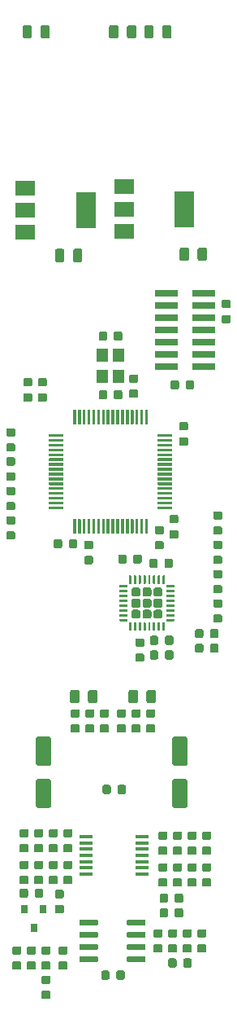
<source format=gbr>
G04 #@! TF.GenerationSoftware,KiCad,Pcbnew,(5.1.5)-3*
G04 #@! TF.CreationDate,2020-03-27T15:51:16+00:00*
G04 #@! TF.ProjectId,wagyu,77616779-752e-46b6-9963-61645f706362,rev?*
G04 #@! TF.SameCoordinates,Original*
G04 #@! TF.FileFunction,Paste,Bot*
G04 #@! TF.FilePolarity,Positive*
%FSLAX46Y46*%
G04 Gerber Fmt 4.6, Leading zero omitted, Abs format (unit mm)*
G04 Created by KiCad (PCBNEW (5.1.5)-3) date 2020-03-27 15:51:16*
%MOMM*%
%LPD*%
G04 APERTURE LIST*
%ADD10C,0.100000*%
%ADD11R,0.800000X0.900000*%
%ADD12R,1.200000X1.400000*%
%ADD13R,2.000000X1.500000*%
%ADD14R,2.000000X3.800000*%
%ADD15R,2.400000X0.740000*%
%ADD16R,1.450000X0.450000*%
G04 APERTURE END LIST*
D10*
G36*
X45096691Y-118525053D02*
G01*
X45117926Y-118528203D01*
X45138750Y-118533419D01*
X45158962Y-118540651D01*
X45178368Y-118549830D01*
X45196781Y-118560866D01*
X45214024Y-118573654D01*
X45229930Y-118588070D01*
X45244346Y-118603976D01*
X45257134Y-118621219D01*
X45268170Y-118639632D01*
X45277349Y-118659038D01*
X45284581Y-118679250D01*
X45289797Y-118700074D01*
X45292947Y-118721309D01*
X45294000Y-118742750D01*
X45294000Y-119255250D01*
X45292947Y-119276691D01*
X45289797Y-119297926D01*
X45284581Y-119318750D01*
X45277349Y-119338962D01*
X45268170Y-119358368D01*
X45257134Y-119376781D01*
X45244346Y-119394024D01*
X45229930Y-119409930D01*
X45214024Y-119424346D01*
X45196781Y-119437134D01*
X45178368Y-119448170D01*
X45158962Y-119457349D01*
X45138750Y-119464581D01*
X45117926Y-119469797D01*
X45096691Y-119472947D01*
X45075250Y-119474000D01*
X44637750Y-119474000D01*
X44616309Y-119472947D01*
X44595074Y-119469797D01*
X44574250Y-119464581D01*
X44554038Y-119457349D01*
X44534632Y-119448170D01*
X44516219Y-119437134D01*
X44498976Y-119424346D01*
X44483070Y-119409930D01*
X44468654Y-119394024D01*
X44455866Y-119376781D01*
X44444830Y-119358368D01*
X44435651Y-119338962D01*
X44428419Y-119318750D01*
X44423203Y-119297926D01*
X44420053Y-119276691D01*
X44419000Y-119255250D01*
X44419000Y-118742750D01*
X44420053Y-118721309D01*
X44423203Y-118700074D01*
X44428419Y-118679250D01*
X44435651Y-118659038D01*
X44444830Y-118639632D01*
X44455866Y-118621219D01*
X44468654Y-118603976D01*
X44483070Y-118588070D01*
X44498976Y-118573654D01*
X44516219Y-118560866D01*
X44534632Y-118549830D01*
X44554038Y-118540651D01*
X44574250Y-118533419D01*
X44595074Y-118528203D01*
X44616309Y-118525053D01*
X44637750Y-118524000D01*
X45075250Y-118524000D01*
X45096691Y-118525053D01*
G37*
G36*
X43521691Y-118525053D02*
G01*
X43542926Y-118528203D01*
X43563750Y-118533419D01*
X43583962Y-118540651D01*
X43603368Y-118549830D01*
X43621781Y-118560866D01*
X43639024Y-118573654D01*
X43654930Y-118588070D01*
X43669346Y-118603976D01*
X43682134Y-118621219D01*
X43693170Y-118639632D01*
X43702349Y-118659038D01*
X43709581Y-118679250D01*
X43714797Y-118700074D01*
X43717947Y-118721309D01*
X43719000Y-118742750D01*
X43719000Y-119255250D01*
X43717947Y-119276691D01*
X43714797Y-119297926D01*
X43709581Y-119318750D01*
X43702349Y-119338962D01*
X43693170Y-119358368D01*
X43682134Y-119376781D01*
X43669346Y-119394024D01*
X43654930Y-119409930D01*
X43639024Y-119424346D01*
X43621781Y-119437134D01*
X43603368Y-119448170D01*
X43583962Y-119457349D01*
X43563750Y-119464581D01*
X43542926Y-119469797D01*
X43521691Y-119472947D01*
X43500250Y-119474000D01*
X43062750Y-119474000D01*
X43041309Y-119472947D01*
X43020074Y-119469797D01*
X42999250Y-119464581D01*
X42979038Y-119457349D01*
X42959632Y-119448170D01*
X42941219Y-119437134D01*
X42923976Y-119424346D01*
X42908070Y-119409930D01*
X42893654Y-119394024D01*
X42880866Y-119376781D01*
X42869830Y-119358368D01*
X42860651Y-119338962D01*
X42853419Y-119318750D01*
X42848203Y-119297926D01*
X42845053Y-119276691D01*
X42844000Y-119255250D01*
X42844000Y-118742750D01*
X42845053Y-118721309D01*
X42848203Y-118700074D01*
X42853419Y-118679250D01*
X42860651Y-118659038D01*
X42869830Y-118639632D01*
X42880866Y-118621219D01*
X42893654Y-118603976D01*
X42908070Y-118588070D01*
X42923976Y-118573654D01*
X42941219Y-118560866D01*
X42959632Y-118549830D01*
X42979038Y-118540651D01*
X42999250Y-118533419D01*
X43020074Y-118528203D01*
X43041309Y-118525053D01*
X43062750Y-118524000D01*
X43500250Y-118524000D01*
X43521691Y-118525053D01*
G37*
G36*
X43521691Y-117001053D02*
G01*
X43542926Y-117004203D01*
X43563750Y-117009419D01*
X43583962Y-117016651D01*
X43603368Y-117025830D01*
X43621781Y-117036866D01*
X43639024Y-117049654D01*
X43654930Y-117064070D01*
X43669346Y-117079976D01*
X43682134Y-117097219D01*
X43693170Y-117115632D01*
X43702349Y-117135038D01*
X43709581Y-117155250D01*
X43714797Y-117176074D01*
X43717947Y-117197309D01*
X43719000Y-117218750D01*
X43719000Y-117731250D01*
X43717947Y-117752691D01*
X43714797Y-117773926D01*
X43709581Y-117794750D01*
X43702349Y-117814962D01*
X43693170Y-117834368D01*
X43682134Y-117852781D01*
X43669346Y-117870024D01*
X43654930Y-117885930D01*
X43639024Y-117900346D01*
X43621781Y-117913134D01*
X43603368Y-117924170D01*
X43583962Y-117933349D01*
X43563750Y-117940581D01*
X43542926Y-117945797D01*
X43521691Y-117948947D01*
X43500250Y-117950000D01*
X43062750Y-117950000D01*
X43041309Y-117948947D01*
X43020074Y-117945797D01*
X42999250Y-117940581D01*
X42979038Y-117933349D01*
X42959632Y-117924170D01*
X42941219Y-117913134D01*
X42923976Y-117900346D01*
X42908070Y-117885930D01*
X42893654Y-117870024D01*
X42880866Y-117852781D01*
X42869830Y-117834368D01*
X42860651Y-117814962D01*
X42853419Y-117794750D01*
X42848203Y-117773926D01*
X42845053Y-117752691D01*
X42844000Y-117731250D01*
X42844000Y-117218750D01*
X42845053Y-117197309D01*
X42848203Y-117176074D01*
X42853419Y-117155250D01*
X42860651Y-117135038D01*
X42869830Y-117115632D01*
X42880866Y-117097219D01*
X42893654Y-117079976D01*
X42908070Y-117064070D01*
X42923976Y-117049654D01*
X42941219Y-117036866D01*
X42959632Y-117025830D01*
X42979038Y-117016651D01*
X42999250Y-117009419D01*
X43020074Y-117004203D01*
X43041309Y-117001053D01*
X43062750Y-117000000D01*
X43500250Y-117000000D01*
X43521691Y-117001053D01*
G37*
G36*
X45096691Y-117001053D02*
G01*
X45117926Y-117004203D01*
X45138750Y-117009419D01*
X45158962Y-117016651D01*
X45178368Y-117025830D01*
X45196781Y-117036866D01*
X45214024Y-117049654D01*
X45229930Y-117064070D01*
X45244346Y-117079976D01*
X45257134Y-117097219D01*
X45268170Y-117115632D01*
X45277349Y-117135038D01*
X45284581Y-117155250D01*
X45289797Y-117176074D01*
X45292947Y-117197309D01*
X45294000Y-117218750D01*
X45294000Y-117731250D01*
X45292947Y-117752691D01*
X45289797Y-117773926D01*
X45284581Y-117794750D01*
X45277349Y-117814962D01*
X45268170Y-117834368D01*
X45257134Y-117852781D01*
X45244346Y-117870024D01*
X45229930Y-117885930D01*
X45214024Y-117900346D01*
X45196781Y-117913134D01*
X45178368Y-117924170D01*
X45158962Y-117933349D01*
X45138750Y-117940581D01*
X45117926Y-117945797D01*
X45096691Y-117948947D01*
X45075250Y-117950000D01*
X44637750Y-117950000D01*
X44616309Y-117948947D01*
X44595074Y-117945797D01*
X44574250Y-117940581D01*
X44554038Y-117933349D01*
X44534632Y-117924170D01*
X44516219Y-117913134D01*
X44498976Y-117900346D01*
X44483070Y-117885930D01*
X44468654Y-117870024D01*
X44455866Y-117852781D01*
X44444830Y-117834368D01*
X44435651Y-117814962D01*
X44428419Y-117794750D01*
X44423203Y-117773926D01*
X44420053Y-117752691D01*
X44419000Y-117731250D01*
X44419000Y-117218750D01*
X44420053Y-117197309D01*
X44423203Y-117176074D01*
X44428419Y-117155250D01*
X44435651Y-117135038D01*
X44444830Y-117115632D01*
X44455866Y-117097219D01*
X44468654Y-117079976D01*
X44483070Y-117064070D01*
X44498976Y-117049654D01*
X44516219Y-117036866D01*
X44534632Y-117025830D01*
X44554038Y-117016651D01*
X44574250Y-117009419D01*
X44595074Y-117004203D01*
X44616309Y-117001053D01*
X44637750Y-117000000D01*
X45075250Y-117000000D01*
X45096691Y-117001053D01*
G37*
D11*
X29722000Y-120595000D03*
X30672000Y-118595000D03*
X28772000Y-118595000D03*
D10*
G36*
X32662691Y-118181553D02*
G01*
X32683926Y-118184703D01*
X32704750Y-118189919D01*
X32724962Y-118197151D01*
X32744368Y-118206330D01*
X32762781Y-118217366D01*
X32780024Y-118230154D01*
X32795930Y-118244570D01*
X32810346Y-118260476D01*
X32823134Y-118277719D01*
X32834170Y-118296132D01*
X32843349Y-118315538D01*
X32850581Y-118335750D01*
X32855797Y-118356574D01*
X32858947Y-118377809D01*
X32860000Y-118399250D01*
X32860000Y-118836750D01*
X32858947Y-118858191D01*
X32855797Y-118879426D01*
X32850581Y-118900250D01*
X32843349Y-118920462D01*
X32834170Y-118939868D01*
X32823134Y-118958281D01*
X32810346Y-118975524D01*
X32795930Y-118991430D01*
X32780024Y-119005846D01*
X32762781Y-119018634D01*
X32744368Y-119029670D01*
X32724962Y-119038849D01*
X32704750Y-119046081D01*
X32683926Y-119051297D01*
X32662691Y-119054447D01*
X32641250Y-119055500D01*
X32128750Y-119055500D01*
X32107309Y-119054447D01*
X32086074Y-119051297D01*
X32065250Y-119046081D01*
X32045038Y-119038849D01*
X32025632Y-119029670D01*
X32007219Y-119018634D01*
X31989976Y-119005846D01*
X31974070Y-118991430D01*
X31959654Y-118975524D01*
X31946866Y-118958281D01*
X31935830Y-118939868D01*
X31926651Y-118920462D01*
X31919419Y-118900250D01*
X31914203Y-118879426D01*
X31911053Y-118858191D01*
X31910000Y-118836750D01*
X31910000Y-118399250D01*
X31911053Y-118377809D01*
X31914203Y-118356574D01*
X31919419Y-118335750D01*
X31926651Y-118315538D01*
X31935830Y-118296132D01*
X31946866Y-118277719D01*
X31959654Y-118260476D01*
X31974070Y-118244570D01*
X31989976Y-118230154D01*
X32007219Y-118217366D01*
X32025632Y-118206330D01*
X32045038Y-118197151D01*
X32065250Y-118189919D01*
X32086074Y-118184703D01*
X32107309Y-118181553D01*
X32128750Y-118180500D01*
X32641250Y-118180500D01*
X32662691Y-118181553D01*
G37*
G36*
X32662691Y-116606553D02*
G01*
X32683926Y-116609703D01*
X32704750Y-116614919D01*
X32724962Y-116622151D01*
X32744368Y-116631330D01*
X32762781Y-116642366D01*
X32780024Y-116655154D01*
X32795930Y-116669570D01*
X32810346Y-116685476D01*
X32823134Y-116702719D01*
X32834170Y-116721132D01*
X32843349Y-116740538D01*
X32850581Y-116760750D01*
X32855797Y-116781574D01*
X32858947Y-116802809D01*
X32860000Y-116824250D01*
X32860000Y-117261750D01*
X32858947Y-117283191D01*
X32855797Y-117304426D01*
X32850581Y-117325250D01*
X32843349Y-117345462D01*
X32834170Y-117364868D01*
X32823134Y-117383281D01*
X32810346Y-117400524D01*
X32795930Y-117416430D01*
X32780024Y-117430846D01*
X32762781Y-117443634D01*
X32744368Y-117454670D01*
X32724962Y-117463849D01*
X32704750Y-117471081D01*
X32683926Y-117476297D01*
X32662691Y-117479447D01*
X32641250Y-117480500D01*
X32128750Y-117480500D01*
X32107309Y-117479447D01*
X32086074Y-117476297D01*
X32065250Y-117471081D01*
X32045038Y-117463849D01*
X32025632Y-117454670D01*
X32007219Y-117443634D01*
X31989976Y-117430846D01*
X31974070Y-117416430D01*
X31959654Y-117400524D01*
X31946866Y-117383281D01*
X31935830Y-117364868D01*
X31926651Y-117345462D01*
X31919419Y-117325250D01*
X31914203Y-117304426D01*
X31911053Y-117283191D01*
X31910000Y-117261750D01*
X31910000Y-116824250D01*
X31911053Y-116802809D01*
X31914203Y-116781574D01*
X31919419Y-116760750D01*
X31926651Y-116740538D01*
X31935830Y-116721132D01*
X31946866Y-116702719D01*
X31959654Y-116685476D01*
X31974070Y-116669570D01*
X31989976Y-116655154D01*
X32007219Y-116642366D01*
X32025632Y-116631330D01*
X32045038Y-116622151D01*
X32065250Y-116614919D01*
X32086074Y-116609703D01*
X32107309Y-116606553D01*
X32128750Y-116605500D01*
X32641250Y-116605500D01*
X32662691Y-116606553D01*
G37*
G36*
X30491691Y-116493053D02*
G01*
X30512926Y-116496203D01*
X30533750Y-116501419D01*
X30553962Y-116508651D01*
X30573368Y-116517830D01*
X30591781Y-116528866D01*
X30609024Y-116541654D01*
X30624930Y-116556070D01*
X30639346Y-116571976D01*
X30652134Y-116589219D01*
X30663170Y-116607632D01*
X30672349Y-116627038D01*
X30679581Y-116647250D01*
X30684797Y-116668074D01*
X30687947Y-116689309D01*
X30689000Y-116710750D01*
X30689000Y-117223250D01*
X30687947Y-117244691D01*
X30684797Y-117265926D01*
X30679581Y-117286750D01*
X30672349Y-117306962D01*
X30663170Y-117326368D01*
X30652134Y-117344781D01*
X30639346Y-117362024D01*
X30624930Y-117377930D01*
X30609024Y-117392346D01*
X30591781Y-117405134D01*
X30573368Y-117416170D01*
X30553962Y-117425349D01*
X30533750Y-117432581D01*
X30512926Y-117437797D01*
X30491691Y-117440947D01*
X30470250Y-117442000D01*
X30032750Y-117442000D01*
X30011309Y-117440947D01*
X29990074Y-117437797D01*
X29969250Y-117432581D01*
X29949038Y-117425349D01*
X29929632Y-117416170D01*
X29911219Y-117405134D01*
X29893976Y-117392346D01*
X29878070Y-117377930D01*
X29863654Y-117362024D01*
X29850866Y-117344781D01*
X29839830Y-117326368D01*
X29830651Y-117306962D01*
X29823419Y-117286750D01*
X29818203Y-117265926D01*
X29815053Y-117244691D01*
X29814000Y-117223250D01*
X29814000Y-116710750D01*
X29815053Y-116689309D01*
X29818203Y-116668074D01*
X29823419Y-116647250D01*
X29830651Y-116627038D01*
X29839830Y-116607632D01*
X29850866Y-116589219D01*
X29863654Y-116571976D01*
X29878070Y-116556070D01*
X29893976Y-116541654D01*
X29911219Y-116528866D01*
X29929632Y-116517830D01*
X29949038Y-116508651D01*
X29969250Y-116501419D01*
X29990074Y-116496203D01*
X30011309Y-116493053D01*
X30032750Y-116492000D01*
X30470250Y-116492000D01*
X30491691Y-116493053D01*
G37*
G36*
X28916691Y-116493053D02*
G01*
X28937926Y-116496203D01*
X28958750Y-116501419D01*
X28978962Y-116508651D01*
X28998368Y-116517830D01*
X29016781Y-116528866D01*
X29034024Y-116541654D01*
X29049930Y-116556070D01*
X29064346Y-116571976D01*
X29077134Y-116589219D01*
X29088170Y-116607632D01*
X29097349Y-116627038D01*
X29104581Y-116647250D01*
X29109797Y-116668074D01*
X29112947Y-116689309D01*
X29114000Y-116710750D01*
X29114000Y-117223250D01*
X29112947Y-117244691D01*
X29109797Y-117265926D01*
X29104581Y-117286750D01*
X29097349Y-117306962D01*
X29088170Y-117326368D01*
X29077134Y-117344781D01*
X29064346Y-117362024D01*
X29049930Y-117377930D01*
X29034024Y-117392346D01*
X29016781Y-117405134D01*
X28998368Y-117416170D01*
X28978962Y-117425349D01*
X28958750Y-117432581D01*
X28937926Y-117437797D01*
X28916691Y-117440947D01*
X28895250Y-117442000D01*
X28457750Y-117442000D01*
X28436309Y-117440947D01*
X28415074Y-117437797D01*
X28394250Y-117432581D01*
X28374038Y-117425349D01*
X28354632Y-117416170D01*
X28336219Y-117405134D01*
X28318976Y-117392346D01*
X28303070Y-117377930D01*
X28288654Y-117362024D01*
X28275866Y-117344781D01*
X28264830Y-117326368D01*
X28255651Y-117306962D01*
X28248419Y-117286750D01*
X28243203Y-117265926D01*
X28240053Y-117244691D01*
X28239000Y-117223250D01*
X28239000Y-116710750D01*
X28240053Y-116689309D01*
X28243203Y-116668074D01*
X28248419Y-116647250D01*
X28255651Y-116627038D01*
X28264830Y-116607632D01*
X28275866Y-116589219D01*
X28288654Y-116571976D01*
X28303070Y-116556070D01*
X28318976Y-116541654D01*
X28336219Y-116528866D01*
X28354632Y-116517830D01*
X28374038Y-116508651D01*
X28394250Y-116501419D01*
X28415074Y-116496203D01*
X28436309Y-116493053D01*
X28457750Y-116492000D01*
X28895250Y-116492000D01*
X28916691Y-116493053D01*
G37*
G36*
X40778691Y-81758553D02*
G01*
X40799926Y-81761703D01*
X40820750Y-81766919D01*
X40840962Y-81774151D01*
X40860368Y-81783330D01*
X40878781Y-81794366D01*
X40896024Y-81807154D01*
X40911930Y-81821570D01*
X40926346Y-81837476D01*
X40939134Y-81854719D01*
X40950170Y-81873132D01*
X40959349Y-81892538D01*
X40966581Y-81912750D01*
X40971797Y-81933574D01*
X40974947Y-81954809D01*
X40976000Y-81976250D01*
X40976000Y-82488750D01*
X40974947Y-82510191D01*
X40971797Y-82531426D01*
X40966581Y-82552250D01*
X40959349Y-82572462D01*
X40950170Y-82591868D01*
X40939134Y-82610281D01*
X40926346Y-82627524D01*
X40911930Y-82643430D01*
X40896024Y-82657846D01*
X40878781Y-82670634D01*
X40860368Y-82681670D01*
X40840962Y-82690849D01*
X40820750Y-82698081D01*
X40799926Y-82703297D01*
X40778691Y-82706447D01*
X40757250Y-82707500D01*
X40319750Y-82707500D01*
X40298309Y-82706447D01*
X40277074Y-82703297D01*
X40256250Y-82698081D01*
X40236038Y-82690849D01*
X40216632Y-82681670D01*
X40198219Y-82670634D01*
X40180976Y-82657846D01*
X40165070Y-82643430D01*
X40150654Y-82627524D01*
X40137866Y-82610281D01*
X40126830Y-82591868D01*
X40117651Y-82572462D01*
X40110419Y-82552250D01*
X40105203Y-82531426D01*
X40102053Y-82510191D01*
X40101000Y-82488750D01*
X40101000Y-81976250D01*
X40102053Y-81954809D01*
X40105203Y-81933574D01*
X40110419Y-81912750D01*
X40117651Y-81892538D01*
X40126830Y-81873132D01*
X40137866Y-81854719D01*
X40150654Y-81837476D01*
X40165070Y-81821570D01*
X40180976Y-81807154D01*
X40198219Y-81794366D01*
X40216632Y-81783330D01*
X40236038Y-81774151D01*
X40256250Y-81766919D01*
X40277074Y-81761703D01*
X40298309Y-81758553D01*
X40319750Y-81757500D01*
X40757250Y-81757500D01*
X40778691Y-81758553D01*
G37*
G36*
X39203691Y-81758553D02*
G01*
X39224926Y-81761703D01*
X39245750Y-81766919D01*
X39265962Y-81774151D01*
X39285368Y-81783330D01*
X39303781Y-81794366D01*
X39321024Y-81807154D01*
X39336930Y-81821570D01*
X39351346Y-81837476D01*
X39364134Y-81854719D01*
X39375170Y-81873132D01*
X39384349Y-81892538D01*
X39391581Y-81912750D01*
X39396797Y-81933574D01*
X39399947Y-81954809D01*
X39401000Y-81976250D01*
X39401000Y-82488750D01*
X39399947Y-82510191D01*
X39396797Y-82531426D01*
X39391581Y-82552250D01*
X39384349Y-82572462D01*
X39375170Y-82591868D01*
X39364134Y-82610281D01*
X39351346Y-82627524D01*
X39336930Y-82643430D01*
X39321024Y-82657846D01*
X39303781Y-82670634D01*
X39285368Y-82681670D01*
X39265962Y-82690849D01*
X39245750Y-82698081D01*
X39224926Y-82703297D01*
X39203691Y-82706447D01*
X39182250Y-82707500D01*
X38744750Y-82707500D01*
X38723309Y-82706447D01*
X38702074Y-82703297D01*
X38681250Y-82698081D01*
X38661038Y-82690849D01*
X38641632Y-82681670D01*
X38623219Y-82670634D01*
X38605976Y-82657846D01*
X38590070Y-82643430D01*
X38575654Y-82627524D01*
X38562866Y-82610281D01*
X38551830Y-82591868D01*
X38542651Y-82572462D01*
X38535419Y-82552250D01*
X38530203Y-82531426D01*
X38527053Y-82510191D01*
X38526000Y-82488750D01*
X38526000Y-81976250D01*
X38527053Y-81954809D01*
X38530203Y-81933574D01*
X38535419Y-81912750D01*
X38542651Y-81892538D01*
X38551830Y-81873132D01*
X38562866Y-81854719D01*
X38575654Y-81837476D01*
X38590070Y-81821570D01*
X38605976Y-81807154D01*
X38623219Y-81794366D01*
X38641632Y-81783330D01*
X38661038Y-81774151D01*
X38681250Y-81766919D01*
X38702074Y-81761703D01*
X38723309Y-81758553D01*
X38744750Y-81757500D01*
X39182250Y-81757500D01*
X39203691Y-81758553D01*
G37*
G36*
X49172691Y-86406053D02*
G01*
X49193926Y-86409203D01*
X49214750Y-86414419D01*
X49234962Y-86421651D01*
X49254368Y-86430830D01*
X49272781Y-86441866D01*
X49290024Y-86454654D01*
X49305930Y-86469070D01*
X49320346Y-86484976D01*
X49333134Y-86502219D01*
X49344170Y-86520632D01*
X49353349Y-86540038D01*
X49360581Y-86560250D01*
X49365797Y-86581074D01*
X49368947Y-86602309D01*
X49370000Y-86623750D01*
X49370000Y-87061250D01*
X49368947Y-87082691D01*
X49365797Y-87103926D01*
X49360581Y-87124750D01*
X49353349Y-87144962D01*
X49344170Y-87164368D01*
X49333134Y-87182781D01*
X49320346Y-87200024D01*
X49305930Y-87215930D01*
X49290024Y-87230346D01*
X49272781Y-87243134D01*
X49254368Y-87254170D01*
X49234962Y-87263349D01*
X49214750Y-87270581D01*
X49193926Y-87275797D01*
X49172691Y-87278947D01*
X49151250Y-87280000D01*
X48638750Y-87280000D01*
X48617309Y-87278947D01*
X48596074Y-87275797D01*
X48575250Y-87270581D01*
X48555038Y-87263349D01*
X48535632Y-87254170D01*
X48517219Y-87243134D01*
X48499976Y-87230346D01*
X48484070Y-87215930D01*
X48469654Y-87200024D01*
X48456866Y-87182781D01*
X48445830Y-87164368D01*
X48436651Y-87144962D01*
X48429419Y-87124750D01*
X48424203Y-87103926D01*
X48421053Y-87082691D01*
X48420000Y-87061250D01*
X48420000Y-86623750D01*
X48421053Y-86602309D01*
X48424203Y-86581074D01*
X48429419Y-86560250D01*
X48436651Y-86540038D01*
X48445830Y-86520632D01*
X48456866Y-86502219D01*
X48469654Y-86484976D01*
X48484070Y-86469070D01*
X48499976Y-86454654D01*
X48517219Y-86441866D01*
X48535632Y-86430830D01*
X48555038Y-86421651D01*
X48575250Y-86414419D01*
X48596074Y-86409203D01*
X48617309Y-86406053D01*
X48638750Y-86405000D01*
X49151250Y-86405000D01*
X49172691Y-86406053D01*
G37*
G36*
X49172691Y-87981053D02*
G01*
X49193926Y-87984203D01*
X49214750Y-87989419D01*
X49234962Y-87996651D01*
X49254368Y-88005830D01*
X49272781Y-88016866D01*
X49290024Y-88029654D01*
X49305930Y-88044070D01*
X49320346Y-88059976D01*
X49333134Y-88077219D01*
X49344170Y-88095632D01*
X49353349Y-88115038D01*
X49360581Y-88135250D01*
X49365797Y-88156074D01*
X49368947Y-88177309D01*
X49370000Y-88198750D01*
X49370000Y-88636250D01*
X49368947Y-88657691D01*
X49365797Y-88678926D01*
X49360581Y-88699750D01*
X49353349Y-88719962D01*
X49344170Y-88739368D01*
X49333134Y-88757781D01*
X49320346Y-88775024D01*
X49305930Y-88790930D01*
X49290024Y-88805346D01*
X49272781Y-88818134D01*
X49254368Y-88829170D01*
X49234962Y-88838349D01*
X49214750Y-88845581D01*
X49193926Y-88850797D01*
X49172691Y-88853947D01*
X49151250Y-88855000D01*
X48638750Y-88855000D01*
X48617309Y-88853947D01*
X48596074Y-88850797D01*
X48575250Y-88845581D01*
X48555038Y-88838349D01*
X48535632Y-88829170D01*
X48517219Y-88818134D01*
X48499976Y-88805346D01*
X48484070Y-88790930D01*
X48469654Y-88775024D01*
X48456866Y-88757781D01*
X48445830Y-88739368D01*
X48436651Y-88719962D01*
X48429419Y-88699750D01*
X48424203Y-88678926D01*
X48421053Y-88657691D01*
X48420000Y-88636250D01*
X48420000Y-88198750D01*
X48421053Y-88177309D01*
X48424203Y-88156074D01*
X48429419Y-88135250D01*
X48436651Y-88115038D01*
X48445830Y-88095632D01*
X48456866Y-88077219D01*
X48469654Y-88059976D01*
X48484070Y-88044070D01*
X48499976Y-88029654D01*
X48517219Y-88016866D01*
X48535632Y-88005830D01*
X48555038Y-87996651D01*
X48575250Y-87989419D01*
X48596074Y-87984203D01*
X48617309Y-87981053D01*
X48638750Y-87980000D01*
X49151250Y-87980000D01*
X49172691Y-87981053D01*
G37*
G36*
X49172691Y-83358053D02*
G01*
X49193926Y-83361203D01*
X49214750Y-83366419D01*
X49234962Y-83373651D01*
X49254368Y-83382830D01*
X49272781Y-83393866D01*
X49290024Y-83406654D01*
X49305930Y-83421070D01*
X49320346Y-83436976D01*
X49333134Y-83454219D01*
X49344170Y-83472632D01*
X49353349Y-83492038D01*
X49360581Y-83512250D01*
X49365797Y-83533074D01*
X49368947Y-83554309D01*
X49370000Y-83575750D01*
X49370000Y-84013250D01*
X49368947Y-84034691D01*
X49365797Y-84055926D01*
X49360581Y-84076750D01*
X49353349Y-84096962D01*
X49344170Y-84116368D01*
X49333134Y-84134781D01*
X49320346Y-84152024D01*
X49305930Y-84167930D01*
X49290024Y-84182346D01*
X49272781Y-84195134D01*
X49254368Y-84206170D01*
X49234962Y-84215349D01*
X49214750Y-84222581D01*
X49193926Y-84227797D01*
X49172691Y-84230947D01*
X49151250Y-84232000D01*
X48638750Y-84232000D01*
X48617309Y-84230947D01*
X48596074Y-84227797D01*
X48575250Y-84222581D01*
X48555038Y-84215349D01*
X48535632Y-84206170D01*
X48517219Y-84195134D01*
X48499976Y-84182346D01*
X48484070Y-84167930D01*
X48469654Y-84152024D01*
X48456866Y-84134781D01*
X48445830Y-84116368D01*
X48436651Y-84096962D01*
X48429419Y-84076750D01*
X48424203Y-84055926D01*
X48421053Y-84034691D01*
X48420000Y-84013250D01*
X48420000Y-83575750D01*
X48421053Y-83554309D01*
X48424203Y-83533074D01*
X48429419Y-83512250D01*
X48436651Y-83492038D01*
X48445830Y-83472632D01*
X48456866Y-83454219D01*
X48469654Y-83436976D01*
X48484070Y-83421070D01*
X48499976Y-83406654D01*
X48517219Y-83393866D01*
X48535632Y-83382830D01*
X48555038Y-83373651D01*
X48575250Y-83366419D01*
X48596074Y-83361203D01*
X48617309Y-83358053D01*
X48638750Y-83357000D01*
X49151250Y-83357000D01*
X49172691Y-83358053D01*
G37*
G36*
X49172691Y-84933053D02*
G01*
X49193926Y-84936203D01*
X49214750Y-84941419D01*
X49234962Y-84948651D01*
X49254368Y-84957830D01*
X49272781Y-84968866D01*
X49290024Y-84981654D01*
X49305930Y-84996070D01*
X49320346Y-85011976D01*
X49333134Y-85029219D01*
X49344170Y-85047632D01*
X49353349Y-85067038D01*
X49360581Y-85087250D01*
X49365797Y-85108074D01*
X49368947Y-85129309D01*
X49370000Y-85150750D01*
X49370000Y-85588250D01*
X49368947Y-85609691D01*
X49365797Y-85630926D01*
X49360581Y-85651750D01*
X49353349Y-85671962D01*
X49344170Y-85691368D01*
X49333134Y-85709781D01*
X49320346Y-85727024D01*
X49305930Y-85742930D01*
X49290024Y-85757346D01*
X49272781Y-85770134D01*
X49254368Y-85781170D01*
X49234962Y-85790349D01*
X49214750Y-85797581D01*
X49193926Y-85802797D01*
X49172691Y-85805947D01*
X49151250Y-85807000D01*
X48638750Y-85807000D01*
X48617309Y-85805947D01*
X48596074Y-85802797D01*
X48575250Y-85797581D01*
X48555038Y-85790349D01*
X48535632Y-85781170D01*
X48517219Y-85770134D01*
X48499976Y-85757346D01*
X48484070Y-85742930D01*
X48469654Y-85727024D01*
X48456866Y-85709781D01*
X48445830Y-85691368D01*
X48436651Y-85671962D01*
X48429419Y-85651750D01*
X48424203Y-85630926D01*
X48421053Y-85609691D01*
X48420000Y-85588250D01*
X48420000Y-85150750D01*
X48421053Y-85129309D01*
X48424203Y-85108074D01*
X48429419Y-85087250D01*
X48436651Y-85067038D01*
X48445830Y-85047632D01*
X48456866Y-85029219D01*
X48469654Y-85011976D01*
X48484070Y-84996070D01*
X48499976Y-84981654D01*
X48517219Y-84968866D01*
X48535632Y-84957830D01*
X48555038Y-84948651D01*
X48575250Y-84941419D01*
X48596074Y-84936203D01*
X48617309Y-84933053D01*
X48638750Y-84932000D01*
X49151250Y-84932000D01*
X49172691Y-84933053D01*
G37*
G36*
X49172691Y-80310053D02*
G01*
X49193926Y-80313203D01*
X49214750Y-80318419D01*
X49234962Y-80325651D01*
X49254368Y-80334830D01*
X49272781Y-80345866D01*
X49290024Y-80358654D01*
X49305930Y-80373070D01*
X49320346Y-80388976D01*
X49333134Y-80406219D01*
X49344170Y-80424632D01*
X49353349Y-80444038D01*
X49360581Y-80464250D01*
X49365797Y-80485074D01*
X49368947Y-80506309D01*
X49370000Y-80527750D01*
X49370000Y-80965250D01*
X49368947Y-80986691D01*
X49365797Y-81007926D01*
X49360581Y-81028750D01*
X49353349Y-81048962D01*
X49344170Y-81068368D01*
X49333134Y-81086781D01*
X49320346Y-81104024D01*
X49305930Y-81119930D01*
X49290024Y-81134346D01*
X49272781Y-81147134D01*
X49254368Y-81158170D01*
X49234962Y-81167349D01*
X49214750Y-81174581D01*
X49193926Y-81179797D01*
X49172691Y-81182947D01*
X49151250Y-81184000D01*
X48638750Y-81184000D01*
X48617309Y-81182947D01*
X48596074Y-81179797D01*
X48575250Y-81174581D01*
X48555038Y-81167349D01*
X48535632Y-81158170D01*
X48517219Y-81147134D01*
X48499976Y-81134346D01*
X48484070Y-81119930D01*
X48469654Y-81104024D01*
X48456866Y-81086781D01*
X48445830Y-81068368D01*
X48436651Y-81048962D01*
X48429419Y-81028750D01*
X48424203Y-81007926D01*
X48421053Y-80986691D01*
X48420000Y-80965250D01*
X48420000Y-80527750D01*
X48421053Y-80506309D01*
X48424203Y-80485074D01*
X48429419Y-80464250D01*
X48436651Y-80444038D01*
X48445830Y-80424632D01*
X48456866Y-80406219D01*
X48469654Y-80388976D01*
X48484070Y-80373070D01*
X48499976Y-80358654D01*
X48517219Y-80345866D01*
X48535632Y-80334830D01*
X48555038Y-80325651D01*
X48575250Y-80318419D01*
X48596074Y-80313203D01*
X48617309Y-80310053D01*
X48638750Y-80309000D01*
X49151250Y-80309000D01*
X49172691Y-80310053D01*
G37*
G36*
X49172691Y-81885053D02*
G01*
X49193926Y-81888203D01*
X49214750Y-81893419D01*
X49234962Y-81900651D01*
X49254368Y-81909830D01*
X49272781Y-81920866D01*
X49290024Y-81933654D01*
X49305930Y-81948070D01*
X49320346Y-81963976D01*
X49333134Y-81981219D01*
X49344170Y-81999632D01*
X49353349Y-82019038D01*
X49360581Y-82039250D01*
X49365797Y-82060074D01*
X49368947Y-82081309D01*
X49370000Y-82102750D01*
X49370000Y-82540250D01*
X49368947Y-82561691D01*
X49365797Y-82582926D01*
X49360581Y-82603750D01*
X49353349Y-82623962D01*
X49344170Y-82643368D01*
X49333134Y-82661781D01*
X49320346Y-82679024D01*
X49305930Y-82694930D01*
X49290024Y-82709346D01*
X49272781Y-82722134D01*
X49254368Y-82733170D01*
X49234962Y-82742349D01*
X49214750Y-82749581D01*
X49193926Y-82754797D01*
X49172691Y-82757947D01*
X49151250Y-82759000D01*
X48638750Y-82759000D01*
X48617309Y-82757947D01*
X48596074Y-82754797D01*
X48575250Y-82749581D01*
X48555038Y-82742349D01*
X48535632Y-82733170D01*
X48517219Y-82722134D01*
X48499976Y-82709346D01*
X48484070Y-82694930D01*
X48469654Y-82679024D01*
X48456866Y-82661781D01*
X48445830Y-82643368D01*
X48436651Y-82623962D01*
X48429419Y-82603750D01*
X48424203Y-82582926D01*
X48421053Y-82561691D01*
X48420000Y-82540250D01*
X48420000Y-82102750D01*
X48421053Y-82081309D01*
X48424203Y-82060074D01*
X48429419Y-82039250D01*
X48436651Y-82019038D01*
X48445830Y-81999632D01*
X48456866Y-81981219D01*
X48469654Y-81963976D01*
X48484070Y-81948070D01*
X48499976Y-81933654D01*
X48517219Y-81920866D01*
X48535632Y-81909830D01*
X48555038Y-81900651D01*
X48575250Y-81893419D01*
X48596074Y-81888203D01*
X48617309Y-81885053D01*
X48638750Y-81884000D01*
X49151250Y-81884000D01*
X49172691Y-81885053D01*
G37*
G36*
X49172691Y-77262053D02*
G01*
X49193926Y-77265203D01*
X49214750Y-77270419D01*
X49234962Y-77277651D01*
X49254368Y-77286830D01*
X49272781Y-77297866D01*
X49290024Y-77310654D01*
X49305930Y-77325070D01*
X49320346Y-77340976D01*
X49333134Y-77358219D01*
X49344170Y-77376632D01*
X49353349Y-77396038D01*
X49360581Y-77416250D01*
X49365797Y-77437074D01*
X49368947Y-77458309D01*
X49370000Y-77479750D01*
X49370000Y-77917250D01*
X49368947Y-77938691D01*
X49365797Y-77959926D01*
X49360581Y-77980750D01*
X49353349Y-78000962D01*
X49344170Y-78020368D01*
X49333134Y-78038781D01*
X49320346Y-78056024D01*
X49305930Y-78071930D01*
X49290024Y-78086346D01*
X49272781Y-78099134D01*
X49254368Y-78110170D01*
X49234962Y-78119349D01*
X49214750Y-78126581D01*
X49193926Y-78131797D01*
X49172691Y-78134947D01*
X49151250Y-78136000D01*
X48638750Y-78136000D01*
X48617309Y-78134947D01*
X48596074Y-78131797D01*
X48575250Y-78126581D01*
X48555038Y-78119349D01*
X48535632Y-78110170D01*
X48517219Y-78099134D01*
X48499976Y-78086346D01*
X48484070Y-78071930D01*
X48469654Y-78056024D01*
X48456866Y-78038781D01*
X48445830Y-78020368D01*
X48436651Y-78000962D01*
X48429419Y-77980750D01*
X48424203Y-77959926D01*
X48421053Y-77938691D01*
X48420000Y-77917250D01*
X48420000Y-77479750D01*
X48421053Y-77458309D01*
X48424203Y-77437074D01*
X48429419Y-77416250D01*
X48436651Y-77396038D01*
X48445830Y-77376632D01*
X48456866Y-77358219D01*
X48469654Y-77340976D01*
X48484070Y-77325070D01*
X48499976Y-77310654D01*
X48517219Y-77297866D01*
X48535632Y-77286830D01*
X48555038Y-77277651D01*
X48575250Y-77270419D01*
X48596074Y-77265203D01*
X48617309Y-77262053D01*
X48638750Y-77261000D01*
X49151250Y-77261000D01*
X49172691Y-77262053D01*
G37*
G36*
X49172691Y-78837053D02*
G01*
X49193926Y-78840203D01*
X49214750Y-78845419D01*
X49234962Y-78852651D01*
X49254368Y-78861830D01*
X49272781Y-78872866D01*
X49290024Y-78885654D01*
X49305930Y-78900070D01*
X49320346Y-78915976D01*
X49333134Y-78933219D01*
X49344170Y-78951632D01*
X49353349Y-78971038D01*
X49360581Y-78991250D01*
X49365797Y-79012074D01*
X49368947Y-79033309D01*
X49370000Y-79054750D01*
X49370000Y-79492250D01*
X49368947Y-79513691D01*
X49365797Y-79534926D01*
X49360581Y-79555750D01*
X49353349Y-79575962D01*
X49344170Y-79595368D01*
X49333134Y-79613781D01*
X49320346Y-79631024D01*
X49305930Y-79646930D01*
X49290024Y-79661346D01*
X49272781Y-79674134D01*
X49254368Y-79685170D01*
X49234962Y-79694349D01*
X49214750Y-79701581D01*
X49193926Y-79706797D01*
X49172691Y-79709947D01*
X49151250Y-79711000D01*
X48638750Y-79711000D01*
X48617309Y-79709947D01*
X48596074Y-79706797D01*
X48575250Y-79701581D01*
X48555038Y-79694349D01*
X48535632Y-79685170D01*
X48517219Y-79674134D01*
X48499976Y-79661346D01*
X48484070Y-79646930D01*
X48469654Y-79631024D01*
X48456866Y-79613781D01*
X48445830Y-79595368D01*
X48436651Y-79575962D01*
X48429419Y-79555750D01*
X48424203Y-79534926D01*
X48421053Y-79513691D01*
X48420000Y-79492250D01*
X48420000Y-79054750D01*
X48421053Y-79033309D01*
X48424203Y-79012074D01*
X48429419Y-78991250D01*
X48436651Y-78971038D01*
X48445830Y-78951632D01*
X48456866Y-78933219D01*
X48469654Y-78915976D01*
X48484070Y-78900070D01*
X48499976Y-78885654D01*
X48517219Y-78872866D01*
X48535632Y-78861830D01*
X48555038Y-78852651D01*
X48575250Y-78845419D01*
X48596074Y-78840203D01*
X48617309Y-78837053D01*
X48638750Y-78836000D01*
X49151250Y-78836000D01*
X49172691Y-78837053D01*
G37*
G36*
X27582691Y-79345053D02*
G01*
X27603926Y-79348203D01*
X27624750Y-79353419D01*
X27644962Y-79360651D01*
X27664368Y-79369830D01*
X27682781Y-79380866D01*
X27700024Y-79393654D01*
X27715930Y-79408070D01*
X27730346Y-79423976D01*
X27743134Y-79441219D01*
X27754170Y-79459632D01*
X27763349Y-79479038D01*
X27770581Y-79499250D01*
X27775797Y-79520074D01*
X27778947Y-79541309D01*
X27780000Y-79562750D01*
X27780000Y-80000250D01*
X27778947Y-80021691D01*
X27775797Y-80042926D01*
X27770581Y-80063750D01*
X27763349Y-80083962D01*
X27754170Y-80103368D01*
X27743134Y-80121781D01*
X27730346Y-80139024D01*
X27715930Y-80154930D01*
X27700024Y-80169346D01*
X27682781Y-80182134D01*
X27664368Y-80193170D01*
X27644962Y-80202349D01*
X27624750Y-80209581D01*
X27603926Y-80214797D01*
X27582691Y-80217947D01*
X27561250Y-80219000D01*
X27048750Y-80219000D01*
X27027309Y-80217947D01*
X27006074Y-80214797D01*
X26985250Y-80209581D01*
X26965038Y-80202349D01*
X26945632Y-80193170D01*
X26927219Y-80182134D01*
X26909976Y-80169346D01*
X26894070Y-80154930D01*
X26879654Y-80139024D01*
X26866866Y-80121781D01*
X26855830Y-80103368D01*
X26846651Y-80083962D01*
X26839419Y-80063750D01*
X26834203Y-80042926D01*
X26831053Y-80021691D01*
X26830000Y-80000250D01*
X26830000Y-79562750D01*
X26831053Y-79541309D01*
X26834203Y-79520074D01*
X26839419Y-79499250D01*
X26846651Y-79479038D01*
X26855830Y-79459632D01*
X26866866Y-79441219D01*
X26879654Y-79423976D01*
X26894070Y-79408070D01*
X26909976Y-79393654D01*
X26927219Y-79380866D01*
X26945632Y-79369830D01*
X26965038Y-79360651D01*
X26985250Y-79353419D01*
X27006074Y-79348203D01*
X27027309Y-79345053D01*
X27048750Y-79344000D01*
X27561250Y-79344000D01*
X27582691Y-79345053D01*
G37*
G36*
X27582691Y-77770053D02*
G01*
X27603926Y-77773203D01*
X27624750Y-77778419D01*
X27644962Y-77785651D01*
X27664368Y-77794830D01*
X27682781Y-77805866D01*
X27700024Y-77818654D01*
X27715930Y-77833070D01*
X27730346Y-77848976D01*
X27743134Y-77866219D01*
X27754170Y-77884632D01*
X27763349Y-77904038D01*
X27770581Y-77924250D01*
X27775797Y-77945074D01*
X27778947Y-77966309D01*
X27780000Y-77987750D01*
X27780000Y-78425250D01*
X27778947Y-78446691D01*
X27775797Y-78467926D01*
X27770581Y-78488750D01*
X27763349Y-78508962D01*
X27754170Y-78528368D01*
X27743134Y-78546781D01*
X27730346Y-78564024D01*
X27715930Y-78579930D01*
X27700024Y-78594346D01*
X27682781Y-78607134D01*
X27664368Y-78618170D01*
X27644962Y-78627349D01*
X27624750Y-78634581D01*
X27603926Y-78639797D01*
X27582691Y-78642947D01*
X27561250Y-78644000D01*
X27048750Y-78644000D01*
X27027309Y-78642947D01*
X27006074Y-78639797D01*
X26985250Y-78634581D01*
X26965038Y-78627349D01*
X26945632Y-78618170D01*
X26927219Y-78607134D01*
X26909976Y-78594346D01*
X26894070Y-78579930D01*
X26879654Y-78564024D01*
X26866866Y-78546781D01*
X26855830Y-78528368D01*
X26846651Y-78508962D01*
X26839419Y-78488750D01*
X26834203Y-78467926D01*
X26831053Y-78446691D01*
X26830000Y-78425250D01*
X26830000Y-77987750D01*
X26831053Y-77966309D01*
X26834203Y-77945074D01*
X26839419Y-77924250D01*
X26846651Y-77904038D01*
X26855830Y-77884632D01*
X26866866Y-77866219D01*
X26879654Y-77848976D01*
X26894070Y-77833070D01*
X26909976Y-77818654D01*
X26927219Y-77805866D01*
X26945632Y-77794830D01*
X26965038Y-77785651D01*
X26985250Y-77778419D01*
X27006074Y-77773203D01*
X27027309Y-77770053D01*
X27048750Y-77769000D01*
X27561250Y-77769000D01*
X27582691Y-77770053D01*
G37*
G36*
X27582691Y-76297053D02*
G01*
X27603926Y-76300203D01*
X27624750Y-76305419D01*
X27644962Y-76312651D01*
X27664368Y-76321830D01*
X27682781Y-76332866D01*
X27700024Y-76345654D01*
X27715930Y-76360070D01*
X27730346Y-76375976D01*
X27743134Y-76393219D01*
X27754170Y-76411632D01*
X27763349Y-76431038D01*
X27770581Y-76451250D01*
X27775797Y-76472074D01*
X27778947Y-76493309D01*
X27780000Y-76514750D01*
X27780000Y-76952250D01*
X27778947Y-76973691D01*
X27775797Y-76994926D01*
X27770581Y-77015750D01*
X27763349Y-77035962D01*
X27754170Y-77055368D01*
X27743134Y-77073781D01*
X27730346Y-77091024D01*
X27715930Y-77106930D01*
X27700024Y-77121346D01*
X27682781Y-77134134D01*
X27664368Y-77145170D01*
X27644962Y-77154349D01*
X27624750Y-77161581D01*
X27603926Y-77166797D01*
X27582691Y-77169947D01*
X27561250Y-77171000D01*
X27048750Y-77171000D01*
X27027309Y-77169947D01*
X27006074Y-77166797D01*
X26985250Y-77161581D01*
X26965038Y-77154349D01*
X26945632Y-77145170D01*
X26927219Y-77134134D01*
X26909976Y-77121346D01*
X26894070Y-77106930D01*
X26879654Y-77091024D01*
X26866866Y-77073781D01*
X26855830Y-77055368D01*
X26846651Y-77035962D01*
X26839419Y-77015750D01*
X26834203Y-76994926D01*
X26831053Y-76973691D01*
X26830000Y-76952250D01*
X26830000Y-76514750D01*
X26831053Y-76493309D01*
X26834203Y-76472074D01*
X26839419Y-76451250D01*
X26846651Y-76431038D01*
X26855830Y-76411632D01*
X26866866Y-76393219D01*
X26879654Y-76375976D01*
X26894070Y-76360070D01*
X26909976Y-76345654D01*
X26927219Y-76332866D01*
X26945632Y-76321830D01*
X26965038Y-76312651D01*
X26985250Y-76305419D01*
X27006074Y-76300203D01*
X27027309Y-76297053D01*
X27048750Y-76296000D01*
X27561250Y-76296000D01*
X27582691Y-76297053D01*
G37*
G36*
X27582691Y-74722053D02*
G01*
X27603926Y-74725203D01*
X27624750Y-74730419D01*
X27644962Y-74737651D01*
X27664368Y-74746830D01*
X27682781Y-74757866D01*
X27700024Y-74770654D01*
X27715930Y-74785070D01*
X27730346Y-74800976D01*
X27743134Y-74818219D01*
X27754170Y-74836632D01*
X27763349Y-74856038D01*
X27770581Y-74876250D01*
X27775797Y-74897074D01*
X27778947Y-74918309D01*
X27780000Y-74939750D01*
X27780000Y-75377250D01*
X27778947Y-75398691D01*
X27775797Y-75419926D01*
X27770581Y-75440750D01*
X27763349Y-75460962D01*
X27754170Y-75480368D01*
X27743134Y-75498781D01*
X27730346Y-75516024D01*
X27715930Y-75531930D01*
X27700024Y-75546346D01*
X27682781Y-75559134D01*
X27664368Y-75570170D01*
X27644962Y-75579349D01*
X27624750Y-75586581D01*
X27603926Y-75591797D01*
X27582691Y-75594947D01*
X27561250Y-75596000D01*
X27048750Y-75596000D01*
X27027309Y-75594947D01*
X27006074Y-75591797D01*
X26985250Y-75586581D01*
X26965038Y-75579349D01*
X26945632Y-75570170D01*
X26927219Y-75559134D01*
X26909976Y-75546346D01*
X26894070Y-75531930D01*
X26879654Y-75516024D01*
X26866866Y-75498781D01*
X26855830Y-75480368D01*
X26846651Y-75460962D01*
X26839419Y-75440750D01*
X26834203Y-75419926D01*
X26831053Y-75398691D01*
X26830000Y-75377250D01*
X26830000Y-74939750D01*
X26831053Y-74918309D01*
X26834203Y-74897074D01*
X26839419Y-74876250D01*
X26846651Y-74856038D01*
X26855830Y-74836632D01*
X26866866Y-74818219D01*
X26879654Y-74800976D01*
X26894070Y-74785070D01*
X26909976Y-74770654D01*
X26927219Y-74757866D01*
X26945632Y-74746830D01*
X26965038Y-74737651D01*
X26985250Y-74730419D01*
X27006074Y-74725203D01*
X27027309Y-74722053D01*
X27048750Y-74721000D01*
X27561250Y-74721000D01*
X27582691Y-74722053D01*
G37*
G36*
X27582691Y-73223553D02*
G01*
X27603926Y-73226703D01*
X27624750Y-73231919D01*
X27644962Y-73239151D01*
X27664368Y-73248330D01*
X27682781Y-73259366D01*
X27700024Y-73272154D01*
X27715930Y-73286570D01*
X27730346Y-73302476D01*
X27743134Y-73319719D01*
X27754170Y-73338132D01*
X27763349Y-73357538D01*
X27770581Y-73377750D01*
X27775797Y-73398574D01*
X27778947Y-73419809D01*
X27780000Y-73441250D01*
X27780000Y-73878750D01*
X27778947Y-73900191D01*
X27775797Y-73921426D01*
X27770581Y-73942250D01*
X27763349Y-73962462D01*
X27754170Y-73981868D01*
X27743134Y-74000281D01*
X27730346Y-74017524D01*
X27715930Y-74033430D01*
X27700024Y-74047846D01*
X27682781Y-74060634D01*
X27664368Y-74071670D01*
X27644962Y-74080849D01*
X27624750Y-74088081D01*
X27603926Y-74093297D01*
X27582691Y-74096447D01*
X27561250Y-74097500D01*
X27048750Y-74097500D01*
X27027309Y-74096447D01*
X27006074Y-74093297D01*
X26985250Y-74088081D01*
X26965038Y-74080849D01*
X26945632Y-74071670D01*
X26927219Y-74060634D01*
X26909976Y-74047846D01*
X26894070Y-74033430D01*
X26879654Y-74017524D01*
X26866866Y-74000281D01*
X26855830Y-73981868D01*
X26846651Y-73962462D01*
X26839419Y-73942250D01*
X26834203Y-73921426D01*
X26831053Y-73900191D01*
X26830000Y-73878750D01*
X26830000Y-73441250D01*
X26831053Y-73419809D01*
X26834203Y-73398574D01*
X26839419Y-73377750D01*
X26846651Y-73357538D01*
X26855830Y-73338132D01*
X26866866Y-73319719D01*
X26879654Y-73302476D01*
X26894070Y-73286570D01*
X26909976Y-73272154D01*
X26927219Y-73259366D01*
X26945632Y-73248330D01*
X26965038Y-73239151D01*
X26985250Y-73231919D01*
X27006074Y-73226703D01*
X27027309Y-73223553D01*
X27048750Y-73222500D01*
X27561250Y-73222500D01*
X27582691Y-73223553D01*
G37*
G36*
X27582691Y-71648553D02*
G01*
X27603926Y-71651703D01*
X27624750Y-71656919D01*
X27644962Y-71664151D01*
X27664368Y-71673330D01*
X27682781Y-71684366D01*
X27700024Y-71697154D01*
X27715930Y-71711570D01*
X27730346Y-71727476D01*
X27743134Y-71744719D01*
X27754170Y-71763132D01*
X27763349Y-71782538D01*
X27770581Y-71802750D01*
X27775797Y-71823574D01*
X27778947Y-71844809D01*
X27780000Y-71866250D01*
X27780000Y-72303750D01*
X27778947Y-72325191D01*
X27775797Y-72346426D01*
X27770581Y-72367250D01*
X27763349Y-72387462D01*
X27754170Y-72406868D01*
X27743134Y-72425281D01*
X27730346Y-72442524D01*
X27715930Y-72458430D01*
X27700024Y-72472846D01*
X27682781Y-72485634D01*
X27664368Y-72496670D01*
X27644962Y-72505849D01*
X27624750Y-72513081D01*
X27603926Y-72518297D01*
X27582691Y-72521447D01*
X27561250Y-72522500D01*
X27048750Y-72522500D01*
X27027309Y-72521447D01*
X27006074Y-72518297D01*
X26985250Y-72513081D01*
X26965038Y-72505849D01*
X26945632Y-72496670D01*
X26927219Y-72485634D01*
X26909976Y-72472846D01*
X26894070Y-72458430D01*
X26879654Y-72442524D01*
X26866866Y-72425281D01*
X26855830Y-72406868D01*
X26846651Y-72387462D01*
X26839419Y-72367250D01*
X26834203Y-72346426D01*
X26831053Y-72325191D01*
X26830000Y-72303750D01*
X26830000Y-71866250D01*
X26831053Y-71844809D01*
X26834203Y-71823574D01*
X26839419Y-71802750D01*
X26846651Y-71782538D01*
X26855830Y-71763132D01*
X26866866Y-71744719D01*
X26879654Y-71727476D01*
X26894070Y-71711570D01*
X26909976Y-71697154D01*
X26927219Y-71684366D01*
X26945632Y-71673330D01*
X26965038Y-71664151D01*
X26985250Y-71656919D01*
X27006074Y-71651703D01*
X27027309Y-71648553D01*
X27048750Y-71647500D01*
X27561250Y-71647500D01*
X27582691Y-71648553D01*
G37*
G36*
X27582691Y-70201053D02*
G01*
X27603926Y-70204203D01*
X27624750Y-70209419D01*
X27644962Y-70216651D01*
X27664368Y-70225830D01*
X27682781Y-70236866D01*
X27700024Y-70249654D01*
X27715930Y-70264070D01*
X27730346Y-70279976D01*
X27743134Y-70297219D01*
X27754170Y-70315632D01*
X27763349Y-70335038D01*
X27770581Y-70355250D01*
X27775797Y-70376074D01*
X27778947Y-70397309D01*
X27780000Y-70418750D01*
X27780000Y-70856250D01*
X27778947Y-70877691D01*
X27775797Y-70898926D01*
X27770581Y-70919750D01*
X27763349Y-70939962D01*
X27754170Y-70959368D01*
X27743134Y-70977781D01*
X27730346Y-70995024D01*
X27715930Y-71010930D01*
X27700024Y-71025346D01*
X27682781Y-71038134D01*
X27664368Y-71049170D01*
X27644962Y-71058349D01*
X27624750Y-71065581D01*
X27603926Y-71070797D01*
X27582691Y-71073947D01*
X27561250Y-71075000D01*
X27048750Y-71075000D01*
X27027309Y-71073947D01*
X27006074Y-71070797D01*
X26985250Y-71065581D01*
X26965038Y-71058349D01*
X26945632Y-71049170D01*
X26927219Y-71038134D01*
X26909976Y-71025346D01*
X26894070Y-71010930D01*
X26879654Y-70995024D01*
X26866866Y-70977781D01*
X26855830Y-70959368D01*
X26846651Y-70939962D01*
X26839419Y-70919750D01*
X26834203Y-70898926D01*
X26831053Y-70877691D01*
X26830000Y-70856250D01*
X26830000Y-70418750D01*
X26831053Y-70397309D01*
X26834203Y-70376074D01*
X26839419Y-70355250D01*
X26846651Y-70335038D01*
X26855830Y-70315632D01*
X26866866Y-70297219D01*
X26879654Y-70279976D01*
X26894070Y-70264070D01*
X26909976Y-70249654D01*
X26927219Y-70236866D01*
X26945632Y-70225830D01*
X26965038Y-70216651D01*
X26985250Y-70209419D01*
X27006074Y-70204203D01*
X27027309Y-70201053D01*
X27048750Y-70200000D01*
X27561250Y-70200000D01*
X27582691Y-70201053D01*
G37*
G36*
X27582691Y-68626053D02*
G01*
X27603926Y-68629203D01*
X27624750Y-68634419D01*
X27644962Y-68641651D01*
X27664368Y-68650830D01*
X27682781Y-68661866D01*
X27700024Y-68674654D01*
X27715930Y-68689070D01*
X27730346Y-68704976D01*
X27743134Y-68722219D01*
X27754170Y-68740632D01*
X27763349Y-68760038D01*
X27770581Y-68780250D01*
X27775797Y-68801074D01*
X27778947Y-68822309D01*
X27780000Y-68843750D01*
X27780000Y-69281250D01*
X27778947Y-69302691D01*
X27775797Y-69323926D01*
X27770581Y-69344750D01*
X27763349Y-69364962D01*
X27754170Y-69384368D01*
X27743134Y-69402781D01*
X27730346Y-69420024D01*
X27715930Y-69435930D01*
X27700024Y-69450346D01*
X27682781Y-69463134D01*
X27664368Y-69474170D01*
X27644962Y-69483349D01*
X27624750Y-69490581D01*
X27603926Y-69495797D01*
X27582691Y-69498947D01*
X27561250Y-69500000D01*
X27048750Y-69500000D01*
X27027309Y-69498947D01*
X27006074Y-69495797D01*
X26985250Y-69490581D01*
X26965038Y-69483349D01*
X26945632Y-69474170D01*
X26927219Y-69463134D01*
X26909976Y-69450346D01*
X26894070Y-69435930D01*
X26879654Y-69420024D01*
X26866866Y-69402781D01*
X26855830Y-69384368D01*
X26846651Y-69364962D01*
X26839419Y-69344750D01*
X26834203Y-69323926D01*
X26831053Y-69302691D01*
X26830000Y-69281250D01*
X26830000Y-68843750D01*
X26831053Y-68822309D01*
X26834203Y-68801074D01*
X26839419Y-68780250D01*
X26846651Y-68760038D01*
X26855830Y-68740632D01*
X26866866Y-68722219D01*
X26879654Y-68704976D01*
X26894070Y-68689070D01*
X26909976Y-68674654D01*
X26927219Y-68661866D01*
X26945632Y-68650830D01*
X26965038Y-68641651D01*
X26985250Y-68634419D01*
X27006074Y-68629203D01*
X27027309Y-68626053D01*
X27048750Y-68625000D01*
X27561250Y-68625000D01*
X27582691Y-68626053D01*
G37*
G36*
X39139691Y-97836053D02*
G01*
X39160926Y-97839203D01*
X39181750Y-97844419D01*
X39201962Y-97851651D01*
X39221368Y-97860830D01*
X39239781Y-97871866D01*
X39257024Y-97884654D01*
X39272930Y-97899070D01*
X39287346Y-97914976D01*
X39300134Y-97932219D01*
X39311170Y-97950632D01*
X39320349Y-97970038D01*
X39327581Y-97990250D01*
X39332797Y-98011074D01*
X39335947Y-98032309D01*
X39337000Y-98053750D01*
X39337000Y-98491250D01*
X39335947Y-98512691D01*
X39332797Y-98533926D01*
X39327581Y-98554750D01*
X39320349Y-98574962D01*
X39311170Y-98594368D01*
X39300134Y-98612781D01*
X39287346Y-98630024D01*
X39272930Y-98645930D01*
X39257024Y-98660346D01*
X39239781Y-98673134D01*
X39221368Y-98684170D01*
X39201962Y-98693349D01*
X39181750Y-98700581D01*
X39160926Y-98705797D01*
X39139691Y-98708947D01*
X39118250Y-98710000D01*
X38605750Y-98710000D01*
X38584309Y-98708947D01*
X38563074Y-98705797D01*
X38542250Y-98700581D01*
X38522038Y-98693349D01*
X38502632Y-98684170D01*
X38484219Y-98673134D01*
X38466976Y-98660346D01*
X38451070Y-98645930D01*
X38436654Y-98630024D01*
X38423866Y-98612781D01*
X38412830Y-98594368D01*
X38403651Y-98574962D01*
X38396419Y-98554750D01*
X38391203Y-98533926D01*
X38388053Y-98512691D01*
X38387000Y-98491250D01*
X38387000Y-98053750D01*
X38388053Y-98032309D01*
X38391203Y-98011074D01*
X38396419Y-97990250D01*
X38403651Y-97970038D01*
X38412830Y-97950632D01*
X38423866Y-97932219D01*
X38436654Y-97914976D01*
X38451070Y-97899070D01*
X38466976Y-97884654D01*
X38484219Y-97871866D01*
X38502632Y-97860830D01*
X38522038Y-97851651D01*
X38542250Y-97844419D01*
X38563074Y-97839203D01*
X38584309Y-97836053D01*
X38605750Y-97835000D01*
X39118250Y-97835000D01*
X39139691Y-97836053D01*
G37*
G36*
X39139691Y-99411053D02*
G01*
X39160926Y-99414203D01*
X39181750Y-99419419D01*
X39201962Y-99426651D01*
X39221368Y-99435830D01*
X39239781Y-99446866D01*
X39257024Y-99459654D01*
X39272930Y-99474070D01*
X39287346Y-99489976D01*
X39300134Y-99507219D01*
X39311170Y-99525632D01*
X39320349Y-99545038D01*
X39327581Y-99565250D01*
X39332797Y-99586074D01*
X39335947Y-99607309D01*
X39337000Y-99628750D01*
X39337000Y-100066250D01*
X39335947Y-100087691D01*
X39332797Y-100108926D01*
X39327581Y-100129750D01*
X39320349Y-100149962D01*
X39311170Y-100169368D01*
X39300134Y-100187781D01*
X39287346Y-100205024D01*
X39272930Y-100220930D01*
X39257024Y-100235346D01*
X39239781Y-100248134D01*
X39221368Y-100259170D01*
X39201962Y-100268349D01*
X39181750Y-100275581D01*
X39160926Y-100280797D01*
X39139691Y-100283947D01*
X39118250Y-100285000D01*
X38605750Y-100285000D01*
X38584309Y-100283947D01*
X38563074Y-100280797D01*
X38542250Y-100275581D01*
X38522038Y-100268349D01*
X38502632Y-100259170D01*
X38484219Y-100248134D01*
X38466976Y-100235346D01*
X38451070Y-100220930D01*
X38436654Y-100205024D01*
X38423866Y-100187781D01*
X38412830Y-100169368D01*
X38403651Y-100149962D01*
X38396419Y-100129750D01*
X38391203Y-100108926D01*
X38388053Y-100087691D01*
X38387000Y-100066250D01*
X38387000Y-99628750D01*
X38388053Y-99607309D01*
X38391203Y-99586074D01*
X38396419Y-99565250D01*
X38403651Y-99545038D01*
X38412830Y-99525632D01*
X38423866Y-99507219D01*
X38436654Y-99489976D01*
X38451070Y-99474070D01*
X38466976Y-99459654D01*
X38484219Y-99446866D01*
X38502632Y-99435830D01*
X38522038Y-99426651D01*
X38542250Y-99419419D01*
X38563074Y-99414203D01*
X38584309Y-99411053D01*
X38605750Y-99410000D01*
X39118250Y-99410000D01*
X39139691Y-99411053D01*
G37*
G36*
X37361691Y-97836053D02*
G01*
X37382926Y-97839203D01*
X37403750Y-97844419D01*
X37423962Y-97851651D01*
X37443368Y-97860830D01*
X37461781Y-97871866D01*
X37479024Y-97884654D01*
X37494930Y-97899070D01*
X37509346Y-97914976D01*
X37522134Y-97932219D01*
X37533170Y-97950632D01*
X37542349Y-97970038D01*
X37549581Y-97990250D01*
X37554797Y-98011074D01*
X37557947Y-98032309D01*
X37559000Y-98053750D01*
X37559000Y-98491250D01*
X37557947Y-98512691D01*
X37554797Y-98533926D01*
X37549581Y-98554750D01*
X37542349Y-98574962D01*
X37533170Y-98594368D01*
X37522134Y-98612781D01*
X37509346Y-98630024D01*
X37494930Y-98645930D01*
X37479024Y-98660346D01*
X37461781Y-98673134D01*
X37443368Y-98684170D01*
X37423962Y-98693349D01*
X37403750Y-98700581D01*
X37382926Y-98705797D01*
X37361691Y-98708947D01*
X37340250Y-98710000D01*
X36827750Y-98710000D01*
X36806309Y-98708947D01*
X36785074Y-98705797D01*
X36764250Y-98700581D01*
X36744038Y-98693349D01*
X36724632Y-98684170D01*
X36706219Y-98673134D01*
X36688976Y-98660346D01*
X36673070Y-98645930D01*
X36658654Y-98630024D01*
X36645866Y-98612781D01*
X36634830Y-98594368D01*
X36625651Y-98574962D01*
X36618419Y-98554750D01*
X36613203Y-98533926D01*
X36610053Y-98512691D01*
X36609000Y-98491250D01*
X36609000Y-98053750D01*
X36610053Y-98032309D01*
X36613203Y-98011074D01*
X36618419Y-97990250D01*
X36625651Y-97970038D01*
X36634830Y-97950632D01*
X36645866Y-97932219D01*
X36658654Y-97914976D01*
X36673070Y-97899070D01*
X36688976Y-97884654D01*
X36706219Y-97871866D01*
X36724632Y-97860830D01*
X36744038Y-97851651D01*
X36764250Y-97844419D01*
X36785074Y-97839203D01*
X36806309Y-97836053D01*
X36827750Y-97835000D01*
X37340250Y-97835000D01*
X37361691Y-97836053D01*
G37*
G36*
X37361691Y-99411053D02*
G01*
X37382926Y-99414203D01*
X37403750Y-99419419D01*
X37423962Y-99426651D01*
X37443368Y-99435830D01*
X37461781Y-99446866D01*
X37479024Y-99459654D01*
X37494930Y-99474070D01*
X37509346Y-99489976D01*
X37522134Y-99507219D01*
X37533170Y-99525632D01*
X37542349Y-99545038D01*
X37549581Y-99565250D01*
X37554797Y-99586074D01*
X37557947Y-99607309D01*
X37559000Y-99628750D01*
X37559000Y-100066250D01*
X37557947Y-100087691D01*
X37554797Y-100108926D01*
X37549581Y-100129750D01*
X37542349Y-100149962D01*
X37533170Y-100169368D01*
X37522134Y-100187781D01*
X37509346Y-100205024D01*
X37494930Y-100220930D01*
X37479024Y-100235346D01*
X37461781Y-100248134D01*
X37443368Y-100259170D01*
X37423962Y-100268349D01*
X37403750Y-100275581D01*
X37382926Y-100280797D01*
X37361691Y-100283947D01*
X37340250Y-100285000D01*
X36827750Y-100285000D01*
X36806309Y-100283947D01*
X36785074Y-100280797D01*
X36764250Y-100275581D01*
X36744038Y-100268349D01*
X36724632Y-100259170D01*
X36706219Y-100248134D01*
X36688976Y-100235346D01*
X36673070Y-100220930D01*
X36658654Y-100205024D01*
X36645866Y-100187781D01*
X36634830Y-100169368D01*
X36625651Y-100149962D01*
X36618419Y-100129750D01*
X36613203Y-100108926D01*
X36610053Y-100087691D01*
X36609000Y-100066250D01*
X36609000Y-99628750D01*
X36610053Y-99607309D01*
X36613203Y-99586074D01*
X36618419Y-99565250D01*
X36625651Y-99545038D01*
X36634830Y-99525632D01*
X36645866Y-99507219D01*
X36658654Y-99489976D01*
X36673070Y-99474070D01*
X36688976Y-99459654D01*
X36706219Y-99446866D01*
X36724632Y-99435830D01*
X36744038Y-99426651D01*
X36764250Y-99419419D01*
X36785074Y-99414203D01*
X36806309Y-99411053D01*
X36827750Y-99410000D01*
X37340250Y-99410000D01*
X37361691Y-99411053D01*
G37*
G36*
X42187691Y-99411053D02*
G01*
X42208926Y-99414203D01*
X42229750Y-99419419D01*
X42249962Y-99426651D01*
X42269368Y-99435830D01*
X42287781Y-99446866D01*
X42305024Y-99459654D01*
X42320930Y-99474070D01*
X42335346Y-99489976D01*
X42348134Y-99507219D01*
X42359170Y-99525632D01*
X42368349Y-99545038D01*
X42375581Y-99565250D01*
X42380797Y-99586074D01*
X42383947Y-99607309D01*
X42385000Y-99628750D01*
X42385000Y-100066250D01*
X42383947Y-100087691D01*
X42380797Y-100108926D01*
X42375581Y-100129750D01*
X42368349Y-100149962D01*
X42359170Y-100169368D01*
X42348134Y-100187781D01*
X42335346Y-100205024D01*
X42320930Y-100220930D01*
X42305024Y-100235346D01*
X42287781Y-100248134D01*
X42269368Y-100259170D01*
X42249962Y-100268349D01*
X42229750Y-100275581D01*
X42208926Y-100280797D01*
X42187691Y-100283947D01*
X42166250Y-100285000D01*
X41653750Y-100285000D01*
X41632309Y-100283947D01*
X41611074Y-100280797D01*
X41590250Y-100275581D01*
X41570038Y-100268349D01*
X41550632Y-100259170D01*
X41532219Y-100248134D01*
X41514976Y-100235346D01*
X41499070Y-100220930D01*
X41484654Y-100205024D01*
X41471866Y-100187781D01*
X41460830Y-100169368D01*
X41451651Y-100149962D01*
X41444419Y-100129750D01*
X41439203Y-100108926D01*
X41436053Y-100087691D01*
X41435000Y-100066250D01*
X41435000Y-99628750D01*
X41436053Y-99607309D01*
X41439203Y-99586074D01*
X41444419Y-99565250D01*
X41451651Y-99545038D01*
X41460830Y-99525632D01*
X41471866Y-99507219D01*
X41484654Y-99489976D01*
X41499070Y-99474070D01*
X41514976Y-99459654D01*
X41532219Y-99446866D01*
X41550632Y-99435830D01*
X41570038Y-99426651D01*
X41590250Y-99419419D01*
X41611074Y-99414203D01*
X41632309Y-99411053D01*
X41653750Y-99410000D01*
X42166250Y-99410000D01*
X42187691Y-99411053D01*
G37*
G36*
X42187691Y-97836053D02*
G01*
X42208926Y-97839203D01*
X42229750Y-97844419D01*
X42249962Y-97851651D01*
X42269368Y-97860830D01*
X42287781Y-97871866D01*
X42305024Y-97884654D01*
X42320930Y-97899070D01*
X42335346Y-97914976D01*
X42348134Y-97932219D01*
X42359170Y-97950632D01*
X42368349Y-97970038D01*
X42375581Y-97990250D01*
X42380797Y-98011074D01*
X42383947Y-98032309D01*
X42385000Y-98053750D01*
X42385000Y-98491250D01*
X42383947Y-98512691D01*
X42380797Y-98533926D01*
X42375581Y-98554750D01*
X42368349Y-98574962D01*
X42359170Y-98594368D01*
X42348134Y-98612781D01*
X42335346Y-98630024D01*
X42320930Y-98645930D01*
X42305024Y-98660346D01*
X42287781Y-98673134D01*
X42269368Y-98684170D01*
X42249962Y-98693349D01*
X42229750Y-98700581D01*
X42208926Y-98705797D01*
X42187691Y-98708947D01*
X42166250Y-98710000D01*
X41653750Y-98710000D01*
X41632309Y-98708947D01*
X41611074Y-98705797D01*
X41590250Y-98700581D01*
X41570038Y-98693349D01*
X41550632Y-98684170D01*
X41532219Y-98673134D01*
X41514976Y-98660346D01*
X41499070Y-98645930D01*
X41484654Y-98630024D01*
X41471866Y-98612781D01*
X41460830Y-98594368D01*
X41451651Y-98574962D01*
X41444419Y-98554750D01*
X41439203Y-98533926D01*
X41436053Y-98512691D01*
X41435000Y-98491250D01*
X41435000Y-98053750D01*
X41436053Y-98032309D01*
X41439203Y-98011074D01*
X41444419Y-97990250D01*
X41451651Y-97970038D01*
X41460830Y-97950632D01*
X41471866Y-97932219D01*
X41484654Y-97914976D01*
X41499070Y-97899070D01*
X41514976Y-97884654D01*
X41532219Y-97871866D01*
X41550632Y-97860830D01*
X41570038Y-97851651D01*
X41590250Y-97844419D01*
X41611074Y-97839203D01*
X41632309Y-97836053D01*
X41653750Y-97835000D01*
X42166250Y-97835000D01*
X42187691Y-97836053D01*
G37*
G36*
X34313691Y-99411053D02*
G01*
X34334926Y-99414203D01*
X34355750Y-99419419D01*
X34375962Y-99426651D01*
X34395368Y-99435830D01*
X34413781Y-99446866D01*
X34431024Y-99459654D01*
X34446930Y-99474070D01*
X34461346Y-99489976D01*
X34474134Y-99507219D01*
X34485170Y-99525632D01*
X34494349Y-99545038D01*
X34501581Y-99565250D01*
X34506797Y-99586074D01*
X34509947Y-99607309D01*
X34511000Y-99628750D01*
X34511000Y-100066250D01*
X34509947Y-100087691D01*
X34506797Y-100108926D01*
X34501581Y-100129750D01*
X34494349Y-100149962D01*
X34485170Y-100169368D01*
X34474134Y-100187781D01*
X34461346Y-100205024D01*
X34446930Y-100220930D01*
X34431024Y-100235346D01*
X34413781Y-100248134D01*
X34395368Y-100259170D01*
X34375962Y-100268349D01*
X34355750Y-100275581D01*
X34334926Y-100280797D01*
X34313691Y-100283947D01*
X34292250Y-100285000D01*
X33779750Y-100285000D01*
X33758309Y-100283947D01*
X33737074Y-100280797D01*
X33716250Y-100275581D01*
X33696038Y-100268349D01*
X33676632Y-100259170D01*
X33658219Y-100248134D01*
X33640976Y-100235346D01*
X33625070Y-100220930D01*
X33610654Y-100205024D01*
X33597866Y-100187781D01*
X33586830Y-100169368D01*
X33577651Y-100149962D01*
X33570419Y-100129750D01*
X33565203Y-100108926D01*
X33562053Y-100087691D01*
X33561000Y-100066250D01*
X33561000Y-99628750D01*
X33562053Y-99607309D01*
X33565203Y-99586074D01*
X33570419Y-99565250D01*
X33577651Y-99545038D01*
X33586830Y-99525632D01*
X33597866Y-99507219D01*
X33610654Y-99489976D01*
X33625070Y-99474070D01*
X33640976Y-99459654D01*
X33658219Y-99446866D01*
X33676632Y-99435830D01*
X33696038Y-99426651D01*
X33716250Y-99419419D01*
X33737074Y-99414203D01*
X33758309Y-99411053D01*
X33779750Y-99410000D01*
X34292250Y-99410000D01*
X34313691Y-99411053D01*
G37*
G36*
X34313691Y-97836053D02*
G01*
X34334926Y-97839203D01*
X34355750Y-97844419D01*
X34375962Y-97851651D01*
X34395368Y-97860830D01*
X34413781Y-97871866D01*
X34431024Y-97884654D01*
X34446930Y-97899070D01*
X34461346Y-97914976D01*
X34474134Y-97932219D01*
X34485170Y-97950632D01*
X34494349Y-97970038D01*
X34501581Y-97990250D01*
X34506797Y-98011074D01*
X34509947Y-98032309D01*
X34511000Y-98053750D01*
X34511000Y-98491250D01*
X34509947Y-98512691D01*
X34506797Y-98533926D01*
X34501581Y-98554750D01*
X34494349Y-98574962D01*
X34485170Y-98594368D01*
X34474134Y-98612781D01*
X34461346Y-98630024D01*
X34446930Y-98645930D01*
X34431024Y-98660346D01*
X34413781Y-98673134D01*
X34395368Y-98684170D01*
X34375962Y-98693349D01*
X34355750Y-98700581D01*
X34334926Y-98705797D01*
X34313691Y-98708947D01*
X34292250Y-98710000D01*
X33779750Y-98710000D01*
X33758309Y-98708947D01*
X33737074Y-98705797D01*
X33716250Y-98700581D01*
X33696038Y-98693349D01*
X33676632Y-98684170D01*
X33658219Y-98673134D01*
X33640976Y-98660346D01*
X33625070Y-98645930D01*
X33610654Y-98630024D01*
X33597866Y-98612781D01*
X33586830Y-98594368D01*
X33577651Y-98574962D01*
X33570419Y-98554750D01*
X33565203Y-98533926D01*
X33562053Y-98512691D01*
X33561000Y-98491250D01*
X33561000Y-98053750D01*
X33562053Y-98032309D01*
X33565203Y-98011074D01*
X33570419Y-97990250D01*
X33577651Y-97970038D01*
X33586830Y-97950632D01*
X33597866Y-97932219D01*
X33610654Y-97914976D01*
X33625070Y-97899070D01*
X33640976Y-97884654D01*
X33658219Y-97871866D01*
X33676632Y-97860830D01*
X33696038Y-97851651D01*
X33716250Y-97844419D01*
X33737074Y-97839203D01*
X33758309Y-97836053D01*
X33779750Y-97835000D01*
X34292250Y-97835000D01*
X34313691Y-97836053D01*
G37*
G36*
X42226142Y-95821174D02*
G01*
X42249803Y-95824684D01*
X42273007Y-95830496D01*
X42295529Y-95838554D01*
X42317153Y-95848782D01*
X42337670Y-95861079D01*
X42356883Y-95875329D01*
X42374607Y-95891393D01*
X42390671Y-95909117D01*
X42404921Y-95928330D01*
X42417218Y-95948847D01*
X42427446Y-95970471D01*
X42435504Y-95992993D01*
X42441316Y-96016197D01*
X42444826Y-96039858D01*
X42446000Y-96063750D01*
X42446000Y-96976250D01*
X42444826Y-97000142D01*
X42441316Y-97023803D01*
X42435504Y-97047007D01*
X42427446Y-97069529D01*
X42417218Y-97091153D01*
X42404921Y-97111670D01*
X42390671Y-97130883D01*
X42374607Y-97148607D01*
X42356883Y-97164671D01*
X42337670Y-97178921D01*
X42317153Y-97191218D01*
X42295529Y-97201446D01*
X42273007Y-97209504D01*
X42249803Y-97215316D01*
X42226142Y-97218826D01*
X42202250Y-97220000D01*
X41714750Y-97220000D01*
X41690858Y-97218826D01*
X41667197Y-97215316D01*
X41643993Y-97209504D01*
X41621471Y-97201446D01*
X41599847Y-97191218D01*
X41579330Y-97178921D01*
X41560117Y-97164671D01*
X41542393Y-97148607D01*
X41526329Y-97130883D01*
X41512079Y-97111670D01*
X41499782Y-97091153D01*
X41489554Y-97069529D01*
X41481496Y-97047007D01*
X41475684Y-97023803D01*
X41472174Y-97000142D01*
X41471000Y-96976250D01*
X41471000Y-96063750D01*
X41472174Y-96039858D01*
X41475684Y-96016197D01*
X41481496Y-95992993D01*
X41489554Y-95970471D01*
X41499782Y-95948847D01*
X41512079Y-95928330D01*
X41526329Y-95909117D01*
X41542393Y-95891393D01*
X41560117Y-95875329D01*
X41579330Y-95861079D01*
X41599847Y-95848782D01*
X41621471Y-95838554D01*
X41643993Y-95830496D01*
X41667197Y-95824684D01*
X41690858Y-95821174D01*
X41714750Y-95820000D01*
X42202250Y-95820000D01*
X42226142Y-95821174D01*
G37*
G36*
X40351142Y-95821174D02*
G01*
X40374803Y-95824684D01*
X40398007Y-95830496D01*
X40420529Y-95838554D01*
X40442153Y-95848782D01*
X40462670Y-95861079D01*
X40481883Y-95875329D01*
X40499607Y-95891393D01*
X40515671Y-95909117D01*
X40529921Y-95928330D01*
X40542218Y-95948847D01*
X40552446Y-95970471D01*
X40560504Y-95992993D01*
X40566316Y-96016197D01*
X40569826Y-96039858D01*
X40571000Y-96063750D01*
X40571000Y-96976250D01*
X40569826Y-97000142D01*
X40566316Y-97023803D01*
X40560504Y-97047007D01*
X40552446Y-97069529D01*
X40542218Y-97091153D01*
X40529921Y-97111670D01*
X40515671Y-97130883D01*
X40499607Y-97148607D01*
X40481883Y-97164671D01*
X40462670Y-97178921D01*
X40442153Y-97191218D01*
X40420529Y-97201446D01*
X40398007Y-97209504D01*
X40374803Y-97215316D01*
X40351142Y-97218826D01*
X40327250Y-97220000D01*
X39839750Y-97220000D01*
X39815858Y-97218826D01*
X39792197Y-97215316D01*
X39768993Y-97209504D01*
X39746471Y-97201446D01*
X39724847Y-97191218D01*
X39704330Y-97178921D01*
X39685117Y-97164671D01*
X39667393Y-97148607D01*
X39651329Y-97130883D01*
X39637079Y-97111670D01*
X39624782Y-97091153D01*
X39614554Y-97069529D01*
X39606496Y-97047007D01*
X39600684Y-97023803D01*
X39597174Y-97000142D01*
X39596000Y-96976250D01*
X39596000Y-96063750D01*
X39597174Y-96039858D01*
X39600684Y-96016197D01*
X39606496Y-95992993D01*
X39614554Y-95970471D01*
X39624782Y-95948847D01*
X39637079Y-95928330D01*
X39651329Y-95909117D01*
X39667393Y-95891393D01*
X39685117Y-95875329D01*
X39704330Y-95861079D01*
X39724847Y-95848782D01*
X39746471Y-95838554D01*
X39768993Y-95830496D01*
X39792197Y-95824684D01*
X39815858Y-95821174D01*
X39839750Y-95820000D01*
X40327250Y-95820000D01*
X40351142Y-95821174D01*
G37*
G36*
X34255142Y-95821174D02*
G01*
X34278803Y-95824684D01*
X34302007Y-95830496D01*
X34324529Y-95838554D01*
X34346153Y-95848782D01*
X34366670Y-95861079D01*
X34385883Y-95875329D01*
X34403607Y-95891393D01*
X34419671Y-95909117D01*
X34433921Y-95928330D01*
X34446218Y-95948847D01*
X34456446Y-95970471D01*
X34464504Y-95992993D01*
X34470316Y-96016197D01*
X34473826Y-96039858D01*
X34475000Y-96063750D01*
X34475000Y-96976250D01*
X34473826Y-97000142D01*
X34470316Y-97023803D01*
X34464504Y-97047007D01*
X34456446Y-97069529D01*
X34446218Y-97091153D01*
X34433921Y-97111670D01*
X34419671Y-97130883D01*
X34403607Y-97148607D01*
X34385883Y-97164671D01*
X34366670Y-97178921D01*
X34346153Y-97191218D01*
X34324529Y-97201446D01*
X34302007Y-97209504D01*
X34278803Y-97215316D01*
X34255142Y-97218826D01*
X34231250Y-97220000D01*
X33743750Y-97220000D01*
X33719858Y-97218826D01*
X33696197Y-97215316D01*
X33672993Y-97209504D01*
X33650471Y-97201446D01*
X33628847Y-97191218D01*
X33608330Y-97178921D01*
X33589117Y-97164671D01*
X33571393Y-97148607D01*
X33555329Y-97130883D01*
X33541079Y-97111670D01*
X33528782Y-97091153D01*
X33518554Y-97069529D01*
X33510496Y-97047007D01*
X33504684Y-97023803D01*
X33501174Y-97000142D01*
X33500000Y-96976250D01*
X33500000Y-96063750D01*
X33501174Y-96039858D01*
X33504684Y-96016197D01*
X33510496Y-95992993D01*
X33518554Y-95970471D01*
X33528782Y-95948847D01*
X33541079Y-95928330D01*
X33555329Y-95909117D01*
X33571393Y-95891393D01*
X33589117Y-95875329D01*
X33608330Y-95861079D01*
X33628847Y-95848782D01*
X33650471Y-95838554D01*
X33672993Y-95830496D01*
X33696197Y-95824684D01*
X33719858Y-95821174D01*
X33743750Y-95820000D01*
X34231250Y-95820000D01*
X34255142Y-95821174D01*
G37*
G36*
X36130142Y-95821174D02*
G01*
X36153803Y-95824684D01*
X36177007Y-95830496D01*
X36199529Y-95838554D01*
X36221153Y-95848782D01*
X36241670Y-95861079D01*
X36260883Y-95875329D01*
X36278607Y-95891393D01*
X36294671Y-95909117D01*
X36308921Y-95928330D01*
X36321218Y-95948847D01*
X36331446Y-95970471D01*
X36339504Y-95992993D01*
X36345316Y-96016197D01*
X36348826Y-96039858D01*
X36350000Y-96063750D01*
X36350000Y-96976250D01*
X36348826Y-97000142D01*
X36345316Y-97023803D01*
X36339504Y-97047007D01*
X36331446Y-97069529D01*
X36321218Y-97091153D01*
X36308921Y-97111670D01*
X36294671Y-97130883D01*
X36278607Y-97148607D01*
X36260883Y-97164671D01*
X36241670Y-97178921D01*
X36221153Y-97191218D01*
X36199529Y-97201446D01*
X36177007Y-97209504D01*
X36153803Y-97215316D01*
X36130142Y-97218826D01*
X36106250Y-97220000D01*
X35618750Y-97220000D01*
X35594858Y-97218826D01*
X35571197Y-97215316D01*
X35547993Y-97209504D01*
X35525471Y-97201446D01*
X35503847Y-97191218D01*
X35483330Y-97178921D01*
X35464117Y-97164671D01*
X35446393Y-97148607D01*
X35430329Y-97130883D01*
X35416079Y-97111670D01*
X35403782Y-97091153D01*
X35393554Y-97069529D01*
X35385496Y-97047007D01*
X35379684Y-97023803D01*
X35376174Y-97000142D01*
X35375000Y-96976250D01*
X35375000Y-96063750D01*
X35376174Y-96039858D01*
X35379684Y-96016197D01*
X35385496Y-95992993D01*
X35393554Y-95970471D01*
X35403782Y-95948847D01*
X35416079Y-95928330D01*
X35430329Y-95909117D01*
X35446393Y-95891393D01*
X35464117Y-95875329D01*
X35483330Y-95861079D01*
X35503847Y-95848782D01*
X35525471Y-95838554D01*
X35547993Y-95830496D01*
X35571197Y-95824684D01*
X35594858Y-95821174D01*
X35618750Y-95820000D01*
X36106250Y-95820000D01*
X36130142Y-95821174D01*
G37*
G36*
X40663691Y-97836053D02*
G01*
X40684926Y-97839203D01*
X40705750Y-97844419D01*
X40725962Y-97851651D01*
X40745368Y-97860830D01*
X40763781Y-97871866D01*
X40781024Y-97884654D01*
X40796930Y-97899070D01*
X40811346Y-97914976D01*
X40824134Y-97932219D01*
X40835170Y-97950632D01*
X40844349Y-97970038D01*
X40851581Y-97990250D01*
X40856797Y-98011074D01*
X40859947Y-98032309D01*
X40861000Y-98053750D01*
X40861000Y-98491250D01*
X40859947Y-98512691D01*
X40856797Y-98533926D01*
X40851581Y-98554750D01*
X40844349Y-98574962D01*
X40835170Y-98594368D01*
X40824134Y-98612781D01*
X40811346Y-98630024D01*
X40796930Y-98645930D01*
X40781024Y-98660346D01*
X40763781Y-98673134D01*
X40745368Y-98684170D01*
X40725962Y-98693349D01*
X40705750Y-98700581D01*
X40684926Y-98705797D01*
X40663691Y-98708947D01*
X40642250Y-98710000D01*
X40129750Y-98710000D01*
X40108309Y-98708947D01*
X40087074Y-98705797D01*
X40066250Y-98700581D01*
X40046038Y-98693349D01*
X40026632Y-98684170D01*
X40008219Y-98673134D01*
X39990976Y-98660346D01*
X39975070Y-98645930D01*
X39960654Y-98630024D01*
X39947866Y-98612781D01*
X39936830Y-98594368D01*
X39927651Y-98574962D01*
X39920419Y-98554750D01*
X39915203Y-98533926D01*
X39912053Y-98512691D01*
X39911000Y-98491250D01*
X39911000Y-98053750D01*
X39912053Y-98032309D01*
X39915203Y-98011074D01*
X39920419Y-97990250D01*
X39927651Y-97970038D01*
X39936830Y-97950632D01*
X39947866Y-97932219D01*
X39960654Y-97914976D01*
X39975070Y-97899070D01*
X39990976Y-97884654D01*
X40008219Y-97871866D01*
X40026632Y-97860830D01*
X40046038Y-97851651D01*
X40066250Y-97844419D01*
X40087074Y-97839203D01*
X40108309Y-97836053D01*
X40129750Y-97835000D01*
X40642250Y-97835000D01*
X40663691Y-97836053D01*
G37*
G36*
X40663691Y-99411053D02*
G01*
X40684926Y-99414203D01*
X40705750Y-99419419D01*
X40725962Y-99426651D01*
X40745368Y-99435830D01*
X40763781Y-99446866D01*
X40781024Y-99459654D01*
X40796930Y-99474070D01*
X40811346Y-99489976D01*
X40824134Y-99507219D01*
X40835170Y-99525632D01*
X40844349Y-99545038D01*
X40851581Y-99565250D01*
X40856797Y-99586074D01*
X40859947Y-99607309D01*
X40861000Y-99628750D01*
X40861000Y-100066250D01*
X40859947Y-100087691D01*
X40856797Y-100108926D01*
X40851581Y-100129750D01*
X40844349Y-100149962D01*
X40835170Y-100169368D01*
X40824134Y-100187781D01*
X40811346Y-100205024D01*
X40796930Y-100220930D01*
X40781024Y-100235346D01*
X40763781Y-100248134D01*
X40745368Y-100259170D01*
X40725962Y-100268349D01*
X40705750Y-100275581D01*
X40684926Y-100280797D01*
X40663691Y-100283947D01*
X40642250Y-100285000D01*
X40129750Y-100285000D01*
X40108309Y-100283947D01*
X40087074Y-100280797D01*
X40066250Y-100275581D01*
X40046038Y-100268349D01*
X40026632Y-100259170D01*
X40008219Y-100248134D01*
X39990976Y-100235346D01*
X39975070Y-100220930D01*
X39960654Y-100205024D01*
X39947866Y-100187781D01*
X39936830Y-100169368D01*
X39927651Y-100149962D01*
X39920419Y-100129750D01*
X39915203Y-100108926D01*
X39912053Y-100087691D01*
X39911000Y-100066250D01*
X39911000Y-99628750D01*
X39912053Y-99607309D01*
X39915203Y-99586074D01*
X39920419Y-99565250D01*
X39927651Y-99545038D01*
X39936830Y-99525632D01*
X39947866Y-99507219D01*
X39960654Y-99489976D01*
X39975070Y-99474070D01*
X39990976Y-99459654D01*
X40008219Y-99446866D01*
X40026632Y-99435830D01*
X40046038Y-99426651D01*
X40066250Y-99419419D01*
X40087074Y-99414203D01*
X40108309Y-99411053D01*
X40129750Y-99410000D01*
X40642250Y-99410000D01*
X40663691Y-99411053D01*
G37*
G36*
X35837691Y-97836053D02*
G01*
X35858926Y-97839203D01*
X35879750Y-97844419D01*
X35899962Y-97851651D01*
X35919368Y-97860830D01*
X35937781Y-97871866D01*
X35955024Y-97884654D01*
X35970930Y-97899070D01*
X35985346Y-97914976D01*
X35998134Y-97932219D01*
X36009170Y-97950632D01*
X36018349Y-97970038D01*
X36025581Y-97990250D01*
X36030797Y-98011074D01*
X36033947Y-98032309D01*
X36035000Y-98053750D01*
X36035000Y-98491250D01*
X36033947Y-98512691D01*
X36030797Y-98533926D01*
X36025581Y-98554750D01*
X36018349Y-98574962D01*
X36009170Y-98594368D01*
X35998134Y-98612781D01*
X35985346Y-98630024D01*
X35970930Y-98645930D01*
X35955024Y-98660346D01*
X35937781Y-98673134D01*
X35919368Y-98684170D01*
X35899962Y-98693349D01*
X35879750Y-98700581D01*
X35858926Y-98705797D01*
X35837691Y-98708947D01*
X35816250Y-98710000D01*
X35303750Y-98710000D01*
X35282309Y-98708947D01*
X35261074Y-98705797D01*
X35240250Y-98700581D01*
X35220038Y-98693349D01*
X35200632Y-98684170D01*
X35182219Y-98673134D01*
X35164976Y-98660346D01*
X35149070Y-98645930D01*
X35134654Y-98630024D01*
X35121866Y-98612781D01*
X35110830Y-98594368D01*
X35101651Y-98574962D01*
X35094419Y-98554750D01*
X35089203Y-98533926D01*
X35086053Y-98512691D01*
X35085000Y-98491250D01*
X35085000Y-98053750D01*
X35086053Y-98032309D01*
X35089203Y-98011074D01*
X35094419Y-97990250D01*
X35101651Y-97970038D01*
X35110830Y-97950632D01*
X35121866Y-97932219D01*
X35134654Y-97914976D01*
X35149070Y-97899070D01*
X35164976Y-97884654D01*
X35182219Y-97871866D01*
X35200632Y-97860830D01*
X35220038Y-97851651D01*
X35240250Y-97844419D01*
X35261074Y-97839203D01*
X35282309Y-97836053D01*
X35303750Y-97835000D01*
X35816250Y-97835000D01*
X35837691Y-97836053D01*
G37*
G36*
X35837691Y-99411053D02*
G01*
X35858926Y-99414203D01*
X35879750Y-99419419D01*
X35899962Y-99426651D01*
X35919368Y-99435830D01*
X35937781Y-99446866D01*
X35955024Y-99459654D01*
X35970930Y-99474070D01*
X35985346Y-99489976D01*
X35998134Y-99507219D01*
X36009170Y-99525632D01*
X36018349Y-99545038D01*
X36025581Y-99565250D01*
X36030797Y-99586074D01*
X36033947Y-99607309D01*
X36035000Y-99628750D01*
X36035000Y-100066250D01*
X36033947Y-100087691D01*
X36030797Y-100108926D01*
X36025581Y-100129750D01*
X36018349Y-100149962D01*
X36009170Y-100169368D01*
X35998134Y-100187781D01*
X35985346Y-100205024D01*
X35970930Y-100220930D01*
X35955024Y-100235346D01*
X35937781Y-100248134D01*
X35919368Y-100259170D01*
X35899962Y-100268349D01*
X35879750Y-100275581D01*
X35858926Y-100280797D01*
X35837691Y-100283947D01*
X35816250Y-100285000D01*
X35303750Y-100285000D01*
X35282309Y-100283947D01*
X35261074Y-100280797D01*
X35240250Y-100275581D01*
X35220038Y-100268349D01*
X35200632Y-100259170D01*
X35182219Y-100248134D01*
X35164976Y-100235346D01*
X35149070Y-100220930D01*
X35134654Y-100205024D01*
X35121866Y-100187781D01*
X35110830Y-100169368D01*
X35101651Y-100149962D01*
X35094419Y-100129750D01*
X35089203Y-100108926D01*
X35086053Y-100087691D01*
X35085000Y-100066250D01*
X35085000Y-99628750D01*
X35086053Y-99607309D01*
X35089203Y-99586074D01*
X35094419Y-99565250D01*
X35101651Y-99545038D01*
X35110830Y-99525632D01*
X35121866Y-99507219D01*
X35134654Y-99489976D01*
X35149070Y-99474070D01*
X35164976Y-99459654D01*
X35182219Y-99446866D01*
X35200632Y-99435830D01*
X35220038Y-99426651D01*
X35240250Y-99419419D01*
X35261074Y-99414203D01*
X35282309Y-99411053D01*
X35303750Y-99410000D01*
X35816250Y-99410000D01*
X35837691Y-99411053D01*
G37*
G36*
X39836626Y-88815301D02*
G01*
X39842693Y-88816201D01*
X39848643Y-88817691D01*
X39854418Y-88819758D01*
X39859962Y-88822380D01*
X39865223Y-88825533D01*
X39870150Y-88829187D01*
X39874694Y-88833306D01*
X39878813Y-88837850D01*
X39882467Y-88842777D01*
X39885620Y-88848038D01*
X39888242Y-88853582D01*
X39890309Y-88859357D01*
X39891799Y-88865307D01*
X39892699Y-88871374D01*
X39893000Y-88877500D01*
X39893000Y-89627500D01*
X39892699Y-89633626D01*
X39891799Y-89639693D01*
X39890309Y-89645643D01*
X39888242Y-89651418D01*
X39885620Y-89656962D01*
X39882467Y-89662223D01*
X39878813Y-89667150D01*
X39874694Y-89671694D01*
X39870150Y-89675813D01*
X39865223Y-89679467D01*
X39859962Y-89682620D01*
X39854418Y-89685242D01*
X39848643Y-89687309D01*
X39842693Y-89688799D01*
X39836626Y-89689699D01*
X39830500Y-89690000D01*
X39705500Y-89690000D01*
X39699374Y-89689699D01*
X39693307Y-89688799D01*
X39687357Y-89687309D01*
X39681582Y-89685242D01*
X39676038Y-89682620D01*
X39670777Y-89679467D01*
X39665850Y-89675813D01*
X39661306Y-89671694D01*
X39657187Y-89667150D01*
X39653533Y-89662223D01*
X39650380Y-89656962D01*
X39647758Y-89651418D01*
X39645691Y-89645643D01*
X39644201Y-89639693D01*
X39643301Y-89633626D01*
X39643000Y-89627500D01*
X39643000Y-88877500D01*
X39643301Y-88871374D01*
X39644201Y-88865307D01*
X39645691Y-88859357D01*
X39647758Y-88853582D01*
X39650380Y-88848038D01*
X39653533Y-88842777D01*
X39657187Y-88837850D01*
X39661306Y-88833306D01*
X39665850Y-88829187D01*
X39670777Y-88825533D01*
X39676038Y-88822380D01*
X39681582Y-88819758D01*
X39687357Y-88817691D01*
X39693307Y-88816201D01*
X39699374Y-88815301D01*
X39705500Y-88815000D01*
X39830500Y-88815000D01*
X39836626Y-88815301D01*
G37*
G36*
X40336626Y-88815301D02*
G01*
X40342693Y-88816201D01*
X40348643Y-88817691D01*
X40354418Y-88819758D01*
X40359962Y-88822380D01*
X40365223Y-88825533D01*
X40370150Y-88829187D01*
X40374694Y-88833306D01*
X40378813Y-88837850D01*
X40382467Y-88842777D01*
X40385620Y-88848038D01*
X40388242Y-88853582D01*
X40390309Y-88859357D01*
X40391799Y-88865307D01*
X40392699Y-88871374D01*
X40393000Y-88877500D01*
X40393000Y-89627500D01*
X40392699Y-89633626D01*
X40391799Y-89639693D01*
X40390309Y-89645643D01*
X40388242Y-89651418D01*
X40385620Y-89656962D01*
X40382467Y-89662223D01*
X40378813Y-89667150D01*
X40374694Y-89671694D01*
X40370150Y-89675813D01*
X40365223Y-89679467D01*
X40359962Y-89682620D01*
X40354418Y-89685242D01*
X40348643Y-89687309D01*
X40342693Y-89688799D01*
X40336626Y-89689699D01*
X40330500Y-89690000D01*
X40205500Y-89690000D01*
X40199374Y-89689699D01*
X40193307Y-89688799D01*
X40187357Y-89687309D01*
X40181582Y-89685242D01*
X40176038Y-89682620D01*
X40170777Y-89679467D01*
X40165850Y-89675813D01*
X40161306Y-89671694D01*
X40157187Y-89667150D01*
X40153533Y-89662223D01*
X40150380Y-89656962D01*
X40147758Y-89651418D01*
X40145691Y-89645643D01*
X40144201Y-89639693D01*
X40143301Y-89633626D01*
X40143000Y-89627500D01*
X40143000Y-88877500D01*
X40143301Y-88871374D01*
X40144201Y-88865307D01*
X40145691Y-88859357D01*
X40147758Y-88853582D01*
X40150380Y-88848038D01*
X40153533Y-88842777D01*
X40157187Y-88837850D01*
X40161306Y-88833306D01*
X40165850Y-88829187D01*
X40170777Y-88825533D01*
X40176038Y-88822380D01*
X40181582Y-88819758D01*
X40187357Y-88817691D01*
X40193307Y-88816201D01*
X40199374Y-88815301D01*
X40205500Y-88815000D01*
X40330500Y-88815000D01*
X40336626Y-88815301D01*
G37*
G36*
X40836626Y-88815301D02*
G01*
X40842693Y-88816201D01*
X40848643Y-88817691D01*
X40854418Y-88819758D01*
X40859962Y-88822380D01*
X40865223Y-88825533D01*
X40870150Y-88829187D01*
X40874694Y-88833306D01*
X40878813Y-88837850D01*
X40882467Y-88842777D01*
X40885620Y-88848038D01*
X40888242Y-88853582D01*
X40890309Y-88859357D01*
X40891799Y-88865307D01*
X40892699Y-88871374D01*
X40893000Y-88877500D01*
X40893000Y-89627500D01*
X40892699Y-89633626D01*
X40891799Y-89639693D01*
X40890309Y-89645643D01*
X40888242Y-89651418D01*
X40885620Y-89656962D01*
X40882467Y-89662223D01*
X40878813Y-89667150D01*
X40874694Y-89671694D01*
X40870150Y-89675813D01*
X40865223Y-89679467D01*
X40859962Y-89682620D01*
X40854418Y-89685242D01*
X40848643Y-89687309D01*
X40842693Y-89688799D01*
X40836626Y-89689699D01*
X40830500Y-89690000D01*
X40705500Y-89690000D01*
X40699374Y-89689699D01*
X40693307Y-89688799D01*
X40687357Y-89687309D01*
X40681582Y-89685242D01*
X40676038Y-89682620D01*
X40670777Y-89679467D01*
X40665850Y-89675813D01*
X40661306Y-89671694D01*
X40657187Y-89667150D01*
X40653533Y-89662223D01*
X40650380Y-89656962D01*
X40647758Y-89651418D01*
X40645691Y-89645643D01*
X40644201Y-89639693D01*
X40643301Y-89633626D01*
X40643000Y-89627500D01*
X40643000Y-88877500D01*
X40643301Y-88871374D01*
X40644201Y-88865307D01*
X40645691Y-88859357D01*
X40647758Y-88853582D01*
X40650380Y-88848038D01*
X40653533Y-88842777D01*
X40657187Y-88837850D01*
X40661306Y-88833306D01*
X40665850Y-88829187D01*
X40670777Y-88825533D01*
X40676038Y-88822380D01*
X40681582Y-88819758D01*
X40687357Y-88817691D01*
X40693307Y-88816201D01*
X40699374Y-88815301D01*
X40705500Y-88815000D01*
X40830500Y-88815000D01*
X40836626Y-88815301D01*
G37*
G36*
X41336626Y-88815301D02*
G01*
X41342693Y-88816201D01*
X41348643Y-88817691D01*
X41354418Y-88819758D01*
X41359962Y-88822380D01*
X41365223Y-88825533D01*
X41370150Y-88829187D01*
X41374694Y-88833306D01*
X41378813Y-88837850D01*
X41382467Y-88842777D01*
X41385620Y-88848038D01*
X41388242Y-88853582D01*
X41390309Y-88859357D01*
X41391799Y-88865307D01*
X41392699Y-88871374D01*
X41393000Y-88877500D01*
X41393000Y-89627500D01*
X41392699Y-89633626D01*
X41391799Y-89639693D01*
X41390309Y-89645643D01*
X41388242Y-89651418D01*
X41385620Y-89656962D01*
X41382467Y-89662223D01*
X41378813Y-89667150D01*
X41374694Y-89671694D01*
X41370150Y-89675813D01*
X41365223Y-89679467D01*
X41359962Y-89682620D01*
X41354418Y-89685242D01*
X41348643Y-89687309D01*
X41342693Y-89688799D01*
X41336626Y-89689699D01*
X41330500Y-89690000D01*
X41205500Y-89690000D01*
X41199374Y-89689699D01*
X41193307Y-89688799D01*
X41187357Y-89687309D01*
X41181582Y-89685242D01*
X41176038Y-89682620D01*
X41170777Y-89679467D01*
X41165850Y-89675813D01*
X41161306Y-89671694D01*
X41157187Y-89667150D01*
X41153533Y-89662223D01*
X41150380Y-89656962D01*
X41147758Y-89651418D01*
X41145691Y-89645643D01*
X41144201Y-89639693D01*
X41143301Y-89633626D01*
X41143000Y-89627500D01*
X41143000Y-88877500D01*
X41143301Y-88871374D01*
X41144201Y-88865307D01*
X41145691Y-88859357D01*
X41147758Y-88853582D01*
X41150380Y-88848038D01*
X41153533Y-88842777D01*
X41157187Y-88837850D01*
X41161306Y-88833306D01*
X41165850Y-88829187D01*
X41170777Y-88825533D01*
X41176038Y-88822380D01*
X41181582Y-88819758D01*
X41187357Y-88817691D01*
X41193307Y-88816201D01*
X41199374Y-88815301D01*
X41205500Y-88815000D01*
X41330500Y-88815000D01*
X41336626Y-88815301D01*
G37*
G36*
X41836626Y-88815301D02*
G01*
X41842693Y-88816201D01*
X41848643Y-88817691D01*
X41854418Y-88819758D01*
X41859962Y-88822380D01*
X41865223Y-88825533D01*
X41870150Y-88829187D01*
X41874694Y-88833306D01*
X41878813Y-88837850D01*
X41882467Y-88842777D01*
X41885620Y-88848038D01*
X41888242Y-88853582D01*
X41890309Y-88859357D01*
X41891799Y-88865307D01*
X41892699Y-88871374D01*
X41893000Y-88877500D01*
X41893000Y-89627500D01*
X41892699Y-89633626D01*
X41891799Y-89639693D01*
X41890309Y-89645643D01*
X41888242Y-89651418D01*
X41885620Y-89656962D01*
X41882467Y-89662223D01*
X41878813Y-89667150D01*
X41874694Y-89671694D01*
X41870150Y-89675813D01*
X41865223Y-89679467D01*
X41859962Y-89682620D01*
X41854418Y-89685242D01*
X41848643Y-89687309D01*
X41842693Y-89688799D01*
X41836626Y-89689699D01*
X41830500Y-89690000D01*
X41705500Y-89690000D01*
X41699374Y-89689699D01*
X41693307Y-89688799D01*
X41687357Y-89687309D01*
X41681582Y-89685242D01*
X41676038Y-89682620D01*
X41670777Y-89679467D01*
X41665850Y-89675813D01*
X41661306Y-89671694D01*
X41657187Y-89667150D01*
X41653533Y-89662223D01*
X41650380Y-89656962D01*
X41647758Y-89651418D01*
X41645691Y-89645643D01*
X41644201Y-89639693D01*
X41643301Y-89633626D01*
X41643000Y-89627500D01*
X41643000Y-88877500D01*
X41643301Y-88871374D01*
X41644201Y-88865307D01*
X41645691Y-88859357D01*
X41647758Y-88853582D01*
X41650380Y-88848038D01*
X41653533Y-88842777D01*
X41657187Y-88837850D01*
X41661306Y-88833306D01*
X41665850Y-88829187D01*
X41670777Y-88825533D01*
X41676038Y-88822380D01*
X41681582Y-88819758D01*
X41687357Y-88817691D01*
X41693307Y-88816201D01*
X41699374Y-88815301D01*
X41705500Y-88815000D01*
X41830500Y-88815000D01*
X41836626Y-88815301D01*
G37*
G36*
X42336626Y-88815301D02*
G01*
X42342693Y-88816201D01*
X42348643Y-88817691D01*
X42354418Y-88819758D01*
X42359962Y-88822380D01*
X42365223Y-88825533D01*
X42370150Y-88829187D01*
X42374694Y-88833306D01*
X42378813Y-88837850D01*
X42382467Y-88842777D01*
X42385620Y-88848038D01*
X42388242Y-88853582D01*
X42390309Y-88859357D01*
X42391799Y-88865307D01*
X42392699Y-88871374D01*
X42393000Y-88877500D01*
X42393000Y-89627500D01*
X42392699Y-89633626D01*
X42391799Y-89639693D01*
X42390309Y-89645643D01*
X42388242Y-89651418D01*
X42385620Y-89656962D01*
X42382467Y-89662223D01*
X42378813Y-89667150D01*
X42374694Y-89671694D01*
X42370150Y-89675813D01*
X42365223Y-89679467D01*
X42359962Y-89682620D01*
X42354418Y-89685242D01*
X42348643Y-89687309D01*
X42342693Y-89688799D01*
X42336626Y-89689699D01*
X42330500Y-89690000D01*
X42205500Y-89690000D01*
X42199374Y-89689699D01*
X42193307Y-89688799D01*
X42187357Y-89687309D01*
X42181582Y-89685242D01*
X42176038Y-89682620D01*
X42170777Y-89679467D01*
X42165850Y-89675813D01*
X42161306Y-89671694D01*
X42157187Y-89667150D01*
X42153533Y-89662223D01*
X42150380Y-89656962D01*
X42147758Y-89651418D01*
X42145691Y-89645643D01*
X42144201Y-89639693D01*
X42143301Y-89633626D01*
X42143000Y-89627500D01*
X42143000Y-88877500D01*
X42143301Y-88871374D01*
X42144201Y-88865307D01*
X42145691Y-88859357D01*
X42147758Y-88853582D01*
X42150380Y-88848038D01*
X42153533Y-88842777D01*
X42157187Y-88837850D01*
X42161306Y-88833306D01*
X42165850Y-88829187D01*
X42170777Y-88825533D01*
X42176038Y-88822380D01*
X42181582Y-88819758D01*
X42187357Y-88817691D01*
X42193307Y-88816201D01*
X42199374Y-88815301D01*
X42205500Y-88815000D01*
X42330500Y-88815000D01*
X42336626Y-88815301D01*
G37*
G36*
X42836626Y-88815301D02*
G01*
X42842693Y-88816201D01*
X42848643Y-88817691D01*
X42854418Y-88819758D01*
X42859962Y-88822380D01*
X42865223Y-88825533D01*
X42870150Y-88829187D01*
X42874694Y-88833306D01*
X42878813Y-88837850D01*
X42882467Y-88842777D01*
X42885620Y-88848038D01*
X42888242Y-88853582D01*
X42890309Y-88859357D01*
X42891799Y-88865307D01*
X42892699Y-88871374D01*
X42893000Y-88877500D01*
X42893000Y-89627500D01*
X42892699Y-89633626D01*
X42891799Y-89639693D01*
X42890309Y-89645643D01*
X42888242Y-89651418D01*
X42885620Y-89656962D01*
X42882467Y-89662223D01*
X42878813Y-89667150D01*
X42874694Y-89671694D01*
X42870150Y-89675813D01*
X42865223Y-89679467D01*
X42859962Y-89682620D01*
X42854418Y-89685242D01*
X42848643Y-89687309D01*
X42842693Y-89688799D01*
X42836626Y-89689699D01*
X42830500Y-89690000D01*
X42705500Y-89690000D01*
X42699374Y-89689699D01*
X42693307Y-89688799D01*
X42687357Y-89687309D01*
X42681582Y-89685242D01*
X42676038Y-89682620D01*
X42670777Y-89679467D01*
X42665850Y-89675813D01*
X42661306Y-89671694D01*
X42657187Y-89667150D01*
X42653533Y-89662223D01*
X42650380Y-89656962D01*
X42647758Y-89651418D01*
X42645691Y-89645643D01*
X42644201Y-89639693D01*
X42643301Y-89633626D01*
X42643000Y-89627500D01*
X42643000Y-88877500D01*
X42643301Y-88871374D01*
X42644201Y-88865307D01*
X42645691Y-88859357D01*
X42647758Y-88853582D01*
X42650380Y-88848038D01*
X42653533Y-88842777D01*
X42657187Y-88837850D01*
X42661306Y-88833306D01*
X42665850Y-88829187D01*
X42670777Y-88825533D01*
X42676038Y-88822380D01*
X42681582Y-88819758D01*
X42687357Y-88817691D01*
X42693307Y-88816201D01*
X42699374Y-88815301D01*
X42705500Y-88815000D01*
X42830500Y-88815000D01*
X42836626Y-88815301D01*
G37*
G36*
X43336626Y-88815301D02*
G01*
X43342693Y-88816201D01*
X43348643Y-88817691D01*
X43354418Y-88819758D01*
X43359962Y-88822380D01*
X43365223Y-88825533D01*
X43370150Y-88829187D01*
X43374694Y-88833306D01*
X43378813Y-88837850D01*
X43382467Y-88842777D01*
X43385620Y-88848038D01*
X43388242Y-88853582D01*
X43390309Y-88859357D01*
X43391799Y-88865307D01*
X43392699Y-88871374D01*
X43393000Y-88877500D01*
X43393000Y-89627500D01*
X43392699Y-89633626D01*
X43391799Y-89639693D01*
X43390309Y-89645643D01*
X43388242Y-89651418D01*
X43385620Y-89656962D01*
X43382467Y-89662223D01*
X43378813Y-89667150D01*
X43374694Y-89671694D01*
X43370150Y-89675813D01*
X43365223Y-89679467D01*
X43359962Y-89682620D01*
X43354418Y-89685242D01*
X43348643Y-89687309D01*
X43342693Y-89688799D01*
X43336626Y-89689699D01*
X43330500Y-89690000D01*
X43205500Y-89690000D01*
X43199374Y-89689699D01*
X43193307Y-89688799D01*
X43187357Y-89687309D01*
X43181582Y-89685242D01*
X43176038Y-89682620D01*
X43170777Y-89679467D01*
X43165850Y-89675813D01*
X43161306Y-89671694D01*
X43157187Y-89667150D01*
X43153533Y-89662223D01*
X43150380Y-89656962D01*
X43147758Y-89651418D01*
X43145691Y-89645643D01*
X43144201Y-89639693D01*
X43143301Y-89633626D01*
X43143000Y-89627500D01*
X43143000Y-88877500D01*
X43143301Y-88871374D01*
X43144201Y-88865307D01*
X43145691Y-88859357D01*
X43147758Y-88853582D01*
X43150380Y-88848038D01*
X43153533Y-88842777D01*
X43157187Y-88837850D01*
X43161306Y-88833306D01*
X43165850Y-88829187D01*
X43170777Y-88825533D01*
X43176038Y-88822380D01*
X43181582Y-88819758D01*
X43187357Y-88817691D01*
X43193307Y-88816201D01*
X43199374Y-88815301D01*
X43205500Y-88815000D01*
X43330500Y-88815000D01*
X43336626Y-88815301D01*
G37*
G36*
X44336626Y-88440301D02*
G01*
X44342693Y-88441201D01*
X44348643Y-88442691D01*
X44354418Y-88444758D01*
X44359962Y-88447380D01*
X44365223Y-88450533D01*
X44370150Y-88454187D01*
X44374694Y-88458306D01*
X44378813Y-88462850D01*
X44382467Y-88467777D01*
X44385620Y-88473038D01*
X44388242Y-88478582D01*
X44390309Y-88484357D01*
X44391799Y-88490307D01*
X44392699Y-88496374D01*
X44393000Y-88502500D01*
X44393000Y-88627500D01*
X44392699Y-88633626D01*
X44391799Y-88639693D01*
X44390309Y-88645643D01*
X44388242Y-88651418D01*
X44385620Y-88656962D01*
X44382467Y-88662223D01*
X44378813Y-88667150D01*
X44374694Y-88671694D01*
X44370150Y-88675813D01*
X44365223Y-88679467D01*
X44359962Y-88682620D01*
X44354418Y-88685242D01*
X44348643Y-88687309D01*
X44342693Y-88688799D01*
X44336626Y-88689699D01*
X44330500Y-88690000D01*
X43580500Y-88690000D01*
X43574374Y-88689699D01*
X43568307Y-88688799D01*
X43562357Y-88687309D01*
X43556582Y-88685242D01*
X43551038Y-88682620D01*
X43545777Y-88679467D01*
X43540850Y-88675813D01*
X43536306Y-88671694D01*
X43532187Y-88667150D01*
X43528533Y-88662223D01*
X43525380Y-88656962D01*
X43522758Y-88651418D01*
X43520691Y-88645643D01*
X43519201Y-88639693D01*
X43518301Y-88633626D01*
X43518000Y-88627500D01*
X43518000Y-88502500D01*
X43518301Y-88496374D01*
X43519201Y-88490307D01*
X43520691Y-88484357D01*
X43522758Y-88478582D01*
X43525380Y-88473038D01*
X43528533Y-88467777D01*
X43532187Y-88462850D01*
X43536306Y-88458306D01*
X43540850Y-88454187D01*
X43545777Y-88450533D01*
X43551038Y-88447380D01*
X43556582Y-88444758D01*
X43562357Y-88442691D01*
X43568307Y-88441201D01*
X43574374Y-88440301D01*
X43580500Y-88440000D01*
X44330500Y-88440000D01*
X44336626Y-88440301D01*
G37*
G36*
X44336626Y-87940301D02*
G01*
X44342693Y-87941201D01*
X44348643Y-87942691D01*
X44354418Y-87944758D01*
X44359962Y-87947380D01*
X44365223Y-87950533D01*
X44370150Y-87954187D01*
X44374694Y-87958306D01*
X44378813Y-87962850D01*
X44382467Y-87967777D01*
X44385620Y-87973038D01*
X44388242Y-87978582D01*
X44390309Y-87984357D01*
X44391799Y-87990307D01*
X44392699Y-87996374D01*
X44393000Y-88002500D01*
X44393000Y-88127500D01*
X44392699Y-88133626D01*
X44391799Y-88139693D01*
X44390309Y-88145643D01*
X44388242Y-88151418D01*
X44385620Y-88156962D01*
X44382467Y-88162223D01*
X44378813Y-88167150D01*
X44374694Y-88171694D01*
X44370150Y-88175813D01*
X44365223Y-88179467D01*
X44359962Y-88182620D01*
X44354418Y-88185242D01*
X44348643Y-88187309D01*
X44342693Y-88188799D01*
X44336626Y-88189699D01*
X44330500Y-88190000D01*
X43580500Y-88190000D01*
X43574374Y-88189699D01*
X43568307Y-88188799D01*
X43562357Y-88187309D01*
X43556582Y-88185242D01*
X43551038Y-88182620D01*
X43545777Y-88179467D01*
X43540850Y-88175813D01*
X43536306Y-88171694D01*
X43532187Y-88167150D01*
X43528533Y-88162223D01*
X43525380Y-88156962D01*
X43522758Y-88151418D01*
X43520691Y-88145643D01*
X43519201Y-88139693D01*
X43518301Y-88133626D01*
X43518000Y-88127500D01*
X43518000Y-88002500D01*
X43518301Y-87996374D01*
X43519201Y-87990307D01*
X43520691Y-87984357D01*
X43522758Y-87978582D01*
X43525380Y-87973038D01*
X43528533Y-87967777D01*
X43532187Y-87962850D01*
X43536306Y-87958306D01*
X43540850Y-87954187D01*
X43545777Y-87950533D01*
X43551038Y-87947380D01*
X43556582Y-87944758D01*
X43562357Y-87942691D01*
X43568307Y-87941201D01*
X43574374Y-87940301D01*
X43580500Y-87940000D01*
X44330500Y-87940000D01*
X44336626Y-87940301D01*
G37*
G36*
X44336626Y-87440301D02*
G01*
X44342693Y-87441201D01*
X44348643Y-87442691D01*
X44354418Y-87444758D01*
X44359962Y-87447380D01*
X44365223Y-87450533D01*
X44370150Y-87454187D01*
X44374694Y-87458306D01*
X44378813Y-87462850D01*
X44382467Y-87467777D01*
X44385620Y-87473038D01*
X44388242Y-87478582D01*
X44390309Y-87484357D01*
X44391799Y-87490307D01*
X44392699Y-87496374D01*
X44393000Y-87502500D01*
X44393000Y-87627500D01*
X44392699Y-87633626D01*
X44391799Y-87639693D01*
X44390309Y-87645643D01*
X44388242Y-87651418D01*
X44385620Y-87656962D01*
X44382467Y-87662223D01*
X44378813Y-87667150D01*
X44374694Y-87671694D01*
X44370150Y-87675813D01*
X44365223Y-87679467D01*
X44359962Y-87682620D01*
X44354418Y-87685242D01*
X44348643Y-87687309D01*
X44342693Y-87688799D01*
X44336626Y-87689699D01*
X44330500Y-87690000D01*
X43580500Y-87690000D01*
X43574374Y-87689699D01*
X43568307Y-87688799D01*
X43562357Y-87687309D01*
X43556582Y-87685242D01*
X43551038Y-87682620D01*
X43545777Y-87679467D01*
X43540850Y-87675813D01*
X43536306Y-87671694D01*
X43532187Y-87667150D01*
X43528533Y-87662223D01*
X43525380Y-87656962D01*
X43522758Y-87651418D01*
X43520691Y-87645643D01*
X43519201Y-87639693D01*
X43518301Y-87633626D01*
X43518000Y-87627500D01*
X43518000Y-87502500D01*
X43518301Y-87496374D01*
X43519201Y-87490307D01*
X43520691Y-87484357D01*
X43522758Y-87478582D01*
X43525380Y-87473038D01*
X43528533Y-87467777D01*
X43532187Y-87462850D01*
X43536306Y-87458306D01*
X43540850Y-87454187D01*
X43545777Y-87450533D01*
X43551038Y-87447380D01*
X43556582Y-87444758D01*
X43562357Y-87442691D01*
X43568307Y-87441201D01*
X43574374Y-87440301D01*
X43580500Y-87440000D01*
X44330500Y-87440000D01*
X44336626Y-87440301D01*
G37*
G36*
X44336626Y-86940301D02*
G01*
X44342693Y-86941201D01*
X44348643Y-86942691D01*
X44354418Y-86944758D01*
X44359962Y-86947380D01*
X44365223Y-86950533D01*
X44370150Y-86954187D01*
X44374694Y-86958306D01*
X44378813Y-86962850D01*
X44382467Y-86967777D01*
X44385620Y-86973038D01*
X44388242Y-86978582D01*
X44390309Y-86984357D01*
X44391799Y-86990307D01*
X44392699Y-86996374D01*
X44393000Y-87002500D01*
X44393000Y-87127500D01*
X44392699Y-87133626D01*
X44391799Y-87139693D01*
X44390309Y-87145643D01*
X44388242Y-87151418D01*
X44385620Y-87156962D01*
X44382467Y-87162223D01*
X44378813Y-87167150D01*
X44374694Y-87171694D01*
X44370150Y-87175813D01*
X44365223Y-87179467D01*
X44359962Y-87182620D01*
X44354418Y-87185242D01*
X44348643Y-87187309D01*
X44342693Y-87188799D01*
X44336626Y-87189699D01*
X44330500Y-87190000D01*
X43580500Y-87190000D01*
X43574374Y-87189699D01*
X43568307Y-87188799D01*
X43562357Y-87187309D01*
X43556582Y-87185242D01*
X43551038Y-87182620D01*
X43545777Y-87179467D01*
X43540850Y-87175813D01*
X43536306Y-87171694D01*
X43532187Y-87167150D01*
X43528533Y-87162223D01*
X43525380Y-87156962D01*
X43522758Y-87151418D01*
X43520691Y-87145643D01*
X43519201Y-87139693D01*
X43518301Y-87133626D01*
X43518000Y-87127500D01*
X43518000Y-87002500D01*
X43518301Y-86996374D01*
X43519201Y-86990307D01*
X43520691Y-86984357D01*
X43522758Y-86978582D01*
X43525380Y-86973038D01*
X43528533Y-86967777D01*
X43532187Y-86962850D01*
X43536306Y-86958306D01*
X43540850Y-86954187D01*
X43545777Y-86950533D01*
X43551038Y-86947380D01*
X43556582Y-86944758D01*
X43562357Y-86942691D01*
X43568307Y-86941201D01*
X43574374Y-86940301D01*
X43580500Y-86940000D01*
X44330500Y-86940000D01*
X44336626Y-86940301D01*
G37*
G36*
X44336626Y-86440301D02*
G01*
X44342693Y-86441201D01*
X44348643Y-86442691D01*
X44354418Y-86444758D01*
X44359962Y-86447380D01*
X44365223Y-86450533D01*
X44370150Y-86454187D01*
X44374694Y-86458306D01*
X44378813Y-86462850D01*
X44382467Y-86467777D01*
X44385620Y-86473038D01*
X44388242Y-86478582D01*
X44390309Y-86484357D01*
X44391799Y-86490307D01*
X44392699Y-86496374D01*
X44393000Y-86502500D01*
X44393000Y-86627500D01*
X44392699Y-86633626D01*
X44391799Y-86639693D01*
X44390309Y-86645643D01*
X44388242Y-86651418D01*
X44385620Y-86656962D01*
X44382467Y-86662223D01*
X44378813Y-86667150D01*
X44374694Y-86671694D01*
X44370150Y-86675813D01*
X44365223Y-86679467D01*
X44359962Y-86682620D01*
X44354418Y-86685242D01*
X44348643Y-86687309D01*
X44342693Y-86688799D01*
X44336626Y-86689699D01*
X44330500Y-86690000D01*
X43580500Y-86690000D01*
X43574374Y-86689699D01*
X43568307Y-86688799D01*
X43562357Y-86687309D01*
X43556582Y-86685242D01*
X43551038Y-86682620D01*
X43545777Y-86679467D01*
X43540850Y-86675813D01*
X43536306Y-86671694D01*
X43532187Y-86667150D01*
X43528533Y-86662223D01*
X43525380Y-86656962D01*
X43522758Y-86651418D01*
X43520691Y-86645643D01*
X43519201Y-86639693D01*
X43518301Y-86633626D01*
X43518000Y-86627500D01*
X43518000Y-86502500D01*
X43518301Y-86496374D01*
X43519201Y-86490307D01*
X43520691Y-86484357D01*
X43522758Y-86478582D01*
X43525380Y-86473038D01*
X43528533Y-86467777D01*
X43532187Y-86462850D01*
X43536306Y-86458306D01*
X43540850Y-86454187D01*
X43545777Y-86450533D01*
X43551038Y-86447380D01*
X43556582Y-86444758D01*
X43562357Y-86442691D01*
X43568307Y-86441201D01*
X43574374Y-86440301D01*
X43580500Y-86440000D01*
X44330500Y-86440000D01*
X44336626Y-86440301D01*
G37*
G36*
X44336626Y-85940301D02*
G01*
X44342693Y-85941201D01*
X44348643Y-85942691D01*
X44354418Y-85944758D01*
X44359962Y-85947380D01*
X44365223Y-85950533D01*
X44370150Y-85954187D01*
X44374694Y-85958306D01*
X44378813Y-85962850D01*
X44382467Y-85967777D01*
X44385620Y-85973038D01*
X44388242Y-85978582D01*
X44390309Y-85984357D01*
X44391799Y-85990307D01*
X44392699Y-85996374D01*
X44393000Y-86002500D01*
X44393000Y-86127500D01*
X44392699Y-86133626D01*
X44391799Y-86139693D01*
X44390309Y-86145643D01*
X44388242Y-86151418D01*
X44385620Y-86156962D01*
X44382467Y-86162223D01*
X44378813Y-86167150D01*
X44374694Y-86171694D01*
X44370150Y-86175813D01*
X44365223Y-86179467D01*
X44359962Y-86182620D01*
X44354418Y-86185242D01*
X44348643Y-86187309D01*
X44342693Y-86188799D01*
X44336626Y-86189699D01*
X44330500Y-86190000D01*
X43580500Y-86190000D01*
X43574374Y-86189699D01*
X43568307Y-86188799D01*
X43562357Y-86187309D01*
X43556582Y-86185242D01*
X43551038Y-86182620D01*
X43545777Y-86179467D01*
X43540850Y-86175813D01*
X43536306Y-86171694D01*
X43532187Y-86167150D01*
X43528533Y-86162223D01*
X43525380Y-86156962D01*
X43522758Y-86151418D01*
X43520691Y-86145643D01*
X43519201Y-86139693D01*
X43518301Y-86133626D01*
X43518000Y-86127500D01*
X43518000Y-86002500D01*
X43518301Y-85996374D01*
X43519201Y-85990307D01*
X43520691Y-85984357D01*
X43522758Y-85978582D01*
X43525380Y-85973038D01*
X43528533Y-85967777D01*
X43532187Y-85962850D01*
X43536306Y-85958306D01*
X43540850Y-85954187D01*
X43545777Y-85950533D01*
X43551038Y-85947380D01*
X43556582Y-85944758D01*
X43562357Y-85942691D01*
X43568307Y-85941201D01*
X43574374Y-85940301D01*
X43580500Y-85940000D01*
X44330500Y-85940000D01*
X44336626Y-85940301D01*
G37*
G36*
X44336626Y-85440301D02*
G01*
X44342693Y-85441201D01*
X44348643Y-85442691D01*
X44354418Y-85444758D01*
X44359962Y-85447380D01*
X44365223Y-85450533D01*
X44370150Y-85454187D01*
X44374694Y-85458306D01*
X44378813Y-85462850D01*
X44382467Y-85467777D01*
X44385620Y-85473038D01*
X44388242Y-85478582D01*
X44390309Y-85484357D01*
X44391799Y-85490307D01*
X44392699Y-85496374D01*
X44393000Y-85502500D01*
X44393000Y-85627500D01*
X44392699Y-85633626D01*
X44391799Y-85639693D01*
X44390309Y-85645643D01*
X44388242Y-85651418D01*
X44385620Y-85656962D01*
X44382467Y-85662223D01*
X44378813Y-85667150D01*
X44374694Y-85671694D01*
X44370150Y-85675813D01*
X44365223Y-85679467D01*
X44359962Y-85682620D01*
X44354418Y-85685242D01*
X44348643Y-85687309D01*
X44342693Y-85688799D01*
X44336626Y-85689699D01*
X44330500Y-85690000D01*
X43580500Y-85690000D01*
X43574374Y-85689699D01*
X43568307Y-85688799D01*
X43562357Y-85687309D01*
X43556582Y-85685242D01*
X43551038Y-85682620D01*
X43545777Y-85679467D01*
X43540850Y-85675813D01*
X43536306Y-85671694D01*
X43532187Y-85667150D01*
X43528533Y-85662223D01*
X43525380Y-85656962D01*
X43522758Y-85651418D01*
X43520691Y-85645643D01*
X43519201Y-85639693D01*
X43518301Y-85633626D01*
X43518000Y-85627500D01*
X43518000Y-85502500D01*
X43518301Y-85496374D01*
X43519201Y-85490307D01*
X43520691Y-85484357D01*
X43522758Y-85478582D01*
X43525380Y-85473038D01*
X43528533Y-85467777D01*
X43532187Y-85462850D01*
X43536306Y-85458306D01*
X43540850Y-85454187D01*
X43545777Y-85450533D01*
X43551038Y-85447380D01*
X43556582Y-85444758D01*
X43562357Y-85442691D01*
X43568307Y-85441201D01*
X43574374Y-85440301D01*
X43580500Y-85440000D01*
X44330500Y-85440000D01*
X44336626Y-85440301D01*
G37*
G36*
X44336626Y-84940301D02*
G01*
X44342693Y-84941201D01*
X44348643Y-84942691D01*
X44354418Y-84944758D01*
X44359962Y-84947380D01*
X44365223Y-84950533D01*
X44370150Y-84954187D01*
X44374694Y-84958306D01*
X44378813Y-84962850D01*
X44382467Y-84967777D01*
X44385620Y-84973038D01*
X44388242Y-84978582D01*
X44390309Y-84984357D01*
X44391799Y-84990307D01*
X44392699Y-84996374D01*
X44393000Y-85002500D01*
X44393000Y-85127500D01*
X44392699Y-85133626D01*
X44391799Y-85139693D01*
X44390309Y-85145643D01*
X44388242Y-85151418D01*
X44385620Y-85156962D01*
X44382467Y-85162223D01*
X44378813Y-85167150D01*
X44374694Y-85171694D01*
X44370150Y-85175813D01*
X44365223Y-85179467D01*
X44359962Y-85182620D01*
X44354418Y-85185242D01*
X44348643Y-85187309D01*
X44342693Y-85188799D01*
X44336626Y-85189699D01*
X44330500Y-85190000D01*
X43580500Y-85190000D01*
X43574374Y-85189699D01*
X43568307Y-85188799D01*
X43562357Y-85187309D01*
X43556582Y-85185242D01*
X43551038Y-85182620D01*
X43545777Y-85179467D01*
X43540850Y-85175813D01*
X43536306Y-85171694D01*
X43532187Y-85167150D01*
X43528533Y-85162223D01*
X43525380Y-85156962D01*
X43522758Y-85151418D01*
X43520691Y-85145643D01*
X43519201Y-85139693D01*
X43518301Y-85133626D01*
X43518000Y-85127500D01*
X43518000Y-85002500D01*
X43518301Y-84996374D01*
X43519201Y-84990307D01*
X43520691Y-84984357D01*
X43522758Y-84978582D01*
X43525380Y-84973038D01*
X43528533Y-84967777D01*
X43532187Y-84962850D01*
X43536306Y-84958306D01*
X43540850Y-84954187D01*
X43545777Y-84950533D01*
X43551038Y-84947380D01*
X43556582Y-84944758D01*
X43562357Y-84942691D01*
X43568307Y-84941201D01*
X43574374Y-84940301D01*
X43580500Y-84940000D01*
X44330500Y-84940000D01*
X44336626Y-84940301D01*
G37*
G36*
X43336626Y-83940301D02*
G01*
X43342693Y-83941201D01*
X43348643Y-83942691D01*
X43354418Y-83944758D01*
X43359962Y-83947380D01*
X43365223Y-83950533D01*
X43370150Y-83954187D01*
X43374694Y-83958306D01*
X43378813Y-83962850D01*
X43382467Y-83967777D01*
X43385620Y-83973038D01*
X43388242Y-83978582D01*
X43390309Y-83984357D01*
X43391799Y-83990307D01*
X43392699Y-83996374D01*
X43393000Y-84002500D01*
X43393000Y-84752500D01*
X43392699Y-84758626D01*
X43391799Y-84764693D01*
X43390309Y-84770643D01*
X43388242Y-84776418D01*
X43385620Y-84781962D01*
X43382467Y-84787223D01*
X43378813Y-84792150D01*
X43374694Y-84796694D01*
X43370150Y-84800813D01*
X43365223Y-84804467D01*
X43359962Y-84807620D01*
X43354418Y-84810242D01*
X43348643Y-84812309D01*
X43342693Y-84813799D01*
X43336626Y-84814699D01*
X43330500Y-84815000D01*
X43205500Y-84815000D01*
X43199374Y-84814699D01*
X43193307Y-84813799D01*
X43187357Y-84812309D01*
X43181582Y-84810242D01*
X43176038Y-84807620D01*
X43170777Y-84804467D01*
X43165850Y-84800813D01*
X43161306Y-84796694D01*
X43157187Y-84792150D01*
X43153533Y-84787223D01*
X43150380Y-84781962D01*
X43147758Y-84776418D01*
X43145691Y-84770643D01*
X43144201Y-84764693D01*
X43143301Y-84758626D01*
X43143000Y-84752500D01*
X43143000Y-84002500D01*
X43143301Y-83996374D01*
X43144201Y-83990307D01*
X43145691Y-83984357D01*
X43147758Y-83978582D01*
X43150380Y-83973038D01*
X43153533Y-83967777D01*
X43157187Y-83962850D01*
X43161306Y-83958306D01*
X43165850Y-83954187D01*
X43170777Y-83950533D01*
X43176038Y-83947380D01*
X43181582Y-83944758D01*
X43187357Y-83942691D01*
X43193307Y-83941201D01*
X43199374Y-83940301D01*
X43205500Y-83940000D01*
X43330500Y-83940000D01*
X43336626Y-83940301D01*
G37*
G36*
X42836626Y-83940301D02*
G01*
X42842693Y-83941201D01*
X42848643Y-83942691D01*
X42854418Y-83944758D01*
X42859962Y-83947380D01*
X42865223Y-83950533D01*
X42870150Y-83954187D01*
X42874694Y-83958306D01*
X42878813Y-83962850D01*
X42882467Y-83967777D01*
X42885620Y-83973038D01*
X42888242Y-83978582D01*
X42890309Y-83984357D01*
X42891799Y-83990307D01*
X42892699Y-83996374D01*
X42893000Y-84002500D01*
X42893000Y-84752500D01*
X42892699Y-84758626D01*
X42891799Y-84764693D01*
X42890309Y-84770643D01*
X42888242Y-84776418D01*
X42885620Y-84781962D01*
X42882467Y-84787223D01*
X42878813Y-84792150D01*
X42874694Y-84796694D01*
X42870150Y-84800813D01*
X42865223Y-84804467D01*
X42859962Y-84807620D01*
X42854418Y-84810242D01*
X42848643Y-84812309D01*
X42842693Y-84813799D01*
X42836626Y-84814699D01*
X42830500Y-84815000D01*
X42705500Y-84815000D01*
X42699374Y-84814699D01*
X42693307Y-84813799D01*
X42687357Y-84812309D01*
X42681582Y-84810242D01*
X42676038Y-84807620D01*
X42670777Y-84804467D01*
X42665850Y-84800813D01*
X42661306Y-84796694D01*
X42657187Y-84792150D01*
X42653533Y-84787223D01*
X42650380Y-84781962D01*
X42647758Y-84776418D01*
X42645691Y-84770643D01*
X42644201Y-84764693D01*
X42643301Y-84758626D01*
X42643000Y-84752500D01*
X42643000Y-84002500D01*
X42643301Y-83996374D01*
X42644201Y-83990307D01*
X42645691Y-83984357D01*
X42647758Y-83978582D01*
X42650380Y-83973038D01*
X42653533Y-83967777D01*
X42657187Y-83962850D01*
X42661306Y-83958306D01*
X42665850Y-83954187D01*
X42670777Y-83950533D01*
X42676038Y-83947380D01*
X42681582Y-83944758D01*
X42687357Y-83942691D01*
X42693307Y-83941201D01*
X42699374Y-83940301D01*
X42705500Y-83940000D01*
X42830500Y-83940000D01*
X42836626Y-83940301D01*
G37*
G36*
X42336626Y-83940301D02*
G01*
X42342693Y-83941201D01*
X42348643Y-83942691D01*
X42354418Y-83944758D01*
X42359962Y-83947380D01*
X42365223Y-83950533D01*
X42370150Y-83954187D01*
X42374694Y-83958306D01*
X42378813Y-83962850D01*
X42382467Y-83967777D01*
X42385620Y-83973038D01*
X42388242Y-83978582D01*
X42390309Y-83984357D01*
X42391799Y-83990307D01*
X42392699Y-83996374D01*
X42393000Y-84002500D01*
X42393000Y-84752500D01*
X42392699Y-84758626D01*
X42391799Y-84764693D01*
X42390309Y-84770643D01*
X42388242Y-84776418D01*
X42385620Y-84781962D01*
X42382467Y-84787223D01*
X42378813Y-84792150D01*
X42374694Y-84796694D01*
X42370150Y-84800813D01*
X42365223Y-84804467D01*
X42359962Y-84807620D01*
X42354418Y-84810242D01*
X42348643Y-84812309D01*
X42342693Y-84813799D01*
X42336626Y-84814699D01*
X42330500Y-84815000D01*
X42205500Y-84815000D01*
X42199374Y-84814699D01*
X42193307Y-84813799D01*
X42187357Y-84812309D01*
X42181582Y-84810242D01*
X42176038Y-84807620D01*
X42170777Y-84804467D01*
X42165850Y-84800813D01*
X42161306Y-84796694D01*
X42157187Y-84792150D01*
X42153533Y-84787223D01*
X42150380Y-84781962D01*
X42147758Y-84776418D01*
X42145691Y-84770643D01*
X42144201Y-84764693D01*
X42143301Y-84758626D01*
X42143000Y-84752500D01*
X42143000Y-84002500D01*
X42143301Y-83996374D01*
X42144201Y-83990307D01*
X42145691Y-83984357D01*
X42147758Y-83978582D01*
X42150380Y-83973038D01*
X42153533Y-83967777D01*
X42157187Y-83962850D01*
X42161306Y-83958306D01*
X42165850Y-83954187D01*
X42170777Y-83950533D01*
X42176038Y-83947380D01*
X42181582Y-83944758D01*
X42187357Y-83942691D01*
X42193307Y-83941201D01*
X42199374Y-83940301D01*
X42205500Y-83940000D01*
X42330500Y-83940000D01*
X42336626Y-83940301D01*
G37*
G36*
X41836626Y-83940301D02*
G01*
X41842693Y-83941201D01*
X41848643Y-83942691D01*
X41854418Y-83944758D01*
X41859962Y-83947380D01*
X41865223Y-83950533D01*
X41870150Y-83954187D01*
X41874694Y-83958306D01*
X41878813Y-83962850D01*
X41882467Y-83967777D01*
X41885620Y-83973038D01*
X41888242Y-83978582D01*
X41890309Y-83984357D01*
X41891799Y-83990307D01*
X41892699Y-83996374D01*
X41893000Y-84002500D01*
X41893000Y-84752500D01*
X41892699Y-84758626D01*
X41891799Y-84764693D01*
X41890309Y-84770643D01*
X41888242Y-84776418D01*
X41885620Y-84781962D01*
X41882467Y-84787223D01*
X41878813Y-84792150D01*
X41874694Y-84796694D01*
X41870150Y-84800813D01*
X41865223Y-84804467D01*
X41859962Y-84807620D01*
X41854418Y-84810242D01*
X41848643Y-84812309D01*
X41842693Y-84813799D01*
X41836626Y-84814699D01*
X41830500Y-84815000D01*
X41705500Y-84815000D01*
X41699374Y-84814699D01*
X41693307Y-84813799D01*
X41687357Y-84812309D01*
X41681582Y-84810242D01*
X41676038Y-84807620D01*
X41670777Y-84804467D01*
X41665850Y-84800813D01*
X41661306Y-84796694D01*
X41657187Y-84792150D01*
X41653533Y-84787223D01*
X41650380Y-84781962D01*
X41647758Y-84776418D01*
X41645691Y-84770643D01*
X41644201Y-84764693D01*
X41643301Y-84758626D01*
X41643000Y-84752500D01*
X41643000Y-84002500D01*
X41643301Y-83996374D01*
X41644201Y-83990307D01*
X41645691Y-83984357D01*
X41647758Y-83978582D01*
X41650380Y-83973038D01*
X41653533Y-83967777D01*
X41657187Y-83962850D01*
X41661306Y-83958306D01*
X41665850Y-83954187D01*
X41670777Y-83950533D01*
X41676038Y-83947380D01*
X41681582Y-83944758D01*
X41687357Y-83942691D01*
X41693307Y-83941201D01*
X41699374Y-83940301D01*
X41705500Y-83940000D01*
X41830500Y-83940000D01*
X41836626Y-83940301D01*
G37*
G36*
X41336626Y-83940301D02*
G01*
X41342693Y-83941201D01*
X41348643Y-83942691D01*
X41354418Y-83944758D01*
X41359962Y-83947380D01*
X41365223Y-83950533D01*
X41370150Y-83954187D01*
X41374694Y-83958306D01*
X41378813Y-83962850D01*
X41382467Y-83967777D01*
X41385620Y-83973038D01*
X41388242Y-83978582D01*
X41390309Y-83984357D01*
X41391799Y-83990307D01*
X41392699Y-83996374D01*
X41393000Y-84002500D01*
X41393000Y-84752500D01*
X41392699Y-84758626D01*
X41391799Y-84764693D01*
X41390309Y-84770643D01*
X41388242Y-84776418D01*
X41385620Y-84781962D01*
X41382467Y-84787223D01*
X41378813Y-84792150D01*
X41374694Y-84796694D01*
X41370150Y-84800813D01*
X41365223Y-84804467D01*
X41359962Y-84807620D01*
X41354418Y-84810242D01*
X41348643Y-84812309D01*
X41342693Y-84813799D01*
X41336626Y-84814699D01*
X41330500Y-84815000D01*
X41205500Y-84815000D01*
X41199374Y-84814699D01*
X41193307Y-84813799D01*
X41187357Y-84812309D01*
X41181582Y-84810242D01*
X41176038Y-84807620D01*
X41170777Y-84804467D01*
X41165850Y-84800813D01*
X41161306Y-84796694D01*
X41157187Y-84792150D01*
X41153533Y-84787223D01*
X41150380Y-84781962D01*
X41147758Y-84776418D01*
X41145691Y-84770643D01*
X41144201Y-84764693D01*
X41143301Y-84758626D01*
X41143000Y-84752500D01*
X41143000Y-84002500D01*
X41143301Y-83996374D01*
X41144201Y-83990307D01*
X41145691Y-83984357D01*
X41147758Y-83978582D01*
X41150380Y-83973038D01*
X41153533Y-83967777D01*
X41157187Y-83962850D01*
X41161306Y-83958306D01*
X41165850Y-83954187D01*
X41170777Y-83950533D01*
X41176038Y-83947380D01*
X41181582Y-83944758D01*
X41187357Y-83942691D01*
X41193307Y-83941201D01*
X41199374Y-83940301D01*
X41205500Y-83940000D01*
X41330500Y-83940000D01*
X41336626Y-83940301D01*
G37*
G36*
X40836626Y-83940301D02*
G01*
X40842693Y-83941201D01*
X40848643Y-83942691D01*
X40854418Y-83944758D01*
X40859962Y-83947380D01*
X40865223Y-83950533D01*
X40870150Y-83954187D01*
X40874694Y-83958306D01*
X40878813Y-83962850D01*
X40882467Y-83967777D01*
X40885620Y-83973038D01*
X40888242Y-83978582D01*
X40890309Y-83984357D01*
X40891799Y-83990307D01*
X40892699Y-83996374D01*
X40893000Y-84002500D01*
X40893000Y-84752500D01*
X40892699Y-84758626D01*
X40891799Y-84764693D01*
X40890309Y-84770643D01*
X40888242Y-84776418D01*
X40885620Y-84781962D01*
X40882467Y-84787223D01*
X40878813Y-84792150D01*
X40874694Y-84796694D01*
X40870150Y-84800813D01*
X40865223Y-84804467D01*
X40859962Y-84807620D01*
X40854418Y-84810242D01*
X40848643Y-84812309D01*
X40842693Y-84813799D01*
X40836626Y-84814699D01*
X40830500Y-84815000D01*
X40705500Y-84815000D01*
X40699374Y-84814699D01*
X40693307Y-84813799D01*
X40687357Y-84812309D01*
X40681582Y-84810242D01*
X40676038Y-84807620D01*
X40670777Y-84804467D01*
X40665850Y-84800813D01*
X40661306Y-84796694D01*
X40657187Y-84792150D01*
X40653533Y-84787223D01*
X40650380Y-84781962D01*
X40647758Y-84776418D01*
X40645691Y-84770643D01*
X40644201Y-84764693D01*
X40643301Y-84758626D01*
X40643000Y-84752500D01*
X40643000Y-84002500D01*
X40643301Y-83996374D01*
X40644201Y-83990307D01*
X40645691Y-83984357D01*
X40647758Y-83978582D01*
X40650380Y-83973038D01*
X40653533Y-83967777D01*
X40657187Y-83962850D01*
X40661306Y-83958306D01*
X40665850Y-83954187D01*
X40670777Y-83950533D01*
X40676038Y-83947380D01*
X40681582Y-83944758D01*
X40687357Y-83942691D01*
X40693307Y-83941201D01*
X40699374Y-83940301D01*
X40705500Y-83940000D01*
X40830500Y-83940000D01*
X40836626Y-83940301D01*
G37*
G36*
X40336626Y-83940301D02*
G01*
X40342693Y-83941201D01*
X40348643Y-83942691D01*
X40354418Y-83944758D01*
X40359962Y-83947380D01*
X40365223Y-83950533D01*
X40370150Y-83954187D01*
X40374694Y-83958306D01*
X40378813Y-83962850D01*
X40382467Y-83967777D01*
X40385620Y-83973038D01*
X40388242Y-83978582D01*
X40390309Y-83984357D01*
X40391799Y-83990307D01*
X40392699Y-83996374D01*
X40393000Y-84002500D01*
X40393000Y-84752500D01*
X40392699Y-84758626D01*
X40391799Y-84764693D01*
X40390309Y-84770643D01*
X40388242Y-84776418D01*
X40385620Y-84781962D01*
X40382467Y-84787223D01*
X40378813Y-84792150D01*
X40374694Y-84796694D01*
X40370150Y-84800813D01*
X40365223Y-84804467D01*
X40359962Y-84807620D01*
X40354418Y-84810242D01*
X40348643Y-84812309D01*
X40342693Y-84813799D01*
X40336626Y-84814699D01*
X40330500Y-84815000D01*
X40205500Y-84815000D01*
X40199374Y-84814699D01*
X40193307Y-84813799D01*
X40187357Y-84812309D01*
X40181582Y-84810242D01*
X40176038Y-84807620D01*
X40170777Y-84804467D01*
X40165850Y-84800813D01*
X40161306Y-84796694D01*
X40157187Y-84792150D01*
X40153533Y-84787223D01*
X40150380Y-84781962D01*
X40147758Y-84776418D01*
X40145691Y-84770643D01*
X40144201Y-84764693D01*
X40143301Y-84758626D01*
X40143000Y-84752500D01*
X40143000Y-84002500D01*
X40143301Y-83996374D01*
X40144201Y-83990307D01*
X40145691Y-83984357D01*
X40147758Y-83978582D01*
X40150380Y-83973038D01*
X40153533Y-83967777D01*
X40157187Y-83962850D01*
X40161306Y-83958306D01*
X40165850Y-83954187D01*
X40170777Y-83950533D01*
X40176038Y-83947380D01*
X40181582Y-83944758D01*
X40187357Y-83942691D01*
X40193307Y-83941201D01*
X40199374Y-83940301D01*
X40205500Y-83940000D01*
X40330500Y-83940000D01*
X40336626Y-83940301D01*
G37*
G36*
X39836626Y-83940301D02*
G01*
X39842693Y-83941201D01*
X39848643Y-83942691D01*
X39854418Y-83944758D01*
X39859962Y-83947380D01*
X39865223Y-83950533D01*
X39870150Y-83954187D01*
X39874694Y-83958306D01*
X39878813Y-83962850D01*
X39882467Y-83967777D01*
X39885620Y-83973038D01*
X39888242Y-83978582D01*
X39890309Y-83984357D01*
X39891799Y-83990307D01*
X39892699Y-83996374D01*
X39893000Y-84002500D01*
X39893000Y-84752500D01*
X39892699Y-84758626D01*
X39891799Y-84764693D01*
X39890309Y-84770643D01*
X39888242Y-84776418D01*
X39885620Y-84781962D01*
X39882467Y-84787223D01*
X39878813Y-84792150D01*
X39874694Y-84796694D01*
X39870150Y-84800813D01*
X39865223Y-84804467D01*
X39859962Y-84807620D01*
X39854418Y-84810242D01*
X39848643Y-84812309D01*
X39842693Y-84813799D01*
X39836626Y-84814699D01*
X39830500Y-84815000D01*
X39705500Y-84815000D01*
X39699374Y-84814699D01*
X39693307Y-84813799D01*
X39687357Y-84812309D01*
X39681582Y-84810242D01*
X39676038Y-84807620D01*
X39670777Y-84804467D01*
X39665850Y-84800813D01*
X39661306Y-84796694D01*
X39657187Y-84792150D01*
X39653533Y-84787223D01*
X39650380Y-84781962D01*
X39647758Y-84776418D01*
X39645691Y-84770643D01*
X39644201Y-84764693D01*
X39643301Y-84758626D01*
X39643000Y-84752500D01*
X39643000Y-84002500D01*
X39643301Y-83996374D01*
X39644201Y-83990307D01*
X39645691Y-83984357D01*
X39647758Y-83978582D01*
X39650380Y-83973038D01*
X39653533Y-83967777D01*
X39657187Y-83962850D01*
X39661306Y-83958306D01*
X39665850Y-83954187D01*
X39670777Y-83950533D01*
X39676038Y-83947380D01*
X39681582Y-83944758D01*
X39687357Y-83942691D01*
X39693307Y-83941201D01*
X39699374Y-83940301D01*
X39705500Y-83940000D01*
X39830500Y-83940000D01*
X39836626Y-83940301D01*
G37*
G36*
X39461626Y-84940301D02*
G01*
X39467693Y-84941201D01*
X39473643Y-84942691D01*
X39479418Y-84944758D01*
X39484962Y-84947380D01*
X39490223Y-84950533D01*
X39495150Y-84954187D01*
X39499694Y-84958306D01*
X39503813Y-84962850D01*
X39507467Y-84967777D01*
X39510620Y-84973038D01*
X39513242Y-84978582D01*
X39515309Y-84984357D01*
X39516799Y-84990307D01*
X39517699Y-84996374D01*
X39518000Y-85002500D01*
X39518000Y-85127500D01*
X39517699Y-85133626D01*
X39516799Y-85139693D01*
X39515309Y-85145643D01*
X39513242Y-85151418D01*
X39510620Y-85156962D01*
X39507467Y-85162223D01*
X39503813Y-85167150D01*
X39499694Y-85171694D01*
X39495150Y-85175813D01*
X39490223Y-85179467D01*
X39484962Y-85182620D01*
X39479418Y-85185242D01*
X39473643Y-85187309D01*
X39467693Y-85188799D01*
X39461626Y-85189699D01*
X39455500Y-85190000D01*
X38705500Y-85190000D01*
X38699374Y-85189699D01*
X38693307Y-85188799D01*
X38687357Y-85187309D01*
X38681582Y-85185242D01*
X38676038Y-85182620D01*
X38670777Y-85179467D01*
X38665850Y-85175813D01*
X38661306Y-85171694D01*
X38657187Y-85167150D01*
X38653533Y-85162223D01*
X38650380Y-85156962D01*
X38647758Y-85151418D01*
X38645691Y-85145643D01*
X38644201Y-85139693D01*
X38643301Y-85133626D01*
X38643000Y-85127500D01*
X38643000Y-85002500D01*
X38643301Y-84996374D01*
X38644201Y-84990307D01*
X38645691Y-84984357D01*
X38647758Y-84978582D01*
X38650380Y-84973038D01*
X38653533Y-84967777D01*
X38657187Y-84962850D01*
X38661306Y-84958306D01*
X38665850Y-84954187D01*
X38670777Y-84950533D01*
X38676038Y-84947380D01*
X38681582Y-84944758D01*
X38687357Y-84942691D01*
X38693307Y-84941201D01*
X38699374Y-84940301D01*
X38705500Y-84940000D01*
X39455500Y-84940000D01*
X39461626Y-84940301D01*
G37*
G36*
X39461626Y-85440301D02*
G01*
X39467693Y-85441201D01*
X39473643Y-85442691D01*
X39479418Y-85444758D01*
X39484962Y-85447380D01*
X39490223Y-85450533D01*
X39495150Y-85454187D01*
X39499694Y-85458306D01*
X39503813Y-85462850D01*
X39507467Y-85467777D01*
X39510620Y-85473038D01*
X39513242Y-85478582D01*
X39515309Y-85484357D01*
X39516799Y-85490307D01*
X39517699Y-85496374D01*
X39518000Y-85502500D01*
X39518000Y-85627500D01*
X39517699Y-85633626D01*
X39516799Y-85639693D01*
X39515309Y-85645643D01*
X39513242Y-85651418D01*
X39510620Y-85656962D01*
X39507467Y-85662223D01*
X39503813Y-85667150D01*
X39499694Y-85671694D01*
X39495150Y-85675813D01*
X39490223Y-85679467D01*
X39484962Y-85682620D01*
X39479418Y-85685242D01*
X39473643Y-85687309D01*
X39467693Y-85688799D01*
X39461626Y-85689699D01*
X39455500Y-85690000D01*
X38705500Y-85690000D01*
X38699374Y-85689699D01*
X38693307Y-85688799D01*
X38687357Y-85687309D01*
X38681582Y-85685242D01*
X38676038Y-85682620D01*
X38670777Y-85679467D01*
X38665850Y-85675813D01*
X38661306Y-85671694D01*
X38657187Y-85667150D01*
X38653533Y-85662223D01*
X38650380Y-85656962D01*
X38647758Y-85651418D01*
X38645691Y-85645643D01*
X38644201Y-85639693D01*
X38643301Y-85633626D01*
X38643000Y-85627500D01*
X38643000Y-85502500D01*
X38643301Y-85496374D01*
X38644201Y-85490307D01*
X38645691Y-85484357D01*
X38647758Y-85478582D01*
X38650380Y-85473038D01*
X38653533Y-85467777D01*
X38657187Y-85462850D01*
X38661306Y-85458306D01*
X38665850Y-85454187D01*
X38670777Y-85450533D01*
X38676038Y-85447380D01*
X38681582Y-85444758D01*
X38687357Y-85442691D01*
X38693307Y-85441201D01*
X38699374Y-85440301D01*
X38705500Y-85440000D01*
X39455500Y-85440000D01*
X39461626Y-85440301D01*
G37*
G36*
X39461626Y-85940301D02*
G01*
X39467693Y-85941201D01*
X39473643Y-85942691D01*
X39479418Y-85944758D01*
X39484962Y-85947380D01*
X39490223Y-85950533D01*
X39495150Y-85954187D01*
X39499694Y-85958306D01*
X39503813Y-85962850D01*
X39507467Y-85967777D01*
X39510620Y-85973038D01*
X39513242Y-85978582D01*
X39515309Y-85984357D01*
X39516799Y-85990307D01*
X39517699Y-85996374D01*
X39518000Y-86002500D01*
X39518000Y-86127500D01*
X39517699Y-86133626D01*
X39516799Y-86139693D01*
X39515309Y-86145643D01*
X39513242Y-86151418D01*
X39510620Y-86156962D01*
X39507467Y-86162223D01*
X39503813Y-86167150D01*
X39499694Y-86171694D01*
X39495150Y-86175813D01*
X39490223Y-86179467D01*
X39484962Y-86182620D01*
X39479418Y-86185242D01*
X39473643Y-86187309D01*
X39467693Y-86188799D01*
X39461626Y-86189699D01*
X39455500Y-86190000D01*
X38705500Y-86190000D01*
X38699374Y-86189699D01*
X38693307Y-86188799D01*
X38687357Y-86187309D01*
X38681582Y-86185242D01*
X38676038Y-86182620D01*
X38670777Y-86179467D01*
X38665850Y-86175813D01*
X38661306Y-86171694D01*
X38657187Y-86167150D01*
X38653533Y-86162223D01*
X38650380Y-86156962D01*
X38647758Y-86151418D01*
X38645691Y-86145643D01*
X38644201Y-86139693D01*
X38643301Y-86133626D01*
X38643000Y-86127500D01*
X38643000Y-86002500D01*
X38643301Y-85996374D01*
X38644201Y-85990307D01*
X38645691Y-85984357D01*
X38647758Y-85978582D01*
X38650380Y-85973038D01*
X38653533Y-85967777D01*
X38657187Y-85962850D01*
X38661306Y-85958306D01*
X38665850Y-85954187D01*
X38670777Y-85950533D01*
X38676038Y-85947380D01*
X38681582Y-85944758D01*
X38687357Y-85942691D01*
X38693307Y-85941201D01*
X38699374Y-85940301D01*
X38705500Y-85940000D01*
X39455500Y-85940000D01*
X39461626Y-85940301D01*
G37*
G36*
X39461626Y-86440301D02*
G01*
X39467693Y-86441201D01*
X39473643Y-86442691D01*
X39479418Y-86444758D01*
X39484962Y-86447380D01*
X39490223Y-86450533D01*
X39495150Y-86454187D01*
X39499694Y-86458306D01*
X39503813Y-86462850D01*
X39507467Y-86467777D01*
X39510620Y-86473038D01*
X39513242Y-86478582D01*
X39515309Y-86484357D01*
X39516799Y-86490307D01*
X39517699Y-86496374D01*
X39518000Y-86502500D01*
X39518000Y-86627500D01*
X39517699Y-86633626D01*
X39516799Y-86639693D01*
X39515309Y-86645643D01*
X39513242Y-86651418D01*
X39510620Y-86656962D01*
X39507467Y-86662223D01*
X39503813Y-86667150D01*
X39499694Y-86671694D01*
X39495150Y-86675813D01*
X39490223Y-86679467D01*
X39484962Y-86682620D01*
X39479418Y-86685242D01*
X39473643Y-86687309D01*
X39467693Y-86688799D01*
X39461626Y-86689699D01*
X39455500Y-86690000D01*
X38705500Y-86690000D01*
X38699374Y-86689699D01*
X38693307Y-86688799D01*
X38687357Y-86687309D01*
X38681582Y-86685242D01*
X38676038Y-86682620D01*
X38670777Y-86679467D01*
X38665850Y-86675813D01*
X38661306Y-86671694D01*
X38657187Y-86667150D01*
X38653533Y-86662223D01*
X38650380Y-86656962D01*
X38647758Y-86651418D01*
X38645691Y-86645643D01*
X38644201Y-86639693D01*
X38643301Y-86633626D01*
X38643000Y-86627500D01*
X38643000Y-86502500D01*
X38643301Y-86496374D01*
X38644201Y-86490307D01*
X38645691Y-86484357D01*
X38647758Y-86478582D01*
X38650380Y-86473038D01*
X38653533Y-86467777D01*
X38657187Y-86462850D01*
X38661306Y-86458306D01*
X38665850Y-86454187D01*
X38670777Y-86450533D01*
X38676038Y-86447380D01*
X38681582Y-86444758D01*
X38687357Y-86442691D01*
X38693307Y-86441201D01*
X38699374Y-86440301D01*
X38705500Y-86440000D01*
X39455500Y-86440000D01*
X39461626Y-86440301D01*
G37*
G36*
X39461626Y-86940301D02*
G01*
X39467693Y-86941201D01*
X39473643Y-86942691D01*
X39479418Y-86944758D01*
X39484962Y-86947380D01*
X39490223Y-86950533D01*
X39495150Y-86954187D01*
X39499694Y-86958306D01*
X39503813Y-86962850D01*
X39507467Y-86967777D01*
X39510620Y-86973038D01*
X39513242Y-86978582D01*
X39515309Y-86984357D01*
X39516799Y-86990307D01*
X39517699Y-86996374D01*
X39518000Y-87002500D01*
X39518000Y-87127500D01*
X39517699Y-87133626D01*
X39516799Y-87139693D01*
X39515309Y-87145643D01*
X39513242Y-87151418D01*
X39510620Y-87156962D01*
X39507467Y-87162223D01*
X39503813Y-87167150D01*
X39499694Y-87171694D01*
X39495150Y-87175813D01*
X39490223Y-87179467D01*
X39484962Y-87182620D01*
X39479418Y-87185242D01*
X39473643Y-87187309D01*
X39467693Y-87188799D01*
X39461626Y-87189699D01*
X39455500Y-87190000D01*
X38705500Y-87190000D01*
X38699374Y-87189699D01*
X38693307Y-87188799D01*
X38687357Y-87187309D01*
X38681582Y-87185242D01*
X38676038Y-87182620D01*
X38670777Y-87179467D01*
X38665850Y-87175813D01*
X38661306Y-87171694D01*
X38657187Y-87167150D01*
X38653533Y-87162223D01*
X38650380Y-87156962D01*
X38647758Y-87151418D01*
X38645691Y-87145643D01*
X38644201Y-87139693D01*
X38643301Y-87133626D01*
X38643000Y-87127500D01*
X38643000Y-87002500D01*
X38643301Y-86996374D01*
X38644201Y-86990307D01*
X38645691Y-86984357D01*
X38647758Y-86978582D01*
X38650380Y-86973038D01*
X38653533Y-86967777D01*
X38657187Y-86962850D01*
X38661306Y-86958306D01*
X38665850Y-86954187D01*
X38670777Y-86950533D01*
X38676038Y-86947380D01*
X38681582Y-86944758D01*
X38687357Y-86942691D01*
X38693307Y-86941201D01*
X38699374Y-86940301D01*
X38705500Y-86940000D01*
X39455500Y-86940000D01*
X39461626Y-86940301D01*
G37*
G36*
X39461626Y-87440301D02*
G01*
X39467693Y-87441201D01*
X39473643Y-87442691D01*
X39479418Y-87444758D01*
X39484962Y-87447380D01*
X39490223Y-87450533D01*
X39495150Y-87454187D01*
X39499694Y-87458306D01*
X39503813Y-87462850D01*
X39507467Y-87467777D01*
X39510620Y-87473038D01*
X39513242Y-87478582D01*
X39515309Y-87484357D01*
X39516799Y-87490307D01*
X39517699Y-87496374D01*
X39518000Y-87502500D01*
X39518000Y-87627500D01*
X39517699Y-87633626D01*
X39516799Y-87639693D01*
X39515309Y-87645643D01*
X39513242Y-87651418D01*
X39510620Y-87656962D01*
X39507467Y-87662223D01*
X39503813Y-87667150D01*
X39499694Y-87671694D01*
X39495150Y-87675813D01*
X39490223Y-87679467D01*
X39484962Y-87682620D01*
X39479418Y-87685242D01*
X39473643Y-87687309D01*
X39467693Y-87688799D01*
X39461626Y-87689699D01*
X39455500Y-87690000D01*
X38705500Y-87690000D01*
X38699374Y-87689699D01*
X38693307Y-87688799D01*
X38687357Y-87687309D01*
X38681582Y-87685242D01*
X38676038Y-87682620D01*
X38670777Y-87679467D01*
X38665850Y-87675813D01*
X38661306Y-87671694D01*
X38657187Y-87667150D01*
X38653533Y-87662223D01*
X38650380Y-87656962D01*
X38647758Y-87651418D01*
X38645691Y-87645643D01*
X38644201Y-87639693D01*
X38643301Y-87633626D01*
X38643000Y-87627500D01*
X38643000Y-87502500D01*
X38643301Y-87496374D01*
X38644201Y-87490307D01*
X38645691Y-87484357D01*
X38647758Y-87478582D01*
X38650380Y-87473038D01*
X38653533Y-87467777D01*
X38657187Y-87462850D01*
X38661306Y-87458306D01*
X38665850Y-87454187D01*
X38670777Y-87450533D01*
X38676038Y-87447380D01*
X38681582Y-87444758D01*
X38687357Y-87442691D01*
X38693307Y-87441201D01*
X38699374Y-87440301D01*
X38705500Y-87440000D01*
X39455500Y-87440000D01*
X39461626Y-87440301D01*
G37*
G36*
X39461626Y-87940301D02*
G01*
X39467693Y-87941201D01*
X39473643Y-87942691D01*
X39479418Y-87944758D01*
X39484962Y-87947380D01*
X39490223Y-87950533D01*
X39495150Y-87954187D01*
X39499694Y-87958306D01*
X39503813Y-87962850D01*
X39507467Y-87967777D01*
X39510620Y-87973038D01*
X39513242Y-87978582D01*
X39515309Y-87984357D01*
X39516799Y-87990307D01*
X39517699Y-87996374D01*
X39518000Y-88002500D01*
X39518000Y-88127500D01*
X39517699Y-88133626D01*
X39516799Y-88139693D01*
X39515309Y-88145643D01*
X39513242Y-88151418D01*
X39510620Y-88156962D01*
X39507467Y-88162223D01*
X39503813Y-88167150D01*
X39499694Y-88171694D01*
X39495150Y-88175813D01*
X39490223Y-88179467D01*
X39484962Y-88182620D01*
X39479418Y-88185242D01*
X39473643Y-88187309D01*
X39467693Y-88188799D01*
X39461626Y-88189699D01*
X39455500Y-88190000D01*
X38705500Y-88190000D01*
X38699374Y-88189699D01*
X38693307Y-88188799D01*
X38687357Y-88187309D01*
X38681582Y-88185242D01*
X38676038Y-88182620D01*
X38670777Y-88179467D01*
X38665850Y-88175813D01*
X38661306Y-88171694D01*
X38657187Y-88167150D01*
X38653533Y-88162223D01*
X38650380Y-88156962D01*
X38647758Y-88151418D01*
X38645691Y-88145643D01*
X38644201Y-88139693D01*
X38643301Y-88133626D01*
X38643000Y-88127500D01*
X38643000Y-88002500D01*
X38643301Y-87996374D01*
X38644201Y-87990307D01*
X38645691Y-87984357D01*
X38647758Y-87978582D01*
X38650380Y-87973038D01*
X38653533Y-87967777D01*
X38657187Y-87962850D01*
X38661306Y-87958306D01*
X38665850Y-87954187D01*
X38670777Y-87950533D01*
X38676038Y-87947380D01*
X38681582Y-87944758D01*
X38687357Y-87942691D01*
X38693307Y-87941201D01*
X38699374Y-87940301D01*
X38705500Y-87940000D01*
X39455500Y-87940000D01*
X39461626Y-87940301D01*
G37*
G36*
X39461626Y-88440301D02*
G01*
X39467693Y-88441201D01*
X39473643Y-88442691D01*
X39479418Y-88444758D01*
X39484962Y-88447380D01*
X39490223Y-88450533D01*
X39495150Y-88454187D01*
X39499694Y-88458306D01*
X39503813Y-88462850D01*
X39507467Y-88467777D01*
X39510620Y-88473038D01*
X39513242Y-88478582D01*
X39515309Y-88484357D01*
X39516799Y-88490307D01*
X39517699Y-88496374D01*
X39518000Y-88502500D01*
X39518000Y-88627500D01*
X39517699Y-88633626D01*
X39516799Y-88639693D01*
X39515309Y-88645643D01*
X39513242Y-88651418D01*
X39510620Y-88656962D01*
X39507467Y-88662223D01*
X39503813Y-88667150D01*
X39499694Y-88671694D01*
X39495150Y-88675813D01*
X39490223Y-88679467D01*
X39484962Y-88682620D01*
X39479418Y-88685242D01*
X39473643Y-88687309D01*
X39467693Y-88688799D01*
X39461626Y-88689699D01*
X39455500Y-88690000D01*
X38705500Y-88690000D01*
X38699374Y-88689699D01*
X38693307Y-88688799D01*
X38687357Y-88687309D01*
X38681582Y-88685242D01*
X38676038Y-88682620D01*
X38670777Y-88679467D01*
X38665850Y-88675813D01*
X38661306Y-88671694D01*
X38657187Y-88667150D01*
X38653533Y-88662223D01*
X38650380Y-88656962D01*
X38647758Y-88651418D01*
X38645691Y-88645643D01*
X38644201Y-88639693D01*
X38643301Y-88633626D01*
X38643000Y-88627500D01*
X38643000Y-88502500D01*
X38643301Y-88496374D01*
X38644201Y-88490307D01*
X38645691Y-88484357D01*
X38647758Y-88478582D01*
X38650380Y-88473038D01*
X38653533Y-88467777D01*
X38657187Y-88462850D01*
X38661306Y-88458306D01*
X38665850Y-88454187D01*
X38670777Y-88450533D01*
X38676038Y-88447380D01*
X38681582Y-88444758D01*
X38687357Y-88442691D01*
X38693307Y-88441201D01*
X38699374Y-88440301D01*
X38705500Y-88440000D01*
X39455500Y-88440000D01*
X39461626Y-88440301D01*
G37*
G36*
X42923289Y-85201120D02*
G01*
X42945858Y-85204467D01*
X42967991Y-85210011D01*
X42989474Y-85217698D01*
X43010100Y-85227453D01*
X43029670Y-85239183D01*
X43047996Y-85252775D01*
X43064902Y-85268098D01*
X43080225Y-85285004D01*
X43093817Y-85303330D01*
X43105547Y-85322900D01*
X43115302Y-85343526D01*
X43122989Y-85365009D01*
X43128533Y-85387142D01*
X43131880Y-85409711D01*
X43133000Y-85432500D01*
X43133000Y-85897500D01*
X43131880Y-85920289D01*
X43128533Y-85942858D01*
X43122989Y-85964991D01*
X43115302Y-85986474D01*
X43105547Y-86007100D01*
X43093817Y-86026670D01*
X43080225Y-86044996D01*
X43064902Y-86061902D01*
X43047996Y-86077225D01*
X43029670Y-86090817D01*
X43010100Y-86102547D01*
X42989474Y-86112302D01*
X42967991Y-86119989D01*
X42945858Y-86125533D01*
X42923289Y-86128880D01*
X42900500Y-86130000D01*
X42435500Y-86130000D01*
X42412711Y-86128880D01*
X42390142Y-86125533D01*
X42368009Y-86119989D01*
X42346526Y-86112302D01*
X42325900Y-86102547D01*
X42306330Y-86090817D01*
X42288004Y-86077225D01*
X42271098Y-86061902D01*
X42255775Y-86044996D01*
X42242183Y-86026670D01*
X42230453Y-86007100D01*
X42220698Y-85986474D01*
X42213011Y-85964991D01*
X42207467Y-85942858D01*
X42204120Y-85920289D01*
X42203000Y-85897500D01*
X42203000Y-85432500D01*
X42204120Y-85409711D01*
X42207467Y-85387142D01*
X42213011Y-85365009D01*
X42220698Y-85343526D01*
X42230453Y-85322900D01*
X42242183Y-85303330D01*
X42255775Y-85285004D01*
X42271098Y-85268098D01*
X42288004Y-85252775D01*
X42306330Y-85239183D01*
X42325900Y-85227453D01*
X42346526Y-85217698D01*
X42368009Y-85210011D01*
X42390142Y-85204467D01*
X42412711Y-85201120D01*
X42435500Y-85200000D01*
X42900500Y-85200000D01*
X42923289Y-85201120D01*
G37*
G36*
X42923289Y-86351120D02*
G01*
X42945858Y-86354467D01*
X42967991Y-86360011D01*
X42989474Y-86367698D01*
X43010100Y-86377453D01*
X43029670Y-86389183D01*
X43047996Y-86402775D01*
X43064902Y-86418098D01*
X43080225Y-86435004D01*
X43093817Y-86453330D01*
X43105547Y-86472900D01*
X43115302Y-86493526D01*
X43122989Y-86515009D01*
X43128533Y-86537142D01*
X43131880Y-86559711D01*
X43133000Y-86582500D01*
X43133000Y-87047500D01*
X43131880Y-87070289D01*
X43128533Y-87092858D01*
X43122989Y-87114991D01*
X43115302Y-87136474D01*
X43105547Y-87157100D01*
X43093817Y-87176670D01*
X43080225Y-87194996D01*
X43064902Y-87211902D01*
X43047996Y-87227225D01*
X43029670Y-87240817D01*
X43010100Y-87252547D01*
X42989474Y-87262302D01*
X42967991Y-87269989D01*
X42945858Y-87275533D01*
X42923289Y-87278880D01*
X42900500Y-87280000D01*
X42435500Y-87280000D01*
X42412711Y-87278880D01*
X42390142Y-87275533D01*
X42368009Y-87269989D01*
X42346526Y-87262302D01*
X42325900Y-87252547D01*
X42306330Y-87240817D01*
X42288004Y-87227225D01*
X42271098Y-87211902D01*
X42255775Y-87194996D01*
X42242183Y-87176670D01*
X42230453Y-87157100D01*
X42220698Y-87136474D01*
X42213011Y-87114991D01*
X42207467Y-87092858D01*
X42204120Y-87070289D01*
X42203000Y-87047500D01*
X42203000Y-86582500D01*
X42204120Y-86559711D01*
X42207467Y-86537142D01*
X42213011Y-86515009D01*
X42220698Y-86493526D01*
X42230453Y-86472900D01*
X42242183Y-86453330D01*
X42255775Y-86435004D01*
X42271098Y-86418098D01*
X42288004Y-86402775D01*
X42306330Y-86389183D01*
X42325900Y-86377453D01*
X42346526Y-86367698D01*
X42368009Y-86360011D01*
X42390142Y-86354467D01*
X42412711Y-86351120D01*
X42435500Y-86350000D01*
X42900500Y-86350000D01*
X42923289Y-86351120D01*
G37*
G36*
X42923289Y-87501120D02*
G01*
X42945858Y-87504467D01*
X42967991Y-87510011D01*
X42989474Y-87517698D01*
X43010100Y-87527453D01*
X43029670Y-87539183D01*
X43047996Y-87552775D01*
X43064902Y-87568098D01*
X43080225Y-87585004D01*
X43093817Y-87603330D01*
X43105547Y-87622900D01*
X43115302Y-87643526D01*
X43122989Y-87665009D01*
X43128533Y-87687142D01*
X43131880Y-87709711D01*
X43133000Y-87732500D01*
X43133000Y-88197500D01*
X43131880Y-88220289D01*
X43128533Y-88242858D01*
X43122989Y-88264991D01*
X43115302Y-88286474D01*
X43105547Y-88307100D01*
X43093817Y-88326670D01*
X43080225Y-88344996D01*
X43064902Y-88361902D01*
X43047996Y-88377225D01*
X43029670Y-88390817D01*
X43010100Y-88402547D01*
X42989474Y-88412302D01*
X42967991Y-88419989D01*
X42945858Y-88425533D01*
X42923289Y-88428880D01*
X42900500Y-88430000D01*
X42435500Y-88430000D01*
X42412711Y-88428880D01*
X42390142Y-88425533D01*
X42368009Y-88419989D01*
X42346526Y-88412302D01*
X42325900Y-88402547D01*
X42306330Y-88390817D01*
X42288004Y-88377225D01*
X42271098Y-88361902D01*
X42255775Y-88344996D01*
X42242183Y-88326670D01*
X42230453Y-88307100D01*
X42220698Y-88286474D01*
X42213011Y-88264991D01*
X42207467Y-88242858D01*
X42204120Y-88220289D01*
X42203000Y-88197500D01*
X42203000Y-87732500D01*
X42204120Y-87709711D01*
X42207467Y-87687142D01*
X42213011Y-87665009D01*
X42220698Y-87643526D01*
X42230453Y-87622900D01*
X42242183Y-87603330D01*
X42255775Y-87585004D01*
X42271098Y-87568098D01*
X42288004Y-87552775D01*
X42306330Y-87539183D01*
X42325900Y-87527453D01*
X42346526Y-87517698D01*
X42368009Y-87510011D01*
X42390142Y-87504467D01*
X42412711Y-87501120D01*
X42435500Y-87500000D01*
X42900500Y-87500000D01*
X42923289Y-87501120D01*
G37*
G36*
X41773289Y-85201120D02*
G01*
X41795858Y-85204467D01*
X41817991Y-85210011D01*
X41839474Y-85217698D01*
X41860100Y-85227453D01*
X41879670Y-85239183D01*
X41897996Y-85252775D01*
X41914902Y-85268098D01*
X41930225Y-85285004D01*
X41943817Y-85303330D01*
X41955547Y-85322900D01*
X41965302Y-85343526D01*
X41972989Y-85365009D01*
X41978533Y-85387142D01*
X41981880Y-85409711D01*
X41983000Y-85432500D01*
X41983000Y-85897500D01*
X41981880Y-85920289D01*
X41978533Y-85942858D01*
X41972989Y-85964991D01*
X41965302Y-85986474D01*
X41955547Y-86007100D01*
X41943817Y-86026670D01*
X41930225Y-86044996D01*
X41914902Y-86061902D01*
X41897996Y-86077225D01*
X41879670Y-86090817D01*
X41860100Y-86102547D01*
X41839474Y-86112302D01*
X41817991Y-86119989D01*
X41795858Y-86125533D01*
X41773289Y-86128880D01*
X41750500Y-86130000D01*
X41285500Y-86130000D01*
X41262711Y-86128880D01*
X41240142Y-86125533D01*
X41218009Y-86119989D01*
X41196526Y-86112302D01*
X41175900Y-86102547D01*
X41156330Y-86090817D01*
X41138004Y-86077225D01*
X41121098Y-86061902D01*
X41105775Y-86044996D01*
X41092183Y-86026670D01*
X41080453Y-86007100D01*
X41070698Y-85986474D01*
X41063011Y-85964991D01*
X41057467Y-85942858D01*
X41054120Y-85920289D01*
X41053000Y-85897500D01*
X41053000Y-85432500D01*
X41054120Y-85409711D01*
X41057467Y-85387142D01*
X41063011Y-85365009D01*
X41070698Y-85343526D01*
X41080453Y-85322900D01*
X41092183Y-85303330D01*
X41105775Y-85285004D01*
X41121098Y-85268098D01*
X41138004Y-85252775D01*
X41156330Y-85239183D01*
X41175900Y-85227453D01*
X41196526Y-85217698D01*
X41218009Y-85210011D01*
X41240142Y-85204467D01*
X41262711Y-85201120D01*
X41285500Y-85200000D01*
X41750500Y-85200000D01*
X41773289Y-85201120D01*
G37*
G36*
X41773289Y-86351120D02*
G01*
X41795858Y-86354467D01*
X41817991Y-86360011D01*
X41839474Y-86367698D01*
X41860100Y-86377453D01*
X41879670Y-86389183D01*
X41897996Y-86402775D01*
X41914902Y-86418098D01*
X41930225Y-86435004D01*
X41943817Y-86453330D01*
X41955547Y-86472900D01*
X41965302Y-86493526D01*
X41972989Y-86515009D01*
X41978533Y-86537142D01*
X41981880Y-86559711D01*
X41983000Y-86582500D01*
X41983000Y-87047500D01*
X41981880Y-87070289D01*
X41978533Y-87092858D01*
X41972989Y-87114991D01*
X41965302Y-87136474D01*
X41955547Y-87157100D01*
X41943817Y-87176670D01*
X41930225Y-87194996D01*
X41914902Y-87211902D01*
X41897996Y-87227225D01*
X41879670Y-87240817D01*
X41860100Y-87252547D01*
X41839474Y-87262302D01*
X41817991Y-87269989D01*
X41795858Y-87275533D01*
X41773289Y-87278880D01*
X41750500Y-87280000D01*
X41285500Y-87280000D01*
X41262711Y-87278880D01*
X41240142Y-87275533D01*
X41218009Y-87269989D01*
X41196526Y-87262302D01*
X41175900Y-87252547D01*
X41156330Y-87240817D01*
X41138004Y-87227225D01*
X41121098Y-87211902D01*
X41105775Y-87194996D01*
X41092183Y-87176670D01*
X41080453Y-87157100D01*
X41070698Y-87136474D01*
X41063011Y-87114991D01*
X41057467Y-87092858D01*
X41054120Y-87070289D01*
X41053000Y-87047500D01*
X41053000Y-86582500D01*
X41054120Y-86559711D01*
X41057467Y-86537142D01*
X41063011Y-86515009D01*
X41070698Y-86493526D01*
X41080453Y-86472900D01*
X41092183Y-86453330D01*
X41105775Y-86435004D01*
X41121098Y-86418098D01*
X41138004Y-86402775D01*
X41156330Y-86389183D01*
X41175900Y-86377453D01*
X41196526Y-86367698D01*
X41218009Y-86360011D01*
X41240142Y-86354467D01*
X41262711Y-86351120D01*
X41285500Y-86350000D01*
X41750500Y-86350000D01*
X41773289Y-86351120D01*
G37*
G36*
X41773289Y-87501120D02*
G01*
X41795858Y-87504467D01*
X41817991Y-87510011D01*
X41839474Y-87517698D01*
X41860100Y-87527453D01*
X41879670Y-87539183D01*
X41897996Y-87552775D01*
X41914902Y-87568098D01*
X41930225Y-87585004D01*
X41943817Y-87603330D01*
X41955547Y-87622900D01*
X41965302Y-87643526D01*
X41972989Y-87665009D01*
X41978533Y-87687142D01*
X41981880Y-87709711D01*
X41983000Y-87732500D01*
X41983000Y-88197500D01*
X41981880Y-88220289D01*
X41978533Y-88242858D01*
X41972989Y-88264991D01*
X41965302Y-88286474D01*
X41955547Y-88307100D01*
X41943817Y-88326670D01*
X41930225Y-88344996D01*
X41914902Y-88361902D01*
X41897996Y-88377225D01*
X41879670Y-88390817D01*
X41860100Y-88402547D01*
X41839474Y-88412302D01*
X41817991Y-88419989D01*
X41795858Y-88425533D01*
X41773289Y-88428880D01*
X41750500Y-88430000D01*
X41285500Y-88430000D01*
X41262711Y-88428880D01*
X41240142Y-88425533D01*
X41218009Y-88419989D01*
X41196526Y-88412302D01*
X41175900Y-88402547D01*
X41156330Y-88390817D01*
X41138004Y-88377225D01*
X41121098Y-88361902D01*
X41105775Y-88344996D01*
X41092183Y-88326670D01*
X41080453Y-88307100D01*
X41070698Y-88286474D01*
X41063011Y-88264991D01*
X41057467Y-88242858D01*
X41054120Y-88220289D01*
X41053000Y-88197500D01*
X41053000Y-87732500D01*
X41054120Y-87709711D01*
X41057467Y-87687142D01*
X41063011Y-87665009D01*
X41070698Y-87643526D01*
X41080453Y-87622900D01*
X41092183Y-87603330D01*
X41105775Y-87585004D01*
X41121098Y-87568098D01*
X41138004Y-87552775D01*
X41156330Y-87539183D01*
X41175900Y-87527453D01*
X41196526Y-87517698D01*
X41218009Y-87510011D01*
X41240142Y-87504467D01*
X41262711Y-87501120D01*
X41285500Y-87500000D01*
X41750500Y-87500000D01*
X41773289Y-87501120D01*
G37*
G36*
X40623289Y-85201120D02*
G01*
X40645858Y-85204467D01*
X40667991Y-85210011D01*
X40689474Y-85217698D01*
X40710100Y-85227453D01*
X40729670Y-85239183D01*
X40747996Y-85252775D01*
X40764902Y-85268098D01*
X40780225Y-85285004D01*
X40793817Y-85303330D01*
X40805547Y-85322900D01*
X40815302Y-85343526D01*
X40822989Y-85365009D01*
X40828533Y-85387142D01*
X40831880Y-85409711D01*
X40833000Y-85432500D01*
X40833000Y-85897500D01*
X40831880Y-85920289D01*
X40828533Y-85942858D01*
X40822989Y-85964991D01*
X40815302Y-85986474D01*
X40805547Y-86007100D01*
X40793817Y-86026670D01*
X40780225Y-86044996D01*
X40764902Y-86061902D01*
X40747996Y-86077225D01*
X40729670Y-86090817D01*
X40710100Y-86102547D01*
X40689474Y-86112302D01*
X40667991Y-86119989D01*
X40645858Y-86125533D01*
X40623289Y-86128880D01*
X40600500Y-86130000D01*
X40135500Y-86130000D01*
X40112711Y-86128880D01*
X40090142Y-86125533D01*
X40068009Y-86119989D01*
X40046526Y-86112302D01*
X40025900Y-86102547D01*
X40006330Y-86090817D01*
X39988004Y-86077225D01*
X39971098Y-86061902D01*
X39955775Y-86044996D01*
X39942183Y-86026670D01*
X39930453Y-86007100D01*
X39920698Y-85986474D01*
X39913011Y-85964991D01*
X39907467Y-85942858D01*
X39904120Y-85920289D01*
X39903000Y-85897500D01*
X39903000Y-85432500D01*
X39904120Y-85409711D01*
X39907467Y-85387142D01*
X39913011Y-85365009D01*
X39920698Y-85343526D01*
X39930453Y-85322900D01*
X39942183Y-85303330D01*
X39955775Y-85285004D01*
X39971098Y-85268098D01*
X39988004Y-85252775D01*
X40006330Y-85239183D01*
X40025900Y-85227453D01*
X40046526Y-85217698D01*
X40068009Y-85210011D01*
X40090142Y-85204467D01*
X40112711Y-85201120D01*
X40135500Y-85200000D01*
X40600500Y-85200000D01*
X40623289Y-85201120D01*
G37*
G36*
X40623289Y-86351120D02*
G01*
X40645858Y-86354467D01*
X40667991Y-86360011D01*
X40689474Y-86367698D01*
X40710100Y-86377453D01*
X40729670Y-86389183D01*
X40747996Y-86402775D01*
X40764902Y-86418098D01*
X40780225Y-86435004D01*
X40793817Y-86453330D01*
X40805547Y-86472900D01*
X40815302Y-86493526D01*
X40822989Y-86515009D01*
X40828533Y-86537142D01*
X40831880Y-86559711D01*
X40833000Y-86582500D01*
X40833000Y-87047500D01*
X40831880Y-87070289D01*
X40828533Y-87092858D01*
X40822989Y-87114991D01*
X40815302Y-87136474D01*
X40805547Y-87157100D01*
X40793817Y-87176670D01*
X40780225Y-87194996D01*
X40764902Y-87211902D01*
X40747996Y-87227225D01*
X40729670Y-87240817D01*
X40710100Y-87252547D01*
X40689474Y-87262302D01*
X40667991Y-87269989D01*
X40645858Y-87275533D01*
X40623289Y-87278880D01*
X40600500Y-87280000D01*
X40135500Y-87280000D01*
X40112711Y-87278880D01*
X40090142Y-87275533D01*
X40068009Y-87269989D01*
X40046526Y-87262302D01*
X40025900Y-87252547D01*
X40006330Y-87240817D01*
X39988004Y-87227225D01*
X39971098Y-87211902D01*
X39955775Y-87194996D01*
X39942183Y-87176670D01*
X39930453Y-87157100D01*
X39920698Y-87136474D01*
X39913011Y-87114991D01*
X39907467Y-87092858D01*
X39904120Y-87070289D01*
X39903000Y-87047500D01*
X39903000Y-86582500D01*
X39904120Y-86559711D01*
X39907467Y-86537142D01*
X39913011Y-86515009D01*
X39920698Y-86493526D01*
X39930453Y-86472900D01*
X39942183Y-86453330D01*
X39955775Y-86435004D01*
X39971098Y-86418098D01*
X39988004Y-86402775D01*
X40006330Y-86389183D01*
X40025900Y-86377453D01*
X40046526Y-86367698D01*
X40068009Y-86360011D01*
X40090142Y-86354467D01*
X40112711Y-86351120D01*
X40135500Y-86350000D01*
X40600500Y-86350000D01*
X40623289Y-86351120D01*
G37*
G36*
X40623289Y-87501120D02*
G01*
X40645858Y-87504467D01*
X40667991Y-87510011D01*
X40689474Y-87517698D01*
X40710100Y-87527453D01*
X40729670Y-87539183D01*
X40747996Y-87552775D01*
X40764902Y-87568098D01*
X40780225Y-87585004D01*
X40793817Y-87603330D01*
X40805547Y-87622900D01*
X40815302Y-87643526D01*
X40822989Y-87665009D01*
X40828533Y-87687142D01*
X40831880Y-87709711D01*
X40833000Y-87732500D01*
X40833000Y-88197500D01*
X40831880Y-88220289D01*
X40828533Y-88242858D01*
X40822989Y-88264991D01*
X40815302Y-88286474D01*
X40805547Y-88307100D01*
X40793817Y-88326670D01*
X40780225Y-88344996D01*
X40764902Y-88361902D01*
X40747996Y-88377225D01*
X40729670Y-88390817D01*
X40710100Y-88402547D01*
X40689474Y-88412302D01*
X40667991Y-88419989D01*
X40645858Y-88425533D01*
X40623289Y-88428880D01*
X40600500Y-88430000D01*
X40135500Y-88430000D01*
X40112711Y-88428880D01*
X40090142Y-88425533D01*
X40068009Y-88419989D01*
X40046526Y-88412302D01*
X40025900Y-88402547D01*
X40006330Y-88390817D01*
X39988004Y-88377225D01*
X39971098Y-88361902D01*
X39955775Y-88344996D01*
X39942183Y-88326670D01*
X39930453Y-88307100D01*
X39920698Y-88286474D01*
X39913011Y-88264991D01*
X39907467Y-88242858D01*
X39904120Y-88220289D01*
X39903000Y-88197500D01*
X39903000Y-87732500D01*
X39904120Y-87709711D01*
X39907467Y-87687142D01*
X39913011Y-87665009D01*
X39920698Y-87643526D01*
X39930453Y-87622900D01*
X39942183Y-87603330D01*
X39955775Y-87585004D01*
X39971098Y-87568098D01*
X39988004Y-87552775D01*
X40006330Y-87539183D01*
X40025900Y-87527453D01*
X40046526Y-87517698D01*
X40068009Y-87510011D01*
X40090142Y-87504467D01*
X40112711Y-87501120D01*
X40135500Y-87500000D01*
X40600500Y-87500000D01*
X40623289Y-87501120D01*
G37*
G36*
X48779691Y-89505553D02*
G01*
X48800926Y-89508703D01*
X48821750Y-89513919D01*
X48841962Y-89521151D01*
X48861368Y-89530330D01*
X48879781Y-89541366D01*
X48897024Y-89554154D01*
X48912930Y-89568570D01*
X48927346Y-89584476D01*
X48940134Y-89601719D01*
X48951170Y-89620132D01*
X48960349Y-89639538D01*
X48967581Y-89659750D01*
X48972797Y-89680574D01*
X48975947Y-89701809D01*
X48977000Y-89723250D01*
X48977000Y-90235750D01*
X48975947Y-90257191D01*
X48972797Y-90278426D01*
X48967581Y-90299250D01*
X48960349Y-90319462D01*
X48951170Y-90338868D01*
X48940134Y-90357281D01*
X48927346Y-90374524D01*
X48912930Y-90390430D01*
X48897024Y-90404846D01*
X48879781Y-90417634D01*
X48861368Y-90428670D01*
X48841962Y-90437849D01*
X48821750Y-90445081D01*
X48800926Y-90450297D01*
X48779691Y-90453447D01*
X48758250Y-90454500D01*
X48320750Y-90454500D01*
X48299309Y-90453447D01*
X48278074Y-90450297D01*
X48257250Y-90445081D01*
X48237038Y-90437849D01*
X48217632Y-90428670D01*
X48199219Y-90417634D01*
X48181976Y-90404846D01*
X48166070Y-90390430D01*
X48151654Y-90374524D01*
X48138866Y-90357281D01*
X48127830Y-90338868D01*
X48118651Y-90319462D01*
X48111419Y-90299250D01*
X48106203Y-90278426D01*
X48103053Y-90257191D01*
X48102000Y-90235750D01*
X48102000Y-89723250D01*
X48103053Y-89701809D01*
X48106203Y-89680574D01*
X48111419Y-89659750D01*
X48118651Y-89639538D01*
X48127830Y-89620132D01*
X48138866Y-89601719D01*
X48151654Y-89584476D01*
X48166070Y-89568570D01*
X48181976Y-89554154D01*
X48199219Y-89541366D01*
X48217632Y-89530330D01*
X48237038Y-89521151D01*
X48257250Y-89513919D01*
X48278074Y-89508703D01*
X48299309Y-89505553D01*
X48320750Y-89504500D01*
X48758250Y-89504500D01*
X48779691Y-89505553D01*
G37*
G36*
X47204691Y-89505553D02*
G01*
X47225926Y-89508703D01*
X47246750Y-89513919D01*
X47266962Y-89521151D01*
X47286368Y-89530330D01*
X47304781Y-89541366D01*
X47322024Y-89554154D01*
X47337930Y-89568570D01*
X47352346Y-89584476D01*
X47365134Y-89601719D01*
X47376170Y-89620132D01*
X47385349Y-89639538D01*
X47392581Y-89659750D01*
X47397797Y-89680574D01*
X47400947Y-89701809D01*
X47402000Y-89723250D01*
X47402000Y-90235750D01*
X47400947Y-90257191D01*
X47397797Y-90278426D01*
X47392581Y-90299250D01*
X47385349Y-90319462D01*
X47376170Y-90338868D01*
X47365134Y-90357281D01*
X47352346Y-90374524D01*
X47337930Y-90390430D01*
X47322024Y-90404846D01*
X47304781Y-90417634D01*
X47286368Y-90428670D01*
X47266962Y-90437849D01*
X47246750Y-90445081D01*
X47225926Y-90450297D01*
X47204691Y-90453447D01*
X47183250Y-90454500D01*
X46745750Y-90454500D01*
X46724309Y-90453447D01*
X46703074Y-90450297D01*
X46682250Y-90445081D01*
X46662038Y-90437849D01*
X46642632Y-90428670D01*
X46624219Y-90417634D01*
X46606976Y-90404846D01*
X46591070Y-90390430D01*
X46576654Y-90374524D01*
X46563866Y-90357281D01*
X46552830Y-90338868D01*
X46543651Y-90319462D01*
X46536419Y-90299250D01*
X46531203Y-90278426D01*
X46528053Y-90257191D01*
X46527000Y-90235750D01*
X46527000Y-89723250D01*
X46528053Y-89701809D01*
X46531203Y-89680574D01*
X46536419Y-89659750D01*
X46543651Y-89639538D01*
X46552830Y-89620132D01*
X46563866Y-89601719D01*
X46576654Y-89584476D01*
X46591070Y-89568570D01*
X46606976Y-89554154D01*
X46624219Y-89541366D01*
X46642632Y-89530330D01*
X46662038Y-89521151D01*
X46682250Y-89513919D01*
X46703074Y-89508703D01*
X46724309Y-89505553D01*
X46745750Y-89504500D01*
X47183250Y-89504500D01*
X47204691Y-89505553D01*
G37*
G36*
X48779691Y-91029553D02*
G01*
X48800926Y-91032703D01*
X48821750Y-91037919D01*
X48841962Y-91045151D01*
X48861368Y-91054330D01*
X48879781Y-91065366D01*
X48897024Y-91078154D01*
X48912930Y-91092570D01*
X48927346Y-91108476D01*
X48940134Y-91125719D01*
X48951170Y-91144132D01*
X48960349Y-91163538D01*
X48967581Y-91183750D01*
X48972797Y-91204574D01*
X48975947Y-91225809D01*
X48977000Y-91247250D01*
X48977000Y-91759750D01*
X48975947Y-91781191D01*
X48972797Y-91802426D01*
X48967581Y-91823250D01*
X48960349Y-91843462D01*
X48951170Y-91862868D01*
X48940134Y-91881281D01*
X48927346Y-91898524D01*
X48912930Y-91914430D01*
X48897024Y-91928846D01*
X48879781Y-91941634D01*
X48861368Y-91952670D01*
X48841962Y-91961849D01*
X48821750Y-91969081D01*
X48800926Y-91974297D01*
X48779691Y-91977447D01*
X48758250Y-91978500D01*
X48320750Y-91978500D01*
X48299309Y-91977447D01*
X48278074Y-91974297D01*
X48257250Y-91969081D01*
X48237038Y-91961849D01*
X48217632Y-91952670D01*
X48199219Y-91941634D01*
X48181976Y-91928846D01*
X48166070Y-91914430D01*
X48151654Y-91898524D01*
X48138866Y-91881281D01*
X48127830Y-91862868D01*
X48118651Y-91843462D01*
X48111419Y-91823250D01*
X48106203Y-91802426D01*
X48103053Y-91781191D01*
X48102000Y-91759750D01*
X48102000Y-91247250D01*
X48103053Y-91225809D01*
X48106203Y-91204574D01*
X48111419Y-91183750D01*
X48118651Y-91163538D01*
X48127830Y-91144132D01*
X48138866Y-91125719D01*
X48151654Y-91108476D01*
X48166070Y-91092570D01*
X48181976Y-91078154D01*
X48199219Y-91065366D01*
X48217632Y-91054330D01*
X48237038Y-91045151D01*
X48257250Y-91037919D01*
X48278074Y-91032703D01*
X48299309Y-91029553D01*
X48320750Y-91028500D01*
X48758250Y-91028500D01*
X48779691Y-91029553D01*
G37*
G36*
X47204691Y-91029553D02*
G01*
X47225926Y-91032703D01*
X47246750Y-91037919D01*
X47266962Y-91045151D01*
X47286368Y-91054330D01*
X47304781Y-91065366D01*
X47322024Y-91078154D01*
X47337930Y-91092570D01*
X47352346Y-91108476D01*
X47365134Y-91125719D01*
X47376170Y-91144132D01*
X47385349Y-91163538D01*
X47392581Y-91183750D01*
X47397797Y-91204574D01*
X47400947Y-91225809D01*
X47402000Y-91247250D01*
X47402000Y-91759750D01*
X47400947Y-91781191D01*
X47397797Y-91802426D01*
X47392581Y-91823250D01*
X47385349Y-91843462D01*
X47376170Y-91862868D01*
X47365134Y-91881281D01*
X47352346Y-91898524D01*
X47337930Y-91914430D01*
X47322024Y-91928846D01*
X47304781Y-91941634D01*
X47286368Y-91952670D01*
X47266962Y-91961849D01*
X47246750Y-91969081D01*
X47225926Y-91974297D01*
X47204691Y-91977447D01*
X47183250Y-91978500D01*
X46745750Y-91978500D01*
X46724309Y-91977447D01*
X46703074Y-91974297D01*
X46682250Y-91969081D01*
X46662038Y-91961849D01*
X46642632Y-91952670D01*
X46624219Y-91941634D01*
X46606976Y-91928846D01*
X46591070Y-91914430D01*
X46576654Y-91898524D01*
X46563866Y-91881281D01*
X46552830Y-91862868D01*
X46543651Y-91843462D01*
X46536419Y-91823250D01*
X46531203Y-91802426D01*
X46528053Y-91781191D01*
X46527000Y-91759750D01*
X46527000Y-91247250D01*
X46528053Y-91225809D01*
X46531203Y-91204574D01*
X46536419Y-91183750D01*
X46543651Y-91163538D01*
X46552830Y-91144132D01*
X46563866Y-91125719D01*
X46576654Y-91108476D01*
X46591070Y-91092570D01*
X46606976Y-91078154D01*
X46624219Y-91065366D01*
X46642632Y-91054330D01*
X46662038Y-91045151D01*
X46682250Y-91037919D01*
X46703074Y-91032703D01*
X46724309Y-91029553D01*
X46745750Y-91028500D01*
X47183250Y-91028500D01*
X47204691Y-91029553D01*
G37*
G36*
X41044691Y-90470053D02*
G01*
X41065926Y-90473203D01*
X41086750Y-90478419D01*
X41106962Y-90485651D01*
X41126368Y-90494830D01*
X41144781Y-90505866D01*
X41162024Y-90518654D01*
X41177930Y-90533070D01*
X41192346Y-90548976D01*
X41205134Y-90566219D01*
X41216170Y-90584632D01*
X41225349Y-90604038D01*
X41232581Y-90624250D01*
X41237797Y-90645074D01*
X41240947Y-90666309D01*
X41242000Y-90687750D01*
X41242000Y-91125250D01*
X41240947Y-91146691D01*
X41237797Y-91167926D01*
X41232581Y-91188750D01*
X41225349Y-91208962D01*
X41216170Y-91228368D01*
X41205134Y-91246781D01*
X41192346Y-91264024D01*
X41177930Y-91279930D01*
X41162024Y-91294346D01*
X41144781Y-91307134D01*
X41126368Y-91318170D01*
X41106962Y-91327349D01*
X41086750Y-91334581D01*
X41065926Y-91339797D01*
X41044691Y-91342947D01*
X41023250Y-91344000D01*
X40510750Y-91344000D01*
X40489309Y-91342947D01*
X40468074Y-91339797D01*
X40447250Y-91334581D01*
X40427038Y-91327349D01*
X40407632Y-91318170D01*
X40389219Y-91307134D01*
X40371976Y-91294346D01*
X40356070Y-91279930D01*
X40341654Y-91264024D01*
X40328866Y-91246781D01*
X40317830Y-91228368D01*
X40308651Y-91208962D01*
X40301419Y-91188750D01*
X40296203Y-91167926D01*
X40293053Y-91146691D01*
X40292000Y-91125250D01*
X40292000Y-90687750D01*
X40293053Y-90666309D01*
X40296203Y-90645074D01*
X40301419Y-90624250D01*
X40308651Y-90604038D01*
X40317830Y-90584632D01*
X40328866Y-90566219D01*
X40341654Y-90548976D01*
X40356070Y-90533070D01*
X40371976Y-90518654D01*
X40389219Y-90505866D01*
X40407632Y-90494830D01*
X40427038Y-90485651D01*
X40447250Y-90478419D01*
X40468074Y-90473203D01*
X40489309Y-90470053D01*
X40510750Y-90469000D01*
X41023250Y-90469000D01*
X41044691Y-90470053D01*
G37*
G36*
X41044691Y-92045053D02*
G01*
X41065926Y-92048203D01*
X41086750Y-92053419D01*
X41106962Y-92060651D01*
X41126368Y-92069830D01*
X41144781Y-92080866D01*
X41162024Y-92093654D01*
X41177930Y-92108070D01*
X41192346Y-92123976D01*
X41205134Y-92141219D01*
X41216170Y-92159632D01*
X41225349Y-92179038D01*
X41232581Y-92199250D01*
X41237797Y-92220074D01*
X41240947Y-92241309D01*
X41242000Y-92262750D01*
X41242000Y-92700250D01*
X41240947Y-92721691D01*
X41237797Y-92742926D01*
X41232581Y-92763750D01*
X41225349Y-92783962D01*
X41216170Y-92803368D01*
X41205134Y-92821781D01*
X41192346Y-92839024D01*
X41177930Y-92854930D01*
X41162024Y-92869346D01*
X41144781Y-92882134D01*
X41126368Y-92893170D01*
X41106962Y-92902349D01*
X41086750Y-92909581D01*
X41065926Y-92914797D01*
X41044691Y-92917947D01*
X41023250Y-92919000D01*
X40510750Y-92919000D01*
X40489309Y-92917947D01*
X40468074Y-92914797D01*
X40447250Y-92909581D01*
X40427038Y-92902349D01*
X40407632Y-92893170D01*
X40389219Y-92882134D01*
X40371976Y-92869346D01*
X40356070Y-92854930D01*
X40341654Y-92839024D01*
X40328866Y-92821781D01*
X40317830Y-92803368D01*
X40308651Y-92783962D01*
X40301419Y-92763750D01*
X40296203Y-92742926D01*
X40293053Y-92721691D01*
X40292000Y-92700250D01*
X40292000Y-92262750D01*
X40293053Y-92241309D01*
X40296203Y-92220074D01*
X40301419Y-92199250D01*
X40308651Y-92179038D01*
X40317830Y-92159632D01*
X40328866Y-92141219D01*
X40341654Y-92123976D01*
X40356070Y-92108070D01*
X40371976Y-92093654D01*
X40389219Y-92080866D01*
X40407632Y-92069830D01*
X40427038Y-92060651D01*
X40447250Y-92053419D01*
X40468074Y-92048203D01*
X40489309Y-92045053D01*
X40510750Y-92044000D01*
X41023250Y-92044000D01*
X41044691Y-92045053D01*
G37*
G36*
X44080691Y-90204053D02*
G01*
X44101926Y-90207203D01*
X44122750Y-90212419D01*
X44142962Y-90219651D01*
X44162368Y-90228830D01*
X44180781Y-90239866D01*
X44198024Y-90252654D01*
X44213930Y-90267070D01*
X44228346Y-90282976D01*
X44241134Y-90300219D01*
X44252170Y-90318632D01*
X44261349Y-90338038D01*
X44268581Y-90358250D01*
X44273797Y-90379074D01*
X44276947Y-90400309D01*
X44278000Y-90421750D01*
X44278000Y-90934250D01*
X44276947Y-90955691D01*
X44273797Y-90976926D01*
X44268581Y-90997750D01*
X44261349Y-91017962D01*
X44252170Y-91037368D01*
X44241134Y-91055781D01*
X44228346Y-91073024D01*
X44213930Y-91088930D01*
X44198024Y-91103346D01*
X44180781Y-91116134D01*
X44162368Y-91127170D01*
X44142962Y-91136349D01*
X44122750Y-91143581D01*
X44101926Y-91148797D01*
X44080691Y-91151947D01*
X44059250Y-91153000D01*
X43621750Y-91153000D01*
X43600309Y-91151947D01*
X43579074Y-91148797D01*
X43558250Y-91143581D01*
X43538038Y-91136349D01*
X43518632Y-91127170D01*
X43500219Y-91116134D01*
X43482976Y-91103346D01*
X43467070Y-91088930D01*
X43452654Y-91073024D01*
X43439866Y-91055781D01*
X43428830Y-91037368D01*
X43419651Y-91017962D01*
X43412419Y-90997750D01*
X43407203Y-90976926D01*
X43404053Y-90955691D01*
X43403000Y-90934250D01*
X43403000Y-90421750D01*
X43404053Y-90400309D01*
X43407203Y-90379074D01*
X43412419Y-90358250D01*
X43419651Y-90338038D01*
X43428830Y-90318632D01*
X43439866Y-90300219D01*
X43452654Y-90282976D01*
X43467070Y-90267070D01*
X43482976Y-90252654D01*
X43500219Y-90239866D01*
X43518632Y-90228830D01*
X43538038Y-90219651D01*
X43558250Y-90212419D01*
X43579074Y-90207203D01*
X43600309Y-90204053D01*
X43621750Y-90203000D01*
X44059250Y-90203000D01*
X44080691Y-90204053D01*
G37*
G36*
X42505691Y-90204053D02*
G01*
X42526926Y-90207203D01*
X42547750Y-90212419D01*
X42567962Y-90219651D01*
X42587368Y-90228830D01*
X42605781Y-90239866D01*
X42623024Y-90252654D01*
X42638930Y-90267070D01*
X42653346Y-90282976D01*
X42666134Y-90300219D01*
X42677170Y-90318632D01*
X42686349Y-90338038D01*
X42693581Y-90358250D01*
X42698797Y-90379074D01*
X42701947Y-90400309D01*
X42703000Y-90421750D01*
X42703000Y-90934250D01*
X42701947Y-90955691D01*
X42698797Y-90976926D01*
X42693581Y-90997750D01*
X42686349Y-91017962D01*
X42677170Y-91037368D01*
X42666134Y-91055781D01*
X42653346Y-91073024D01*
X42638930Y-91088930D01*
X42623024Y-91103346D01*
X42605781Y-91116134D01*
X42587368Y-91127170D01*
X42567962Y-91136349D01*
X42547750Y-91143581D01*
X42526926Y-91148797D01*
X42505691Y-91151947D01*
X42484250Y-91153000D01*
X42046750Y-91153000D01*
X42025309Y-91151947D01*
X42004074Y-91148797D01*
X41983250Y-91143581D01*
X41963038Y-91136349D01*
X41943632Y-91127170D01*
X41925219Y-91116134D01*
X41907976Y-91103346D01*
X41892070Y-91088930D01*
X41877654Y-91073024D01*
X41864866Y-91055781D01*
X41853830Y-91037368D01*
X41844651Y-91017962D01*
X41837419Y-90997750D01*
X41832203Y-90976926D01*
X41829053Y-90955691D01*
X41828000Y-90934250D01*
X41828000Y-90421750D01*
X41829053Y-90400309D01*
X41832203Y-90379074D01*
X41837419Y-90358250D01*
X41844651Y-90338038D01*
X41853830Y-90318632D01*
X41864866Y-90300219D01*
X41877654Y-90282976D01*
X41892070Y-90267070D01*
X41907976Y-90252654D01*
X41925219Y-90239866D01*
X41943632Y-90228830D01*
X41963038Y-90219651D01*
X41983250Y-90212419D01*
X42004074Y-90207203D01*
X42025309Y-90204053D01*
X42046750Y-90203000D01*
X42484250Y-90203000D01*
X42505691Y-90204053D01*
G37*
G36*
X42442191Y-82203053D02*
G01*
X42463426Y-82206203D01*
X42484250Y-82211419D01*
X42504462Y-82218651D01*
X42523868Y-82227830D01*
X42542281Y-82238866D01*
X42559524Y-82251654D01*
X42575430Y-82266070D01*
X42589846Y-82281976D01*
X42602634Y-82299219D01*
X42613670Y-82317632D01*
X42622849Y-82337038D01*
X42630081Y-82357250D01*
X42635297Y-82378074D01*
X42638447Y-82399309D01*
X42639500Y-82420750D01*
X42639500Y-82933250D01*
X42638447Y-82954691D01*
X42635297Y-82975926D01*
X42630081Y-82996750D01*
X42622849Y-83016962D01*
X42613670Y-83036368D01*
X42602634Y-83054781D01*
X42589846Y-83072024D01*
X42575430Y-83087930D01*
X42559524Y-83102346D01*
X42542281Y-83115134D01*
X42523868Y-83126170D01*
X42504462Y-83135349D01*
X42484250Y-83142581D01*
X42463426Y-83147797D01*
X42442191Y-83150947D01*
X42420750Y-83152000D01*
X41983250Y-83152000D01*
X41961809Y-83150947D01*
X41940574Y-83147797D01*
X41919750Y-83142581D01*
X41899538Y-83135349D01*
X41880132Y-83126170D01*
X41861719Y-83115134D01*
X41844476Y-83102346D01*
X41828570Y-83087930D01*
X41814154Y-83072024D01*
X41801366Y-83054781D01*
X41790330Y-83036368D01*
X41781151Y-83016962D01*
X41773919Y-82996750D01*
X41768703Y-82975926D01*
X41765553Y-82954691D01*
X41764500Y-82933250D01*
X41764500Y-82420750D01*
X41765553Y-82399309D01*
X41768703Y-82378074D01*
X41773919Y-82357250D01*
X41781151Y-82337038D01*
X41790330Y-82317632D01*
X41801366Y-82299219D01*
X41814154Y-82281976D01*
X41828570Y-82266070D01*
X41844476Y-82251654D01*
X41861719Y-82238866D01*
X41880132Y-82227830D01*
X41899538Y-82218651D01*
X41919750Y-82211419D01*
X41940574Y-82206203D01*
X41961809Y-82203053D01*
X41983250Y-82202000D01*
X42420750Y-82202000D01*
X42442191Y-82203053D01*
G37*
G36*
X44017191Y-82203053D02*
G01*
X44038426Y-82206203D01*
X44059250Y-82211419D01*
X44079462Y-82218651D01*
X44098868Y-82227830D01*
X44117281Y-82238866D01*
X44134524Y-82251654D01*
X44150430Y-82266070D01*
X44164846Y-82281976D01*
X44177634Y-82299219D01*
X44188670Y-82317632D01*
X44197849Y-82337038D01*
X44205081Y-82357250D01*
X44210297Y-82378074D01*
X44213447Y-82399309D01*
X44214500Y-82420750D01*
X44214500Y-82933250D01*
X44213447Y-82954691D01*
X44210297Y-82975926D01*
X44205081Y-82996750D01*
X44197849Y-83016962D01*
X44188670Y-83036368D01*
X44177634Y-83054781D01*
X44164846Y-83072024D01*
X44150430Y-83087930D01*
X44134524Y-83102346D01*
X44117281Y-83115134D01*
X44098868Y-83126170D01*
X44079462Y-83135349D01*
X44059250Y-83142581D01*
X44038426Y-83147797D01*
X44017191Y-83150947D01*
X43995750Y-83152000D01*
X43558250Y-83152000D01*
X43536809Y-83150947D01*
X43515574Y-83147797D01*
X43494750Y-83142581D01*
X43474538Y-83135349D01*
X43455132Y-83126170D01*
X43436719Y-83115134D01*
X43419476Y-83102346D01*
X43403570Y-83087930D01*
X43389154Y-83072024D01*
X43376366Y-83054781D01*
X43365330Y-83036368D01*
X43356151Y-83016962D01*
X43348919Y-82996750D01*
X43343703Y-82975926D01*
X43340553Y-82954691D01*
X43339500Y-82933250D01*
X43339500Y-82420750D01*
X43340553Y-82399309D01*
X43343703Y-82378074D01*
X43348919Y-82357250D01*
X43356151Y-82337038D01*
X43365330Y-82317632D01*
X43376366Y-82299219D01*
X43389154Y-82281976D01*
X43403570Y-82266070D01*
X43419476Y-82251654D01*
X43436719Y-82238866D01*
X43455132Y-82227830D01*
X43474538Y-82218651D01*
X43494750Y-82211419D01*
X43515574Y-82206203D01*
X43536809Y-82203053D01*
X43558250Y-82202000D01*
X43995750Y-82202000D01*
X44017191Y-82203053D01*
G37*
G36*
X44080691Y-91728053D02*
G01*
X44101926Y-91731203D01*
X44122750Y-91736419D01*
X44142962Y-91743651D01*
X44162368Y-91752830D01*
X44180781Y-91763866D01*
X44198024Y-91776654D01*
X44213930Y-91791070D01*
X44228346Y-91806976D01*
X44241134Y-91824219D01*
X44252170Y-91842632D01*
X44261349Y-91862038D01*
X44268581Y-91882250D01*
X44273797Y-91903074D01*
X44276947Y-91924309D01*
X44278000Y-91945750D01*
X44278000Y-92458250D01*
X44276947Y-92479691D01*
X44273797Y-92500926D01*
X44268581Y-92521750D01*
X44261349Y-92541962D01*
X44252170Y-92561368D01*
X44241134Y-92579781D01*
X44228346Y-92597024D01*
X44213930Y-92612930D01*
X44198024Y-92627346D01*
X44180781Y-92640134D01*
X44162368Y-92651170D01*
X44142962Y-92660349D01*
X44122750Y-92667581D01*
X44101926Y-92672797D01*
X44080691Y-92675947D01*
X44059250Y-92677000D01*
X43621750Y-92677000D01*
X43600309Y-92675947D01*
X43579074Y-92672797D01*
X43558250Y-92667581D01*
X43538038Y-92660349D01*
X43518632Y-92651170D01*
X43500219Y-92640134D01*
X43482976Y-92627346D01*
X43467070Y-92612930D01*
X43452654Y-92597024D01*
X43439866Y-92579781D01*
X43428830Y-92561368D01*
X43419651Y-92541962D01*
X43412419Y-92521750D01*
X43407203Y-92500926D01*
X43404053Y-92479691D01*
X43403000Y-92458250D01*
X43403000Y-91945750D01*
X43404053Y-91924309D01*
X43407203Y-91903074D01*
X43412419Y-91882250D01*
X43419651Y-91862038D01*
X43428830Y-91842632D01*
X43439866Y-91824219D01*
X43452654Y-91806976D01*
X43467070Y-91791070D01*
X43482976Y-91776654D01*
X43500219Y-91763866D01*
X43518632Y-91752830D01*
X43538038Y-91743651D01*
X43558250Y-91736419D01*
X43579074Y-91731203D01*
X43600309Y-91728053D01*
X43621750Y-91727000D01*
X44059250Y-91727000D01*
X44080691Y-91728053D01*
G37*
G36*
X42505691Y-91728053D02*
G01*
X42526926Y-91731203D01*
X42547750Y-91736419D01*
X42567962Y-91743651D01*
X42587368Y-91752830D01*
X42605781Y-91763866D01*
X42623024Y-91776654D01*
X42638930Y-91791070D01*
X42653346Y-91806976D01*
X42666134Y-91824219D01*
X42677170Y-91842632D01*
X42686349Y-91862038D01*
X42693581Y-91882250D01*
X42698797Y-91903074D01*
X42701947Y-91924309D01*
X42703000Y-91945750D01*
X42703000Y-92458250D01*
X42701947Y-92479691D01*
X42698797Y-92500926D01*
X42693581Y-92521750D01*
X42686349Y-92541962D01*
X42677170Y-92561368D01*
X42666134Y-92579781D01*
X42653346Y-92597024D01*
X42638930Y-92612930D01*
X42623024Y-92627346D01*
X42605781Y-92640134D01*
X42587368Y-92651170D01*
X42567962Y-92660349D01*
X42547750Y-92667581D01*
X42526926Y-92672797D01*
X42505691Y-92675947D01*
X42484250Y-92677000D01*
X42046750Y-92677000D01*
X42025309Y-92675947D01*
X42004074Y-92672797D01*
X41983250Y-92667581D01*
X41963038Y-92660349D01*
X41943632Y-92651170D01*
X41925219Y-92640134D01*
X41907976Y-92627346D01*
X41892070Y-92612930D01*
X41877654Y-92597024D01*
X41864866Y-92579781D01*
X41853830Y-92561368D01*
X41844651Y-92541962D01*
X41837419Y-92521750D01*
X41832203Y-92500926D01*
X41829053Y-92479691D01*
X41828000Y-92458250D01*
X41828000Y-91945750D01*
X41829053Y-91924309D01*
X41832203Y-91903074D01*
X41837419Y-91882250D01*
X41844651Y-91862038D01*
X41853830Y-91842632D01*
X41864866Y-91824219D01*
X41877654Y-91806976D01*
X41892070Y-91791070D01*
X41907976Y-91776654D01*
X41925219Y-91763866D01*
X41943632Y-91752830D01*
X41963038Y-91743651D01*
X41983250Y-91736419D01*
X42004074Y-91731203D01*
X42025309Y-91728053D01*
X42046750Y-91727000D01*
X42484250Y-91727000D01*
X42505691Y-91728053D01*
G37*
D12*
X36869000Y-61003000D03*
X36869000Y-63203000D03*
X38569000Y-63203000D03*
X38569000Y-61003000D03*
D10*
G36*
X32751351Y-69252361D02*
G01*
X32758632Y-69253441D01*
X32765771Y-69255229D01*
X32772701Y-69257709D01*
X32779355Y-69260856D01*
X32785668Y-69264640D01*
X32791579Y-69269024D01*
X32797033Y-69273967D01*
X32801976Y-69279421D01*
X32806360Y-69285332D01*
X32810144Y-69291645D01*
X32813291Y-69298299D01*
X32815771Y-69305229D01*
X32817559Y-69312368D01*
X32818639Y-69319649D01*
X32819000Y-69327000D01*
X32819000Y-69477000D01*
X32818639Y-69484351D01*
X32817559Y-69491632D01*
X32815771Y-69498771D01*
X32813291Y-69505701D01*
X32810144Y-69512355D01*
X32806360Y-69518668D01*
X32801976Y-69524579D01*
X32797033Y-69530033D01*
X32791579Y-69534976D01*
X32785668Y-69539360D01*
X32779355Y-69543144D01*
X32772701Y-69546291D01*
X32765771Y-69548771D01*
X32758632Y-69550559D01*
X32751351Y-69551639D01*
X32744000Y-69552000D01*
X31344000Y-69552000D01*
X31336649Y-69551639D01*
X31329368Y-69550559D01*
X31322229Y-69548771D01*
X31315299Y-69546291D01*
X31308645Y-69543144D01*
X31302332Y-69539360D01*
X31296421Y-69534976D01*
X31290967Y-69530033D01*
X31286024Y-69524579D01*
X31281640Y-69518668D01*
X31277856Y-69512355D01*
X31274709Y-69505701D01*
X31272229Y-69498771D01*
X31270441Y-69491632D01*
X31269361Y-69484351D01*
X31269000Y-69477000D01*
X31269000Y-69327000D01*
X31269361Y-69319649D01*
X31270441Y-69312368D01*
X31272229Y-69305229D01*
X31274709Y-69298299D01*
X31277856Y-69291645D01*
X31281640Y-69285332D01*
X31286024Y-69279421D01*
X31290967Y-69273967D01*
X31296421Y-69269024D01*
X31302332Y-69264640D01*
X31308645Y-69260856D01*
X31315299Y-69257709D01*
X31322229Y-69255229D01*
X31329368Y-69253441D01*
X31336649Y-69252361D01*
X31344000Y-69252000D01*
X32744000Y-69252000D01*
X32751351Y-69252361D01*
G37*
G36*
X32751351Y-69752361D02*
G01*
X32758632Y-69753441D01*
X32765771Y-69755229D01*
X32772701Y-69757709D01*
X32779355Y-69760856D01*
X32785668Y-69764640D01*
X32791579Y-69769024D01*
X32797033Y-69773967D01*
X32801976Y-69779421D01*
X32806360Y-69785332D01*
X32810144Y-69791645D01*
X32813291Y-69798299D01*
X32815771Y-69805229D01*
X32817559Y-69812368D01*
X32818639Y-69819649D01*
X32819000Y-69827000D01*
X32819000Y-69977000D01*
X32818639Y-69984351D01*
X32817559Y-69991632D01*
X32815771Y-69998771D01*
X32813291Y-70005701D01*
X32810144Y-70012355D01*
X32806360Y-70018668D01*
X32801976Y-70024579D01*
X32797033Y-70030033D01*
X32791579Y-70034976D01*
X32785668Y-70039360D01*
X32779355Y-70043144D01*
X32772701Y-70046291D01*
X32765771Y-70048771D01*
X32758632Y-70050559D01*
X32751351Y-70051639D01*
X32744000Y-70052000D01*
X31344000Y-70052000D01*
X31336649Y-70051639D01*
X31329368Y-70050559D01*
X31322229Y-70048771D01*
X31315299Y-70046291D01*
X31308645Y-70043144D01*
X31302332Y-70039360D01*
X31296421Y-70034976D01*
X31290967Y-70030033D01*
X31286024Y-70024579D01*
X31281640Y-70018668D01*
X31277856Y-70012355D01*
X31274709Y-70005701D01*
X31272229Y-69998771D01*
X31270441Y-69991632D01*
X31269361Y-69984351D01*
X31269000Y-69977000D01*
X31269000Y-69827000D01*
X31269361Y-69819649D01*
X31270441Y-69812368D01*
X31272229Y-69805229D01*
X31274709Y-69798299D01*
X31277856Y-69791645D01*
X31281640Y-69785332D01*
X31286024Y-69779421D01*
X31290967Y-69773967D01*
X31296421Y-69769024D01*
X31302332Y-69764640D01*
X31308645Y-69760856D01*
X31315299Y-69757709D01*
X31322229Y-69755229D01*
X31329368Y-69753441D01*
X31336649Y-69752361D01*
X31344000Y-69752000D01*
X32744000Y-69752000D01*
X32751351Y-69752361D01*
G37*
G36*
X32751351Y-70252361D02*
G01*
X32758632Y-70253441D01*
X32765771Y-70255229D01*
X32772701Y-70257709D01*
X32779355Y-70260856D01*
X32785668Y-70264640D01*
X32791579Y-70269024D01*
X32797033Y-70273967D01*
X32801976Y-70279421D01*
X32806360Y-70285332D01*
X32810144Y-70291645D01*
X32813291Y-70298299D01*
X32815771Y-70305229D01*
X32817559Y-70312368D01*
X32818639Y-70319649D01*
X32819000Y-70327000D01*
X32819000Y-70477000D01*
X32818639Y-70484351D01*
X32817559Y-70491632D01*
X32815771Y-70498771D01*
X32813291Y-70505701D01*
X32810144Y-70512355D01*
X32806360Y-70518668D01*
X32801976Y-70524579D01*
X32797033Y-70530033D01*
X32791579Y-70534976D01*
X32785668Y-70539360D01*
X32779355Y-70543144D01*
X32772701Y-70546291D01*
X32765771Y-70548771D01*
X32758632Y-70550559D01*
X32751351Y-70551639D01*
X32744000Y-70552000D01*
X31344000Y-70552000D01*
X31336649Y-70551639D01*
X31329368Y-70550559D01*
X31322229Y-70548771D01*
X31315299Y-70546291D01*
X31308645Y-70543144D01*
X31302332Y-70539360D01*
X31296421Y-70534976D01*
X31290967Y-70530033D01*
X31286024Y-70524579D01*
X31281640Y-70518668D01*
X31277856Y-70512355D01*
X31274709Y-70505701D01*
X31272229Y-70498771D01*
X31270441Y-70491632D01*
X31269361Y-70484351D01*
X31269000Y-70477000D01*
X31269000Y-70327000D01*
X31269361Y-70319649D01*
X31270441Y-70312368D01*
X31272229Y-70305229D01*
X31274709Y-70298299D01*
X31277856Y-70291645D01*
X31281640Y-70285332D01*
X31286024Y-70279421D01*
X31290967Y-70273967D01*
X31296421Y-70269024D01*
X31302332Y-70264640D01*
X31308645Y-70260856D01*
X31315299Y-70257709D01*
X31322229Y-70255229D01*
X31329368Y-70253441D01*
X31336649Y-70252361D01*
X31344000Y-70252000D01*
X32744000Y-70252000D01*
X32751351Y-70252361D01*
G37*
G36*
X32751351Y-70752361D02*
G01*
X32758632Y-70753441D01*
X32765771Y-70755229D01*
X32772701Y-70757709D01*
X32779355Y-70760856D01*
X32785668Y-70764640D01*
X32791579Y-70769024D01*
X32797033Y-70773967D01*
X32801976Y-70779421D01*
X32806360Y-70785332D01*
X32810144Y-70791645D01*
X32813291Y-70798299D01*
X32815771Y-70805229D01*
X32817559Y-70812368D01*
X32818639Y-70819649D01*
X32819000Y-70827000D01*
X32819000Y-70977000D01*
X32818639Y-70984351D01*
X32817559Y-70991632D01*
X32815771Y-70998771D01*
X32813291Y-71005701D01*
X32810144Y-71012355D01*
X32806360Y-71018668D01*
X32801976Y-71024579D01*
X32797033Y-71030033D01*
X32791579Y-71034976D01*
X32785668Y-71039360D01*
X32779355Y-71043144D01*
X32772701Y-71046291D01*
X32765771Y-71048771D01*
X32758632Y-71050559D01*
X32751351Y-71051639D01*
X32744000Y-71052000D01*
X31344000Y-71052000D01*
X31336649Y-71051639D01*
X31329368Y-71050559D01*
X31322229Y-71048771D01*
X31315299Y-71046291D01*
X31308645Y-71043144D01*
X31302332Y-71039360D01*
X31296421Y-71034976D01*
X31290967Y-71030033D01*
X31286024Y-71024579D01*
X31281640Y-71018668D01*
X31277856Y-71012355D01*
X31274709Y-71005701D01*
X31272229Y-70998771D01*
X31270441Y-70991632D01*
X31269361Y-70984351D01*
X31269000Y-70977000D01*
X31269000Y-70827000D01*
X31269361Y-70819649D01*
X31270441Y-70812368D01*
X31272229Y-70805229D01*
X31274709Y-70798299D01*
X31277856Y-70791645D01*
X31281640Y-70785332D01*
X31286024Y-70779421D01*
X31290967Y-70773967D01*
X31296421Y-70769024D01*
X31302332Y-70764640D01*
X31308645Y-70760856D01*
X31315299Y-70757709D01*
X31322229Y-70755229D01*
X31329368Y-70753441D01*
X31336649Y-70752361D01*
X31344000Y-70752000D01*
X32744000Y-70752000D01*
X32751351Y-70752361D01*
G37*
G36*
X32751351Y-71252361D02*
G01*
X32758632Y-71253441D01*
X32765771Y-71255229D01*
X32772701Y-71257709D01*
X32779355Y-71260856D01*
X32785668Y-71264640D01*
X32791579Y-71269024D01*
X32797033Y-71273967D01*
X32801976Y-71279421D01*
X32806360Y-71285332D01*
X32810144Y-71291645D01*
X32813291Y-71298299D01*
X32815771Y-71305229D01*
X32817559Y-71312368D01*
X32818639Y-71319649D01*
X32819000Y-71327000D01*
X32819000Y-71477000D01*
X32818639Y-71484351D01*
X32817559Y-71491632D01*
X32815771Y-71498771D01*
X32813291Y-71505701D01*
X32810144Y-71512355D01*
X32806360Y-71518668D01*
X32801976Y-71524579D01*
X32797033Y-71530033D01*
X32791579Y-71534976D01*
X32785668Y-71539360D01*
X32779355Y-71543144D01*
X32772701Y-71546291D01*
X32765771Y-71548771D01*
X32758632Y-71550559D01*
X32751351Y-71551639D01*
X32744000Y-71552000D01*
X31344000Y-71552000D01*
X31336649Y-71551639D01*
X31329368Y-71550559D01*
X31322229Y-71548771D01*
X31315299Y-71546291D01*
X31308645Y-71543144D01*
X31302332Y-71539360D01*
X31296421Y-71534976D01*
X31290967Y-71530033D01*
X31286024Y-71524579D01*
X31281640Y-71518668D01*
X31277856Y-71512355D01*
X31274709Y-71505701D01*
X31272229Y-71498771D01*
X31270441Y-71491632D01*
X31269361Y-71484351D01*
X31269000Y-71477000D01*
X31269000Y-71327000D01*
X31269361Y-71319649D01*
X31270441Y-71312368D01*
X31272229Y-71305229D01*
X31274709Y-71298299D01*
X31277856Y-71291645D01*
X31281640Y-71285332D01*
X31286024Y-71279421D01*
X31290967Y-71273967D01*
X31296421Y-71269024D01*
X31302332Y-71264640D01*
X31308645Y-71260856D01*
X31315299Y-71257709D01*
X31322229Y-71255229D01*
X31329368Y-71253441D01*
X31336649Y-71252361D01*
X31344000Y-71252000D01*
X32744000Y-71252000D01*
X32751351Y-71252361D01*
G37*
G36*
X32751351Y-71752361D02*
G01*
X32758632Y-71753441D01*
X32765771Y-71755229D01*
X32772701Y-71757709D01*
X32779355Y-71760856D01*
X32785668Y-71764640D01*
X32791579Y-71769024D01*
X32797033Y-71773967D01*
X32801976Y-71779421D01*
X32806360Y-71785332D01*
X32810144Y-71791645D01*
X32813291Y-71798299D01*
X32815771Y-71805229D01*
X32817559Y-71812368D01*
X32818639Y-71819649D01*
X32819000Y-71827000D01*
X32819000Y-71977000D01*
X32818639Y-71984351D01*
X32817559Y-71991632D01*
X32815771Y-71998771D01*
X32813291Y-72005701D01*
X32810144Y-72012355D01*
X32806360Y-72018668D01*
X32801976Y-72024579D01*
X32797033Y-72030033D01*
X32791579Y-72034976D01*
X32785668Y-72039360D01*
X32779355Y-72043144D01*
X32772701Y-72046291D01*
X32765771Y-72048771D01*
X32758632Y-72050559D01*
X32751351Y-72051639D01*
X32744000Y-72052000D01*
X31344000Y-72052000D01*
X31336649Y-72051639D01*
X31329368Y-72050559D01*
X31322229Y-72048771D01*
X31315299Y-72046291D01*
X31308645Y-72043144D01*
X31302332Y-72039360D01*
X31296421Y-72034976D01*
X31290967Y-72030033D01*
X31286024Y-72024579D01*
X31281640Y-72018668D01*
X31277856Y-72012355D01*
X31274709Y-72005701D01*
X31272229Y-71998771D01*
X31270441Y-71991632D01*
X31269361Y-71984351D01*
X31269000Y-71977000D01*
X31269000Y-71827000D01*
X31269361Y-71819649D01*
X31270441Y-71812368D01*
X31272229Y-71805229D01*
X31274709Y-71798299D01*
X31277856Y-71791645D01*
X31281640Y-71785332D01*
X31286024Y-71779421D01*
X31290967Y-71773967D01*
X31296421Y-71769024D01*
X31302332Y-71764640D01*
X31308645Y-71760856D01*
X31315299Y-71757709D01*
X31322229Y-71755229D01*
X31329368Y-71753441D01*
X31336649Y-71752361D01*
X31344000Y-71752000D01*
X32744000Y-71752000D01*
X32751351Y-71752361D01*
G37*
G36*
X32751351Y-72252361D02*
G01*
X32758632Y-72253441D01*
X32765771Y-72255229D01*
X32772701Y-72257709D01*
X32779355Y-72260856D01*
X32785668Y-72264640D01*
X32791579Y-72269024D01*
X32797033Y-72273967D01*
X32801976Y-72279421D01*
X32806360Y-72285332D01*
X32810144Y-72291645D01*
X32813291Y-72298299D01*
X32815771Y-72305229D01*
X32817559Y-72312368D01*
X32818639Y-72319649D01*
X32819000Y-72327000D01*
X32819000Y-72477000D01*
X32818639Y-72484351D01*
X32817559Y-72491632D01*
X32815771Y-72498771D01*
X32813291Y-72505701D01*
X32810144Y-72512355D01*
X32806360Y-72518668D01*
X32801976Y-72524579D01*
X32797033Y-72530033D01*
X32791579Y-72534976D01*
X32785668Y-72539360D01*
X32779355Y-72543144D01*
X32772701Y-72546291D01*
X32765771Y-72548771D01*
X32758632Y-72550559D01*
X32751351Y-72551639D01*
X32744000Y-72552000D01*
X31344000Y-72552000D01*
X31336649Y-72551639D01*
X31329368Y-72550559D01*
X31322229Y-72548771D01*
X31315299Y-72546291D01*
X31308645Y-72543144D01*
X31302332Y-72539360D01*
X31296421Y-72534976D01*
X31290967Y-72530033D01*
X31286024Y-72524579D01*
X31281640Y-72518668D01*
X31277856Y-72512355D01*
X31274709Y-72505701D01*
X31272229Y-72498771D01*
X31270441Y-72491632D01*
X31269361Y-72484351D01*
X31269000Y-72477000D01*
X31269000Y-72327000D01*
X31269361Y-72319649D01*
X31270441Y-72312368D01*
X31272229Y-72305229D01*
X31274709Y-72298299D01*
X31277856Y-72291645D01*
X31281640Y-72285332D01*
X31286024Y-72279421D01*
X31290967Y-72273967D01*
X31296421Y-72269024D01*
X31302332Y-72264640D01*
X31308645Y-72260856D01*
X31315299Y-72257709D01*
X31322229Y-72255229D01*
X31329368Y-72253441D01*
X31336649Y-72252361D01*
X31344000Y-72252000D01*
X32744000Y-72252000D01*
X32751351Y-72252361D01*
G37*
G36*
X32751351Y-72752361D02*
G01*
X32758632Y-72753441D01*
X32765771Y-72755229D01*
X32772701Y-72757709D01*
X32779355Y-72760856D01*
X32785668Y-72764640D01*
X32791579Y-72769024D01*
X32797033Y-72773967D01*
X32801976Y-72779421D01*
X32806360Y-72785332D01*
X32810144Y-72791645D01*
X32813291Y-72798299D01*
X32815771Y-72805229D01*
X32817559Y-72812368D01*
X32818639Y-72819649D01*
X32819000Y-72827000D01*
X32819000Y-72977000D01*
X32818639Y-72984351D01*
X32817559Y-72991632D01*
X32815771Y-72998771D01*
X32813291Y-73005701D01*
X32810144Y-73012355D01*
X32806360Y-73018668D01*
X32801976Y-73024579D01*
X32797033Y-73030033D01*
X32791579Y-73034976D01*
X32785668Y-73039360D01*
X32779355Y-73043144D01*
X32772701Y-73046291D01*
X32765771Y-73048771D01*
X32758632Y-73050559D01*
X32751351Y-73051639D01*
X32744000Y-73052000D01*
X31344000Y-73052000D01*
X31336649Y-73051639D01*
X31329368Y-73050559D01*
X31322229Y-73048771D01*
X31315299Y-73046291D01*
X31308645Y-73043144D01*
X31302332Y-73039360D01*
X31296421Y-73034976D01*
X31290967Y-73030033D01*
X31286024Y-73024579D01*
X31281640Y-73018668D01*
X31277856Y-73012355D01*
X31274709Y-73005701D01*
X31272229Y-72998771D01*
X31270441Y-72991632D01*
X31269361Y-72984351D01*
X31269000Y-72977000D01*
X31269000Y-72827000D01*
X31269361Y-72819649D01*
X31270441Y-72812368D01*
X31272229Y-72805229D01*
X31274709Y-72798299D01*
X31277856Y-72791645D01*
X31281640Y-72785332D01*
X31286024Y-72779421D01*
X31290967Y-72773967D01*
X31296421Y-72769024D01*
X31302332Y-72764640D01*
X31308645Y-72760856D01*
X31315299Y-72757709D01*
X31322229Y-72755229D01*
X31329368Y-72753441D01*
X31336649Y-72752361D01*
X31344000Y-72752000D01*
X32744000Y-72752000D01*
X32751351Y-72752361D01*
G37*
G36*
X32751351Y-73252361D02*
G01*
X32758632Y-73253441D01*
X32765771Y-73255229D01*
X32772701Y-73257709D01*
X32779355Y-73260856D01*
X32785668Y-73264640D01*
X32791579Y-73269024D01*
X32797033Y-73273967D01*
X32801976Y-73279421D01*
X32806360Y-73285332D01*
X32810144Y-73291645D01*
X32813291Y-73298299D01*
X32815771Y-73305229D01*
X32817559Y-73312368D01*
X32818639Y-73319649D01*
X32819000Y-73327000D01*
X32819000Y-73477000D01*
X32818639Y-73484351D01*
X32817559Y-73491632D01*
X32815771Y-73498771D01*
X32813291Y-73505701D01*
X32810144Y-73512355D01*
X32806360Y-73518668D01*
X32801976Y-73524579D01*
X32797033Y-73530033D01*
X32791579Y-73534976D01*
X32785668Y-73539360D01*
X32779355Y-73543144D01*
X32772701Y-73546291D01*
X32765771Y-73548771D01*
X32758632Y-73550559D01*
X32751351Y-73551639D01*
X32744000Y-73552000D01*
X31344000Y-73552000D01*
X31336649Y-73551639D01*
X31329368Y-73550559D01*
X31322229Y-73548771D01*
X31315299Y-73546291D01*
X31308645Y-73543144D01*
X31302332Y-73539360D01*
X31296421Y-73534976D01*
X31290967Y-73530033D01*
X31286024Y-73524579D01*
X31281640Y-73518668D01*
X31277856Y-73512355D01*
X31274709Y-73505701D01*
X31272229Y-73498771D01*
X31270441Y-73491632D01*
X31269361Y-73484351D01*
X31269000Y-73477000D01*
X31269000Y-73327000D01*
X31269361Y-73319649D01*
X31270441Y-73312368D01*
X31272229Y-73305229D01*
X31274709Y-73298299D01*
X31277856Y-73291645D01*
X31281640Y-73285332D01*
X31286024Y-73279421D01*
X31290967Y-73273967D01*
X31296421Y-73269024D01*
X31302332Y-73264640D01*
X31308645Y-73260856D01*
X31315299Y-73257709D01*
X31322229Y-73255229D01*
X31329368Y-73253441D01*
X31336649Y-73252361D01*
X31344000Y-73252000D01*
X32744000Y-73252000D01*
X32751351Y-73252361D01*
G37*
G36*
X32751351Y-73752361D02*
G01*
X32758632Y-73753441D01*
X32765771Y-73755229D01*
X32772701Y-73757709D01*
X32779355Y-73760856D01*
X32785668Y-73764640D01*
X32791579Y-73769024D01*
X32797033Y-73773967D01*
X32801976Y-73779421D01*
X32806360Y-73785332D01*
X32810144Y-73791645D01*
X32813291Y-73798299D01*
X32815771Y-73805229D01*
X32817559Y-73812368D01*
X32818639Y-73819649D01*
X32819000Y-73827000D01*
X32819000Y-73977000D01*
X32818639Y-73984351D01*
X32817559Y-73991632D01*
X32815771Y-73998771D01*
X32813291Y-74005701D01*
X32810144Y-74012355D01*
X32806360Y-74018668D01*
X32801976Y-74024579D01*
X32797033Y-74030033D01*
X32791579Y-74034976D01*
X32785668Y-74039360D01*
X32779355Y-74043144D01*
X32772701Y-74046291D01*
X32765771Y-74048771D01*
X32758632Y-74050559D01*
X32751351Y-74051639D01*
X32744000Y-74052000D01*
X31344000Y-74052000D01*
X31336649Y-74051639D01*
X31329368Y-74050559D01*
X31322229Y-74048771D01*
X31315299Y-74046291D01*
X31308645Y-74043144D01*
X31302332Y-74039360D01*
X31296421Y-74034976D01*
X31290967Y-74030033D01*
X31286024Y-74024579D01*
X31281640Y-74018668D01*
X31277856Y-74012355D01*
X31274709Y-74005701D01*
X31272229Y-73998771D01*
X31270441Y-73991632D01*
X31269361Y-73984351D01*
X31269000Y-73977000D01*
X31269000Y-73827000D01*
X31269361Y-73819649D01*
X31270441Y-73812368D01*
X31272229Y-73805229D01*
X31274709Y-73798299D01*
X31277856Y-73791645D01*
X31281640Y-73785332D01*
X31286024Y-73779421D01*
X31290967Y-73773967D01*
X31296421Y-73769024D01*
X31302332Y-73764640D01*
X31308645Y-73760856D01*
X31315299Y-73757709D01*
X31322229Y-73755229D01*
X31329368Y-73753441D01*
X31336649Y-73752361D01*
X31344000Y-73752000D01*
X32744000Y-73752000D01*
X32751351Y-73752361D01*
G37*
G36*
X32751351Y-74252361D02*
G01*
X32758632Y-74253441D01*
X32765771Y-74255229D01*
X32772701Y-74257709D01*
X32779355Y-74260856D01*
X32785668Y-74264640D01*
X32791579Y-74269024D01*
X32797033Y-74273967D01*
X32801976Y-74279421D01*
X32806360Y-74285332D01*
X32810144Y-74291645D01*
X32813291Y-74298299D01*
X32815771Y-74305229D01*
X32817559Y-74312368D01*
X32818639Y-74319649D01*
X32819000Y-74327000D01*
X32819000Y-74477000D01*
X32818639Y-74484351D01*
X32817559Y-74491632D01*
X32815771Y-74498771D01*
X32813291Y-74505701D01*
X32810144Y-74512355D01*
X32806360Y-74518668D01*
X32801976Y-74524579D01*
X32797033Y-74530033D01*
X32791579Y-74534976D01*
X32785668Y-74539360D01*
X32779355Y-74543144D01*
X32772701Y-74546291D01*
X32765771Y-74548771D01*
X32758632Y-74550559D01*
X32751351Y-74551639D01*
X32744000Y-74552000D01*
X31344000Y-74552000D01*
X31336649Y-74551639D01*
X31329368Y-74550559D01*
X31322229Y-74548771D01*
X31315299Y-74546291D01*
X31308645Y-74543144D01*
X31302332Y-74539360D01*
X31296421Y-74534976D01*
X31290967Y-74530033D01*
X31286024Y-74524579D01*
X31281640Y-74518668D01*
X31277856Y-74512355D01*
X31274709Y-74505701D01*
X31272229Y-74498771D01*
X31270441Y-74491632D01*
X31269361Y-74484351D01*
X31269000Y-74477000D01*
X31269000Y-74327000D01*
X31269361Y-74319649D01*
X31270441Y-74312368D01*
X31272229Y-74305229D01*
X31274709Y-74298299D01*
X31277856Y-74291645D01*
X31281640Y-74285332D01*
X31286024Y-74279421D01*
X31290967Y-74273967D01*
X31296421Y-74269024D01*
X31302332Y-74264640D01*
X31308645Y-74260856D01*
X31315299Y-74257709D01*
X31322229Y-74255229D01*
X31329368Y-74253441D01*
X31336649Y-74252361D01*
X31344000Y-74252000D01*
X32744000Y-74252000D01*
X32751351Y-74252361D01*
G37*
G36*
X32751351Y-74752361D02*
G01*
X32758632Y-74753441D01*
X32765771Y-74755229D01*
X32772701Y-74757709D01*
X32779355Y-74760856D01*
X32785668Y-74764640D01*
X32791579Y-74769024D01*
X32797033Y-74773967D01*
X32801976Y-74779421D01*
X32806360Y-74785332D01*
X32810144Y-74791645D01*
X32813291Y-74798299D01*
X32815771Y-74805229D01*
X32817559Y-74812368D01*
X32818639Y-74819649D01*
X32819000Y-74827000D01*
X32819000Y-74977000D01*
X32818639Y-74984351D01*
X32817559Y-74991632D01*
X32815771Y-74998771D01*
X32813291Y-75005701D01*
X32810144Y-75012355D01*
X32806360Y-75018668D01*
X32801976Y-75024579D01*
X32797033Y-75030033D01*
X32791579Y-75034976D01*
X32785668Y-75039360D01*
X32779355Y-75043144D01*
X32772701Y-75046291D01*
X32765771Y-75048771D01*
X32758632Y-75050559D01*
X32751351Y-75051639D01*
X32744000Y-75052000D01*
X31344000Y-75052000D01*
X31336649Y-75051639D01*
X31329368Y-75050559D01*
X31322229Y-75048771D01*
X31315299Y-75046291D01*
X31308645Y-75043144D01*
X31302332Y-75039360D01*
X31296421Y-75034976D01*
X31290967Y-75030033D01*
X31286024Y-75024579D01*
X31281640Y-75018668D01*
X31277856Y-75012355D01*
X31274709Y-75005701D01*
X31272229Y-74998771D01*
X31270441Y-74991632D01*
X31269361Y-74984351D01*
X31269000Y-74977000D01*
X31269000Y-74827000D01*
X31269361Y-74819649D01*
X31270441Y-74812368D01*
X31272229Y-74805229D01*
X31274709Y-74798299D01*
X31277856Y-74791645D01*
X31281640Y-74785332D01*
X31286024Y-74779421D01*
X31290967Y-74773967D01*
X31296421Y-74769024D01*
X31302332Y-74764640D01*
X31308645Y-74760856D01*
X31315299Y-74757709D01*
X31322229Y-74755229D01*
X31329368Y-74753441D01*
X31336649Y-74752361D01*
X31344000Y-74752000D01*
X32744000Y-74752000D01*
X32751351Y-74752361D01*
G37*
G36*
X32751351Y-75252361D02*
G01*
X32758632Y-75253441D01*
X32765771Y-75255229D01*
X32772701Y-75257709D01*
X32779355Y-75260856D01*
X32785668Y-75264640D01*
X32791579Y-75269024D01*
X32797033Y-75273967D01*
X32801976Y-75279421D01*
X32806360Y-75285332D01*
X32810144Y-75291645D01*
X32813291Y-75298299D01*
X32815771Y-75305229D01*
X32817559Y-75312368D01*
X32818639Y-75319649D01*
X32819000Y-75327000D01*
X32819000Y-75477000D01*
X32818639Y-75484351D01*
X32817559Y-75491632D01*
X32815771Y-75498771D01*
X32813291Y-75505701D01*
X32810144Y-75512355D01*
X32806360Y-75518668D01*
X32801976Y-75524579D01*
X32797033Y-75530033D01*
X32791579Y-75534976D01*
X32785668Y-75539360D01*
X32779355Y-75543144D01*
X32772701Y-75546291D01*
X32765771Y-75548771D01*
X32758632Y-75550559D01*
X32751351Y-75551639D01*
X32744000Y-75552000D01*
X31344000Y-75552000D01*
X31336649Y-75551639D01*
X31329368Y-75550559D01*
X31322229Y-75548771D01*
X31315299Y-75546291D01*
X31308645Y-75543144D01*
X31302332Y-75539360D01*
X31296421Y-75534976D01*
X31290967Y-75530033D01*
X31286024Y-75524579D01*
X31281640Y-75518668D01*
X31277856Y-75512355D01*
X31274709Y-75505701D01*
X31272229Y-75498771D01*
X31270441Y-75491632D01*
X31269361Y-75484351D01*
X31269000Y-75477000D01*
X31269000Y-75327000D01*
X31269361Y-75319649D01*
X31270441Y-75312368D01*
X31272229Y-75305229D01*
X31274709Y-75298299D01*
X31277856Y-75291645D01*
X31281640Y-75285332D01*
X31286024Y-75279421D01*
X31290967Y-75273967D01*
X31296421Y-75269024D01*
X31302332Y-75264640D01*
X31308645Y-75260856D01*
X31315299Y-75257709D01*
X31322229Y-75255229D01*
X31329368Y-75253441D01*
X31336649Y-75252361D01*
X31344000Y-75252000D01*
X32744000Y-75252000D01*
X32751351Y-75252361D01*
G37*
G36*
X32751351Y-75752361D02*
G01*
X32758632Y-75753441D01*
X32765771Y-75755229D01*
X32772701Y-75757709D01*
X32779355Y-75760856D01*
X32785668Y-75764640D01*
X32791579Y-75769024D01*
X32797033Y-75773967D01*
X32801976Y-75779421D01*
X32806360Y-75785332D01*
X32810144Y-75791645D01*
X32813291Y-75798299D01*
X32815771Y-75805229D01*
X32817559Y-75812368D01*
X32818639Y-75819649D01*
X32819000Y-75827000D01*
X32819000Y-75977000D01*
X32818639Y-75984351D01*
X32817559Y-75991632D01*
X32815771Y-75998771D01*
X32813291Y-76005701D01*
X32810144Y-76012355D01*
X32806360Y-76018668D01*
X32801976Y-76024579D01*
X32797033Y-76030033D01*
X32791579Y-76034976D01*
X32785668Y-76039360D01*
X32779355Y-76043144D01*
X32772701Y-76046291D01*
X32765771Y-76048771D01*
X32758632Y-76050559D01*
X32751351Y-76051639D01*
X32744000Y-76052000D01*
X31344000Y-76052000D01*
X31336649Y-76051639D01*
X31329368Y-76050559D01*
X31322229Y-76048771D01*
X31315299Y-76046291D01*
X31308645Y-76043144D01*
X31302332Y-76039360D01*
X31296421Y-76034976D01*
X31290967Y-76030033D01*
X31286024Y-76024579D01*
X31281640Y-76018668D01*
X31277856Y-76012355D01*
X31274709Y-76005701D01*
X31272229Y-75998771D01*
X31270441Y-75991632D01*
X31269361Y-75984351D01*
X31269000Y-75977000D01*
X31269000Y-75827000D01*
X31269361Y-75819649D01*
X31270441Y-75812368D01*
X31272229Y-75805229D01*
X31274709Y-75798299D01*
X31277856Y-75791645D01*
X31281640Y-75785332D01*
X31286024Y-75779421D01*
X31290967Y-75773967D01*
X31296421Y-75769024D01*
X31302332Y-75764640D01*
X31308645Y-75760856D01*
X31315299Y-75757709D01*
X31322229Y-75755229D01*
X31329368Y-75753441D01*
X31336649Y-75752361D01*
X31344000Y-75752000D01*
X32744000Y-75752000D01*
X32751351Y-75752361D01*
G37*
G36*
X32751351Y-76252361D02*
G01*
X32758632Y-76253441D01*
X32765771Y-76255229D01*
X32772701Y-76257709D01*
X32779355Y-76260856D01*
X32785668Y-76264640D01*
X32791579Y-76269024D01*
X32797033Y-76273967D01*
X32801976Y-76279421D01*
X32806360Y-76285332D01*
X32810144Y-76291645D01*
X32813291Y-76298299D01*
X32815771Y-76305229D01*
X32817559Y-76312368D01*
X32818639Y-76319649D01*
X32819000Y-76327000D01*
X32819000Y-76477000D01*
X32818639Y-76484351D01*
X32817559Y-76491632D01*
X32815771Y-76498771D01*
X32813291Y-76505701D01*
X32810144Y-76512355D01*
X32806360Y-76518668D01*
X32801976Y-76524579D01*
X32797033Y-76530033D01*
X32791579Y-76534976D01*
X32785668Y-76539360D01*
X32779355Y-76543144D01*
X32772701Y-76546291D01*
X32765771Y-76548771D01*
X32758632Y-76550559D01*
X32751351Y-76551639D01*
X32744000Y-76552000D01*
X31344000Y-76552000D01*
X31336649Y-76551639D01*
X31329368Y-76550559D01*
X31322229Y-76548771D01*
X31315299Y-76546291D01*
X31308645Y-76543144D01*
X31302332Y-76539360D01*
X31296421Y-76534976D01*
X31290967Y-76530033D01*
X31286024Y-76524579D01*
X31281640Y-76518668D01*
X31277856Y-76512355D01*
X31274709Y-76505701D01*
X31272229Y-76498771D01*
X31270441Y-76491632D01*
X31269361Y-76484351D01*
X31269000Y-76477000D01*
X31269000Y-76327000D01*
X31269361Y-76319649D01*
X31270441Y-76312368D01*
X31272229Y-76305229D01*
X31274709Y-76298299D01*
X31277856Y-76291645D01*
X31281640Y-76285332D01*
X31286024Y-76279421D01*
X31290967Y-76273967D01*
X31296421Y-76269024D01*
X31302332Y-76264640D01*
X31308645Y-76260856D01*
X31315299Y-76257709D01*
X31322229Y-76255229D01*
X31329368Y-76253441D01*
X31336649Y-76252361D01*
X31344000Y-76252000D01*
X32744000Y-76252000D01*
X32751351Y-76252361D01*
G37*
G36*
X32751351Y-76752361D02*
G01*
X32758632Y-76753441D01*
X32765771Y-76755229D01*
X32772701Y-76757709D01*
X32779355Y-76760856D01*
X32785668Y-76764640D01*
X32791579Y-76769024D01*
X32797033Y-76773967D01*
X32801976Y-76779421D01*
X32806360Y-76785332D01*
X32810144Y-76791645D01*
X32813291Y-76798299D01*
X32815771Y-76805229D01*
X32817559Y-76812368D01*
X32818639Y-76819649D01*
X32819000Y-76827000D01*
X32819000Y-76977000D01*
X32818639Y-76984351D01*
X32817559Y-76991632D01*
X32815771Y-76998771D01*
X32813291Y-77005701D01*
X32810144Y-77012355D01*
X32806360Y-77018668D01*
X32801976Y-77024579D01*
X32797033Y-77030033D01*
X32791579Y-77034976D01*
X32785668Y-77039360D01*
X32779355Y-77043144D01*
X32772701Y-77046291D01*
X32765771Y-77048771D01*
X32758632Y-77050559D01*
X32751351Y-77051639D01*
X32744000Y-77052000D01*
X31344000Y-77052000D01*
X31336649Y-77051639D01*
X31329368Y-77050559D01*
X31322229Y-77048771D01*
X31315299Y-77046291D01*
X31308645Y-77043144D01*
X31302332Y-77039360D01*
X31296421Y-77034976D01*
X31290967Y-77030033D01*
X31286024Y-77024579D01*
X31281640Y-77018668D01*
X31277856Y-77012355D01*
X31274709Y-77005701D01*
X31272229Y-76998771D01*
X31270441Y-76991632D01*
X31269361Y-76984351D01*
X31269000Y-76977000D01*
X31269000Y-76827000D01*
X31269361Y-76819649D01*
X31270441Y-76812368D01*
X31272229Y-76805229D01*
X31274709Y-76798299D01*
X31277856Y-76791645D01*
X31281640Y-76785332D01*
X31286024Y-76779421D01*
X31290967Y-76773967D01*
X31296421Y-76769024D01*
X31302332Y-76764640D01*
X31308645Y-76760856D01*
X31315299Y-76757709D01*
X31322229Y-76755229D01*
X31329368Y-76753441D01*
X31336649Y-76752361D01*
X31344000Y-76752000D01*
X32744000Y-76752000D01*
X32751351Y-76752361D01*
G37*
G36*
X34051351Y-78052361D02*
G01*
X34058632Y-78053441D01*
X34065771Y-78055229D01*
X34072701Y-78057709D01*
X34079355Y-78060856D01*
X34085668Y-78064640D01*
X34091579Y-78069024D01*
X34097033Y-78073967D01*
X34101976Y-78079421D01*
X34106360Y-78085332D01*
X34110144Y-78091645D01*
X34113291Y-78098299D01*
X34115771Y-78105229D01*
X34117559Y-78112368D01*
X34118639Y-78119649D01*
X34119000Y-78127000D01*
X34119000Y-79527000D01*
X34118639Y-79534351D01*
X34117559Y-79541632D01*
X34115771Y-79548771D01*
X34113291Y-79555701D01*
X34110144Y-79562355D01*
X34106360Y-79568668D01*
X34101976Y-79574579D01*
X34097033Y-79580033D01*
X34091579Y-79584976D01*
X34085668Y-79589360D01*
X34079355Y-79593144D01*
X34072701Y-79596291D01*
X34065771Y-79598771D01*
X34058632Y-79600559D01*
X34051351Y-79601639D01*
X34044000Y-79602000D01*
X33894000Y-79602000D01*
X33886649Y-79601639D01*
X33879368Y-79600559D01*
X33872229Y-79598771D01*
X33865299Y-79596291D01*
X33858645Y-79593144D01*
X33852332Y-79589360D01*
X33846421Y-79584976D01*
X33840967Y-79580033D01*
X33836024Y-79574579D01*
X33831640Y-79568668D01*
X33827856Y-79562355D01*
X33824709Y-79555701D01*
X33822229Y-79548771D01*
X33820441Y-79541632D01*
X33819361Y-79534351D01*
X33819000Y-79527000D01*
X33819000Y-78127000D01*
X33819361Y-78119649D01*
X33820441Y-78112368D01*
X33822229Y-78105229D01*
X33824709Y-78098299D01*
X33827856Y-78091645D01*
X33831640Y-78085332D01*
X33836024Y-78079421D01*
X33840967Y-78073967D01*
X33846421Y-78069024D01*
X33852332Y-78064640D01*
X33858645Y-78060856D01*
X33865299Y-78057709D01*
X33872229Y-78055229D01*
X33879368Y-78053441D01*
X33886649Y-78052361D01*
X33894000Y-78052000D01*
X34044000Y-78052000D01*
X34051351Y-78052361D01*
G37*
G36*
X34551351Y-78052361D02*
G01*
X34558632Y-78053441D01*
X34565771Y-78055229D01*
X34572701Y-78057709D01*
X34579355Y-78060856D01*
X34585668Y-78064640D01*
X34591579Y-78069024D01*
X34597033Y-78073967D01*
X34601976Y-78079421D01*
X34606360Y-78085332D01*
X34610144Y-78091645D01*
X34613291Y-78098299D01*
X34615771Y-78105229D01*
X34617559Y-78112368D01*
X34618639Y-78119649D01*
X34619000Y-78127000D01*
X34619000Y-79527000D01*
X34618639Y-79534351D01*
X34617559Y-79541632D01*
X34615771Y-79548771D01*
X34613291Y-79555701D01*
X34610144Y-79562355D01*
X34606360Y-79568668D01*
X34601976Y-79574579D01*
X34597033Y-79580033D01*
X34591579Y-79584976D01*
X34585668Y-79589360D01*
X34579355Y-79593144D01*
X34572701Y-79596291D01*
X34565771Y-79598771D01*
X34558632Y-79600559D01*
X34551351Y-79601639D01*
X34544000Y-79602000D01*
X34394000Y-79602000D01*
X34386649Y-79601639D01*
X34379368Y-79600559D01*
X34372229Y-79598771D01*
X34365299Y-79596291D01*
X34358645Y-79593144D01*
X34352332Y-79589360D01*
X34346421Y-79584976D01*
X34340967Y-79580033D01*
X34336024Y-79574579D01*
X34331640Y-79568668D01*
X34327856Y-79562355D01*
X34324709Y-79555701D01*
X34322229Y-79548771D01*
X34320441Y-79541632D01*
X34319361Y-79534351D01*
X34319000Y-79527000D01*
X34319000Y-78127000D01*
X34319361Y-78119649D01*
X34320441Y-78112368D01*
X34322229Y-78105229D01*
X34324709Y-78098299D01*
X34327856Y-78091645D01*
X34331640Y-78085332D01*
X34336024Y-78079421D01*
X34340967Y-78073967D01*
X34346421Y-78069024D01*
X34352332Y-78064640D01*
X34358645Y-78060856D01*
X34365299Y-78057709D01*
X34372229Y-78055229D01*
X34379368Y-78053441D01*
X34386649Y-78052361D01*
X34394000Y-78052000D01*
X34544000Y-78052000D01*
X34551351Y-78052361D01*
G37*
G36*
X35051351Y-78052361D02*
G01*
X35058632Y-78053441D01*
X35065771Y-78055229D01*
X35072701Y-78057709D01*
X35079355Y-78060856D01*
X35085668Y-78064640D01*
X35091579Y-78069024D01*
X35097033Y-78073967D01*
X35101976Y-78079421D01*
X35106360Y-78085332D01*
X35110144Y-78091645D01*
X35113291Y-78098299D01*
X35115771Y-78105229D01*
X35117559Y-78112368D01*
X35118639Y-78119649D01*
X35119000Y-78127000D01*
X35119000Y-79527000D01*
X35118639Y-79534351D01*
X35117559Y-79541632D01*
X35115771Y-79548771D01*
X35113291Y-79555701D01*
X35110144Y-79562355D01*
X35106360Y-79568668D01*
X35101976Y-79574579D01*
X35097033Y-79580033D01*
X35091579Y-79584976D01*
X35085668Y-79589360D01*
X35079355Y-79593144D01*
X35072701Y-79596291D01*
X35065771Y-79598771D01*
X35058632Y-79600559D01*
X35051351Y-79601639D01*
X35044000Y-79602000D01*
X34894000Y-79602000D01*
X34886649Y-79601639D01*
X34879368Y-79600559D01*
X34872229Y-79598771D01*
X34865299Y-79596291D01*
X34858645Y-79593144D01*
X34852332Y-79589360D01*
X34846421Y-79584976D01*
X34840967Y-79580033D01*
X34836024Y-79574579D01*
X34831640Y-79568668D01*
X34827856Y-79562355D01*
X34824709Y-79555701D01*
X34822229Y-79548771D01*
X34820441Y-79541632D01*
X34819361Y-79534351D01*
X34819000Y-79527000D01*
X34819000Y-78127000D01*
X34819361Y-78119649D01*
X34820441Y-78112368D01*
X34822229Y-78105229D01*
X34824709Y-78098299D01*
X
... [262242 chars truncated]
</source>
